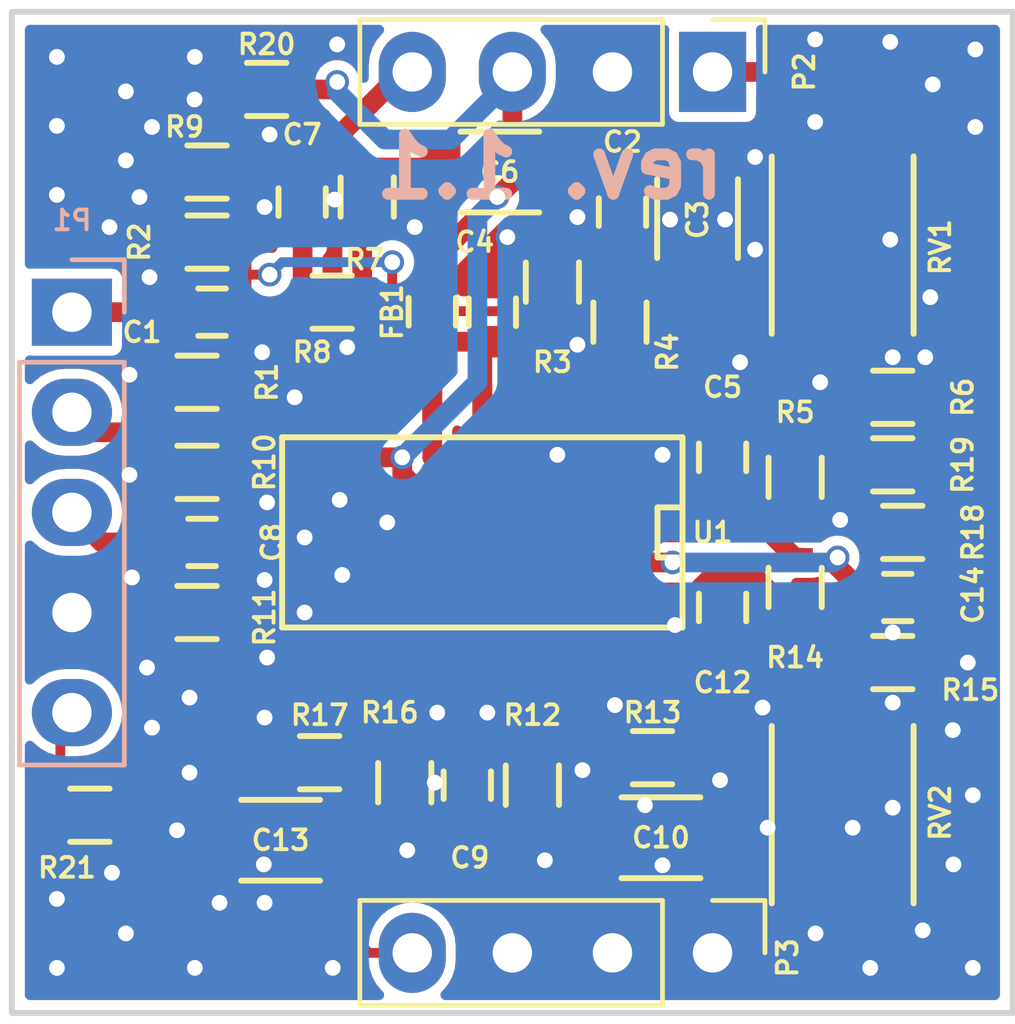
<source format=kicad_pcb>
(kicad_pcb (version 4) (host pcbnew 4.0.7)

  (general
    (links 166)
    (no_connects 0)
    (area 134.290999 107.874999 159.841001 133.425001)
    (thickness 1.6)
    (drawings 5)
    (tracks 218)
    (zones 0)
    (modules 133)
    (nets 30)
  )

  (page A4)
  (layers
    (0 F.Cu signal)
    (31 B.Cu signal)
    (32 B.Adhes user)
    (33 F.Adhes user)
    (34 B.Paste user)
    (35 F.Paste user)
    (36 B.SilkS user)
    (37 F.SilkS user)
    (38 B.Mask user)
    (39 F.Mask user)
    (40 Dwgs.User user)
    (41 Cmts.User user)
    (42 Eco1.User user)
    (43 Eco2.User user)
    (44 Edge.Cuts user)
    (45 Margin user)
    (46 B.CrtYd user)
    (47 F.CrtYd user)
    (48 B.Fab user)
    (49 F.Fab user)
  )

  (setup
    (last_trace_width 0.25)
    (trace_clearance 0.2)
    (zone_clearance 0.254)
    (zone_45_only no)
    (trace_min 0.2)
    (segment_width 0.2)
    (edge_width 0.15)
    (via_size 0.6)
    (via_drill 0.4)
    (via_min_size 0.4)
    (via_min_drill 0.3)
    (uvia_size 0.3)
    (uvia_drill 0.1)
    (uvias_allowed no)
    (uvia_min_size 0.2)
    (uvia_min_drill 0.1)
    (pcb_text_width 0.3)
    (pcb_text_size 1.5 1.5)
    (mod_edge_width 0.15)
    (mod_text_size 0.5 0.5)
    (mod_text_width 0.1)
    (pad_size 2.032 1.7)
    (pad_drill 1)
    (pad_to_mask_clearance 0.2)
    (aux_axis_origin 0 0)
    (grid_origin 134.366 107.95)
    (visible_elements FFFFFF7F)
    (pcbplotparams
      (layerselection 0x00030_80000001)
      (usegerberextensions false)
      (excludeedgelayer false)
      (linewidth 0.100000)
      (plotframeref false)
      (viasonmask false)
      (mode 1)
      (useauxorigin false)
      (hpglpennumber 1)
      (hpglpenspeed 20)
      (hpglpendiameter 15)
      (hpglpenoverlay 2)
      (psnegative false)
      (psa4output false)
      (plotreference true)
      (plotvalue true)
      (plotinvisibletext false)
      (padsonsilk false)
      (subtractmaskfromsilk false)
      (outputformat 4)
      (mirror false)
      (drillshape 0)
      (scaleselection 1)
      (outputdirectory ""))
  )

  (net 0 "")
  (net 1 "Net-(C1-Pad1)")
  (net 2 /IF_I)
  (net 3 "Net-(C2-Pad1)")
  (net 4 GND)
  (net 5 "Net-(C3-Pad1)")
  (net 6 +3.3V)
  (net 7 "Net-(C5-Pad1)")
  (net 8 "Net-(C5-Pad2)")
  (net 9 "Net-(C6-Pad1)")
  (net 10 /OUT_I)
  (net 11 "Net-(C7-Pad2)")
  (net 12 "Net-(C8-Pad1)")
  (net 13 /IF_Q)
  (net 14 "Net-(C9-Pad1)")
  (net 15 "Net-(C10-Pad1)")
  (net 16 "Net-(C12-Pad1)")
  (net 17 "Net-(C12-Pad2)")
  (net 18 "Net-(C13-Pad1)")
  (net 19 /OUT_Q)
  (net 20 "Net-(C14-Pad2)")
  (net 21 "Net-(R4-Pad1)")
  (net 22 "Net-(R7-Pad1)")
  (net 23 "Net-(R13-Pad1)")
  (net 24 "Net-(R16-Pad1)")
  (net 25 "Net-(RV1-Pad3)")
  (net 26 "Net-(RV2-Pad3)")
  (net 27 3.3V_FILT)
  (net 28 /VCO)
  (net 29 "Net-(P3-Pad4)")

  (net_class Default "This is the default net class."
    (clearance 0.2)
    (trace_width 0.25)
    (via_dia 0.6)
    (via_drill 0.4)
    (uvia_dia 0.3)
    (uvia_drill 0.1)
    (add_net +3.3V)
    (add_net /IF_I)
    (add_net /IF_Q)
    (add_net /OUT_I)
    (add_net /OUT_Q)
    (add_net /VCO)
    (add_net 3.3V_FILT)
    (add_net GND)
    (add_net "Net-(C1-Pad1)")
    (add_net "Net-(C10-Pad1)")
    (add_net "Net-(C12-Pad1)")
    (add_net "Net-(C12-Pad2)")
    (add_net "Net-(C13-Pad1)")
    (add_net "Net-(C14-Pad2)")
    (add_net "Net-(C2-Pad1)")
    (add_net "Net-(C3-Pad1)")
    (add_net "Net-(C5-Pad1)")
    (add_net "Net-(C5-Pad2)")
    (add_net "Net-(C6-Pad1)")
    (add_net "Net-(C7-Pad2)")
    (add_net "Net-(C8-Pad1)")
    (add_net "Net-(C9-Pad1)")
    (add_net "Net-(P3-Pad4)")
    (add_net "Net-(R13-Pad1)")
    (add_net "Net-(R16-Pad1)")
    (add_net "Net-(R4-Pad1)")
    (add_net "Net-(R7-Pad1)")
    (add_net "Net-(RV1-Pad3)")
    (add_net "Net-(RV2-Pad3)")
  )

  (module Pin_Headers:Pin_Header_Straight_1x04_Pitch2.54mm (layer F.Cu) (tedit 5B0D7551) (tstamp 5B0D738D)
    (at 152.146 131.826 270)
    (descr "Through hole straight pin header, 1x04, 2.54mm pitch, single row")
    (tags "Through hole pin header THT 1x04 2.54mm single row")
    (path /5B0D7D50)
    (fp_text reference P3 (at 0 -2.33 270) (layer F.SilkS) hide
      (effects (font (size 0.5 0.5) (thickness 0.1)))
    )
    (fp_text value CONN_01X04 (at 0 9.95 270) (layer F.Fab) hide
      (effects (font (size 0.5 0.5) (thickness 0.1)))
    )
    (fp_line (start -0.635 -1.27) (end 1.27 -1.27) (layer F.Fab) (width 0.1))
    (fp_line (start 1.27 -1.27) (end 1.27 8.89) (layer F.Fab) (width 0.1))
    (fp_line (start 1.27 8.89) (end -1.27 8.89) (layer F.Fab) (width 0.1))
    (fp_line (start -1.27 8.89) (end -1.27 -0.635) (layer F.Fab) (width 0.1))
    (fp_line (start -1.27 -0.635) (end -0.635 -1.27) (layer F.Fab) (width 0.1))
    (fp_line (start -1.33 8.95) (end 1.33 8.95) (layer F.SilkS) (width 0.12))
    (fp_line (start -1.33 1.27) (end -1.33 8.95) (layer F.SilkS) (width 0.12))
    (fp_line (start 1.33 1.27) (end 1.33 8.95) (layer F.SilkS) (width 0.12))
    (fp_line (start -1.33 1.27) (end 1.33 1.27) (layer F.SilkS) (width 0.12))
    (fp_line (start -1.33 0) (end -1.33 -1.33) (layer F.SilkS) (width 0.12))
    (fp_line (start -1.33 -1.33) (end 0 -1.33) (layer F.SilkS) (width 0.12))
    (fp_line (start -1.8 -1.8) (end -1.8 9.4) (layer F.CrtYd) (width 0.05))
    (fp_line (start -1.8 9.4) (end 1.8 9.4) (layer F.CrtYd) (width 0.05))
    (fp_line (start 1.8 9.4) (end 1.8 -1.8) (layer F.CrtYd) (width 0.05))
    (fp_line (start 1.8 -1.8) (end -1.8 -1.8) (layer F.CrtYd) (width 0.05))
    (fp_text user %R (at 0.127 -1.905 270) (layer F.SilkS)
      (effects (font (size 0.5 0.5) (thickness 0.1)))
    )
    (pad 1 thru_hole rect (at 0 0 270) (size 2.032 1.7) (drill 1) (layers *.Cu *.Mask)
      (net 4 GND))
    (pad 2 thru_hole oval (at 0 2.54 270) (size 2.032 1.7) (drill 1) (layers *.Cu *.Mask)
      (net 4 GND))
    (pad 3 thru_hole oval (at 0 5.08 270) (size 2.032 1.7) (drill 1) (layers *.Cu *.Mask)
      (net 4 GND))
    (pad 4 thru_hole oval (at 0 7.62 270) (size 2.032 1.7) (drill 1) (layers *.Cu *.Mask)
      (net 29 "Net-(P3-Pad4)"))
    (model ${KISYS3DMOD}/Pin_Headers.3dshapes/Pin_Header_Straight_1x04_Pitch2.54mm.wrl
      (at (xyz 0 0 0))
      (scale (xyz 1 1 1))
      (rotate (xyz 0 0 0))
    )
  )

  (module radar_amplifier_footprints:via_stitch (layer F.Cu) (tedit 5B048F0B) (tstamp 5B081420)
    (at 151.1935 123.5075)
    (fp_text reference REF** (at 0 1.9) (layer F.SilkS) hide
      (effects (font (size 0.5 0.5) (thickness 0.1)))
    )
    (fp_text value via_stitch (at 0 -1.8) (layer F.Fab) hide
      (effects (font (size 0.5 0.5) (thickness 0.1)))
    )
    (pad 1 thru_hole circle (at 0 0) (size 0.6 0.6) (drill 0.4) (layers *.Cu)
      (net 4 GND))
  )

  (module radar_amplifier_footprints:via_stitch (layer F.Cu) (tedit 5B048E7F) (tstamp 5B0813DB)
    (at 145.0975 127.508)
    (fp_text reference REF** (at 0 1.9) (layer F.SilkS) hide
      (effects (font (size 0.5 0.5) (thickness 0.1)))
    )
    (fp_text value via_stitch (at 0 -1.8) (layer F.Fab) hide
      (effects (font (size 0.5 0.5) (thickness 0.1)))
    )
    (pad 1 thru_hole circle (at 0 0) (size 0.6 0.6) (drill 0.4) (layers *.Cu)
      (net 4 GND))
  )

  (module radar_amplifier_footprints:via_stitch (layer F.Cu) (tedit 5B048ED4) (tstamp 5B081389)
    (at 148.844 127.1905)
    (fp_text reference REF** (at 0 1.9) (layer F.SilkS) hide
      (effects (font (size 0.5 0.5) (thickness 0.1)))
    )
    (fp_text value via_stitch (at 0 -1.8) (layer F.Fab) hide
      (effects (font (size 0.5 0.5) (thickness 0.1)))
    )
    (pad 1 thru_hole circle (at 0 0) (size 0.6 0.6) (drill 0.4) (layers *.Cu)
      (net 4 GND))
  )

  (module radar_amplifier_footprints:via_stitch (layer F.Cu) (tedit 5B048E3B) (tstamp 5B081242)
    (at 142.748 122.2375)
    (fp_text reference REF** (at 0 1.9) (layer F.SilkS) hide
      (effects (font (size 0.5 0.5) (thickness 0.1)))
    )
    (fp_text value via_stitch (at 0 -1.8) (layer F.Fab) hide
      (effects (font (size 0.5 0.5) (thickness 0.1)))
    )
    (pad 1 thru_hole circle (at 0 0) (size 0.6 0.6) (drill 0.4) (layers *.Cu)
      (net 4 GND))
  )

  (module radar_amplifier_footprints:via_stitch (layer F.Cu) (tedit 5B048E24) (tstamp 5B08123D)
    (at 142.6845 120.3325)
    (fp_text reference REF** (at 0 1.9) (layer F.SilkS) hide
      (effects (font (size 0.5 0.5) (thickness 0.1)))
    )
    (fp_text value via_stitch (at 0 -1.8) (layer F.Fab) hide
      (effects (font (size 0.5 0.5) (thickness 0.1)))
    )
    (pad 1 thru_hole circle (at 0 0) (size 0.6 0.6) (drill 0.4) (layers *.Cu)
      (net 4 GND))
  )

  (module radar_amplifier_footprints:via_stitch (layer F.Cu) (tedit 5B048DD4) (tstamp 5B073AA3)
    (at 142.5575 112.7125)
    (fp_text reference REF** (at 0 1.9) (layer F.SilkS) hide
      (effects (font (size 0.5 0.5) (thickness 0.1)))
    )
    (fp_text value via_stitch (at 0 -1.8) (layer F.Fab) hide
      (effects (font (size 0.5 0.5) (thickness 0.1)))
    )
    (pad 1 thru_hole circle (at 0 0) (size 0.6 0.6) (drill 0.4) (layers *.Cu)
      (net 4 GND))
  )

  (module radar_amplifier_footprints:via_stitch (layer F.Cu) (tedit 5B048DF5) (tstamp 5B07378D)
    (at 153.2255 113.9825)
    (fp_text reference REF** (at 0 1.9) (layer F.SilkS) hide
      (effects (font (size 0.5 0.5) (thickness 0.1)))
    )
    (fp_text value via_stitch (at 0 -1.8) (layer F.Fab) hide
      (effects (font (size 0.5 0.5) (thickness 0.1)))
    )
    (pad 1 thru_hole circle (at 0 0) (size 0.6 0.6) (drill 0.4) (layers *.Cu)
      (net 4 GND))
  )

  (module radar_amplifier_footprints:via_stitch (layer F.Cu) (tedit 5B048DF5) (tstamp 5B07377C)
    (at 157.6705 115.189)
    (fp_text reference REF** (at 0 1.9) (layer F.SilkS) hide
      (effects (font (size 0.5 0.5) (thickness 0.1)))
    )
    (fp_text value via_stitch (at 0 -1.8) (layer F.Fab) hide
      (effects (font (size 0.5 0.5) (thickness 0.1)))
    )
    (pad 1 thru_hole circle (at 0 0) (size 0.6 0.6) (drill 0.4) (layers *.Cu)
      (net 4 GND))
  )

  (module radar_amplifier_footprints:via_stitch (layer F.Cu) (tedit 5B048EF2) (tstamp 5B073768)
    (at 156.718 128.143)
    (fp_text reference REF** (at 0 1.9) (layer F.SilkS) hide
      (effects (font (size 0.5 0.5) (thickness 0.1)))
    )
    (fp_text value via_stitch (at 0 -1.8) (layer F.Fab) hide
      (effects (font (size 0.5 0.5) (thickness 0.1)))
    )
    (pad 1 thru_hole circle (at 0 0) (size 0.6 0.6) (drill 0.4) (layers *.Cu)
      (net 4 GND))
  )

  (module radar_amplifier_footprints:via_stitch (layer F.Cu) (tedit 5B048EFF) (tstamp 5B073706)
    (at 153.543 128.651)
    (fp_text reference REF** (at 0 1.9) (layer F.SilkS) hide
      (effects (font (size 0.5 0.5) (thickness 0.1)))
    )
    (fp_text value via_stitch (at 0 -1.8) (layer F.Fab) hide
      (effects (font (size 0.5 0.5) (thickness 0.1)))
    )
    (pad 1 thru_hole circle (at 0 0) (size 0.6 0.6) (drill 0.4) (layers *.Cu)
      (net 4 GND))
  )

  (module radar_amplifier_footprints:via_stitch (layer F.Cu) (tedit 5B048EFF) (tstamp 5B073484)
    (at 150.4315 128.0795)
    (fp_text reference REF** (at 0 1.9) (layer F.SilkS) hide
      (effects (font (size 0.5 0.5) (thickness 0.1)))
    )
    (fp_text value via_stitch (at 0 -1.8) (layer F.Fab) hide
      (effects (font (size 0.5 0.5) (thickness 0.1)))
    )
    (pad 1 thru_hole circle (at 0 0) (size 0.6 0.6) (drill 0.4) (layers *.Cu)
      (net 4 GND))
  )

  (module Capacitors_SMD:C_1206 (layer F.Cu) (tedit 5B0734CC) (tstamp 5B072F92)
    (at 150.8365 128.905 180)
    (descr "Capacitor SMD 1206, reflow soldering, AVX (see smccp.pdf)")
    (tags "capacitor 1206")
    (path /5B042349/5B03241E)
    (attr smd)
    (fp_text reference C10 (at 0 0 360) (layer F.SilkS)
      (effects (font (size 0.5 0.5) (thickness 0.1)))
    )
    (fp_text value 100uF (at 0 2.3 180) (layer F.Fab) hide
      (effects (font (size 0.5 0.5) (thickness 0.1)))
    )
    (fp_line (start -1.6 0.8) (end -1.6 -0.8) (layer F.Fab) (width 0.15))
    (fp_line (start 1.6 0.8) (end -1.6 0.8) (layer F.Fab) (width 0.15))
    (fp_line (start 1.6 -0.8) (end 1.6 0.8) (layer F.Fab) (width 0.15))
    (fp_line (start -1.6 -0.8) (end 1.6 -0.8) (layer F.Fab) (width 0.15))
    (fp_line (start -2.3 -1.15) (end 2.3 -1.15) (layer F.CrtYd) (width 0.05))
    (fp_line (start -2.3 1.15) (end 2.3 1.15) (layer F.CrtYd) (width 0.05))
    (fp_line (start -2.3 -1.15) (end -2.3 1.15) (layer F.CrtYd) (width 0.05))
    (fp_line (start 2.3 -1.15) (end 2.3 1.15) (layer F.CrtYd) (width 0.05))
    (fp_line (start 1 -1.025) (end -1 -1.025) (layer F.SilkS) (width 0.15))
    (fp_line (start -1 1.025) (end 1 1.025) (layer F.SilkS) (width 0.15))
    (pad 1 smd rect (at -1.5 0 180) (size 1 1.6) (layers F.Cu F.Paste F.Mask)
      (net 15 "Net-(C10-Pad1)"))
    (pad 2 smd rect (at 1.5 0 180) (size 1 1.6) (layers F.Cu F.Paste F.Mask)
      (net 4 GND))
    (model Capacitors_SMD.3dshapes/C_1206.wrl
      (at (xyz 0 0 0))
      (scale (xyz 1 1 1))
      (rotate (xyz 0 0 0))
    )
  )

  (module radar_amplifier_footprints:via_stitch (layer F.Cu) (tedit 5B048E76) (tstamp 5B0733C4)
    (at 144.399 129.2225)
    (fp_text reference REF** (at 0 1.9) (layer F.SilkS) hide
      (effects (font (size 0.5 0.5) (thickness 0.1)))
    )
    (fp_text value via_stitch (at 0 -1.8) (layer F.Fab) hide
      (effects (font (size 0.5 0.5) (thickness 0.1)))
    )
    (pad 1 thru_hole circle (at 0 0) (size 0.6 0.6) (drill 0.4) (layers *.Cu)
      (net 4 GND))
  )

  (module radar_amplifier_footprints:via_stitch (layer F.Cu) (tedit 5B048E01) (tstamp 5B073253)
    (at 148.717 116.3955)
    (fp_text reference REF** (at 0 1.9) (layer F.SilkS) hide
      (effects (font (size 0.5 0.5) (thickness 0.1)))
    )
    (fp_text value via_stitch (at 0 -1.8) (layer F.Fab) hide
      (effects (font (size 0.5 0.5) (thickness 0.1)))
    )
    (pad 1 thru_hole circle (at 0 0) (size 0.6 0.6) (drill 0.4) (layers *.Cu)
      (net 4 GND))
  )

  (module radar_amplifier_footprints:via_stitch (layer F.Cu) (tedit 5B048E01) (tstamp 5B0730D8)
    (at 140.7795 112.903)
    (fp_text reference REF** (at 0 1.9) (layer F.SilkS) hide
      (effects (font (size 0.5 0.5) (thickness 0.1)))
    )
    (fp_text value via_stitch (at 0 -1.8) (layer F.Fab) hide
      (effects (font (size 0.5 0.5) (thickness 0.1)))
    )
    (pad 1 thru_hole circle (at 0 0) (size 0.6 0.6) (drill 0.4) (layers *.Cu)
      (net 4 GND))
  )

  (module radar_amplifier_footprints:via_stitch (layer F.Cu) (tedit 5B048E4C) (tstamp 5B06F40B)
    (at 138.8745 125.349)
    (fp_text reference REF** (at 0 1.9) (layer F.SilkS) hide
      (effects (font (size 0.5 0.5) (thickness 0.1)))
    )
    (fp_text value via_stitch (at 0 -1.8) (layer F.Fab) hide
      (effects (font (size 0.5 0.5) (thickness 0.1)))
    )
    (pad 1 thru_hole circle (at 0 0) (size 0.6 0.6) (drill 0.4) (layers *.Cu)
      (net 4 GND))
  )

  (module radar_amplifier_footprints:via_stitch (layer F.Cu) (tedit 5B048D0B) (tstamp 5B06F3FD)
    (at 142.621 108.7755)
    (fp_text reference REF** (at 0 1.9) (layer F.SilkS) hide
      (effects (font (size 0.5 0.5) (thickness 0.1)))
    )
    (fp_text value via_stitch (at 0 -1.8) (layer F.Fab) hide
      (effects (font (size 0.5 0.5) (thickness 0.1)))
    )
    (pad 1 thru_hole circle (at 0 0) (size 0.6 0.6) (drill 0.4) (layers *.Cu)
      (net 4 GND))
  )

  (module radar_amplifier_footprints:via_stitch (layer F.Cu) (tedit 5B048DDA) (tstamp 5B06F3ED)
    (at 151.0665 113.2205)
    (fp_text reference REF** (at 0 1.9) (layer F.SilkS) hide
      (effects (font (size 0.5 0.5) (thickness 0.1)))
    )
    (fp_text value via_stitch (at 0 -1.8) (layer F.Fab) hide
      (effects (font (size 0.5 0.5) (thickness 0.1)))
    )
    (pad 1 thru_hole circle (at 0 0) (size 0.6 0.6) (drill 0.4) (layers *.Cu)
      (net 4 GND))
  )

  (module radar_amplifier_footprints:via_stitch (layer F.Cu) (tedit 5B048DD4) (tstamp 5B06EDFB)
    (at 146.939 113.665)
    (fp_text reference REF** (at 0 1.9) (layer F.SilkS) hide
      (effects (font (size 0.5 0.5) (thickness 0.1)))
    )
    (fp_text value via_stitch (at 0 -1.8) (layer F.Fab) hide
      (effects (font (size 0.5 0.5) (thickness 0.1)))
    )
    (pad 1 thru_hole circle (at 0 0) (size 0.6 0.6) (drill 0.4) (layers *.Cu)
      (net 4 GND))
  )

  (module radar_amplifier_footprints:via_stitch (layer F.Cu) (tedit 5B048DD4) (tstamp 5B06ED30)
    (at 144.5895 113.411)
    (fp_text reference REF** (at 0 1.9) (layer F.SilkS) hide
      (effects (font (size 0.5 0.5) (thickness 0.1)))
    )
    (fp_text value via_stitch (at 0 -1.8) (layer F.Fab) hide
      (effects (font (size 0.5 0.5) (thickness 0.1)))
    )
    (pad 1 thru_hole circle (at 0 0) (size 0.6 0.6) (drill 0.4) (layers *.Cu)
      (net 4 GND))
  )

  (module radar_amplifier_footprints:via_stitch (layer F.Cu) (tedit 5B048DF5) (tstamp 5B06E93C)
    (at 152.4635 113.2205)
    (fp_text reference REF** (at 0 1.9) (layer F.SilkS) hide
      (effects (font (size 0.5 0.5) (thickness 0.1)))
    )
    (fp_text value via_stitch (at 0 -1.8) (layer F.Fab) hide
      (effects (font (size 0.5 0.5) (thickness 0.1)))
    )
    (pad 1 thru_hole circle (at 0 0) (size 0.6 0.6) (drill 0.4) (layers *.Cu)
      (net 4 GND))
  )

  (module radar_amplifier_footprints:via_stitch (layer F.Cu) (tedit 5B048EF2) (tstamp 5B06E927)
    (at 155.3845 120.8405)
    (fp_text reference REF** (at 0 1.9) (layer F.SilkS) hide
      (effects (font (size 0.5 0.5) (thickness 0.1)))
    )
    (fp_text value via_stitch (at 0 -1.8) (layer F.Fab) hide
      (effects (font (size 0.5 0.5) (thickness 0.1)))
    )
    (pad 1 thru_hole circle (at 0 0) (size 0.6 0.6) (drill 0.4) (layers *.Cu)
      (net 4 GND))
  )

  (module radar_amplifier_footprints:via_stitch (layer F.Cu) (tedit 5B048F0B) (tstamp 5B06E906)
    (at 156.718 125.476)
    (fp_text reference REF** (at 0 1.9) (layer F.SilkS) hide
      (effects (font (size 0.5 0.5) (thickness 0.1)))
    )
    (fp_text value via_stitch (at 0 -1.8) (layer F.Fab) hide
      (effects (font (size 0.5 0.5) (thickness 0.1)))
    )
    (pad 1 thru_hole circle (at 0 0) (size 0.6 0.6) (drill 0.4) (layers *.Cu)
      (net 4 GND))
  )

  (module radar_amplifier_footprints:via_stitch (layer F.Cu) (tedit 5B048F0B) (tstamp 5B06E8E6)
    (at 149.6695 125.5395)
    (fp_text reference REF** (at 0 1.9) (layer F.SilkS) hide
      (effects (font (size 0.5 0.5) (thickness 0.1)))
    )
    (fp_text value via_stitch (at 0 -1.8) (layer F.Fab) hide
      (effects (font (size 0.5 0.5) (thickness 0.1)))
    )
    (pad 1 thru_hole circle (at 0 0) (size 0.6 0.6) (drill 0.4) (layers *.Cu)
      (net 4 GND))
  )

  (module radar_amplifier_footprints:via_stitch (layer F.Cu) (tedit 5B048F0B) (tstamp 5B06E8E1)
    (at 153.416 125.603)
    (fp_text reference REF** (at 0 1.9) (layer F.SilkS) hide
      (effects (font (size 0.5 0.5) (thickness 0.1)))
    )
    (fp_text value via_stitch (at 0 -1.8) (layer F.Fab) hide
      (effects (font (size 0.5 0.5) (thickness 0.1)))
    )
    (pad 1 thru_hole circle (at 0 0) (size 0.6 0.6) (drill 0.4) (layers *.Cu)
      (net 4 GND))
  )

  (module radar_amplifier_footprints:via_stitch (layer F.Cu) (tedit 5B048EF2) (tstamp 5B06E8B9)
    (at 158.623 124.46)
    (fp_text reference REF** (at 0 1.9) (layer F.SilkS) hide
      (effects (font (size 0.5 0.5) (thickness 0.1)))
    )
    (fp_text value via_stitch (at 0 -1.8) (layer F.Fab) hide
      (effects (font (size 0.5 0.5) (thickness 0.1)))
    )
    (pad 1 thru_hole circle (at 0 0) (size 0.6 0.6) (drill 0.4) (layers *.Cu)
      (net 4 GND))
  )

  (module radar_amplifier_footprints:via_stitch (layer F.Cu) (tedit 5B048EF2) (tstamp 5B06E8B3)
    (at 156.718 123.698)
    (fp_text reference REF** (at 0 1.9) (layer F.SilkS) hide
      (effects (font (size 0.5 0.5) (thickness 0.1)))
    )
    (fp_text value via_stitch (at 0 -1.8) (layer F.Fab) hide
      (effects (font (size 0.5 0.5) (thickness 0.1)))
    )
    (pad 1 thru_hole circle (at 0 0) (size 0.6 0.6) (drill 0.4) (layers *.Cu)
      (net 4 GND))
  )

  (module radar_amplifier_footprints:via_stitch (layer F.Cu) (tedit 5B048EF2) (tstamp 5B06E8AF)
    (at 158.75 127.8255)
    (fp_text reference REF** (at 0 1.9) (layer F.SilkS) hide
      (effects (font (size 0.5 0.5) (thickness 0.1)))
    )
    (fp_text value via_stitch (at 0 -1.8) (layer F.Fab) hide
      (effects (font (size 0.5 0.5) (thickness 0.1)))
    )
    (pad 1 thru_hole circle (at 0 0) (size 0.6 0.6) (drill 0.4) (layers *.Cu)
      (net 4 GND))
  )

  (module radar_amplifier_footprints:via_stitch (layer F.Cu) (tedit 5B048EF2) (tstamp 5B06E8AB)
    (at 155.702 128.651)
    (fp_text reference REF** (at 0 1.9) (layer F.SilkS) hide
      (effects (font (size 0.5 0.5) (thickness 0.1)))
    )
    (fp_text value via_stitch (at 0 -1.8) (layer F.Fab) hide
      (effects (font (size 0.5 0.5) (thickness 0.1)))
    )
    (pad 1 thru_hole circle (at 0 0) (size 0.6 0.6) (drill 0.4) (layers *.Cu)
      (net 4 GND))
  )

  (module radar_amplifier_footprints:via_stitch (layer F.Cu) (tedit 5B048EF2) (tstamp 5B06E8A7)
    (at 157.48 131.2545)
    (fp_text reference REF** (at 0 1.9) (layer F.SilkS) hide
      (effects (font (size 0.5 0.5) (thickness 0.1)))
    )
    (fp_text value via_stitch (at 0 -1.8) (layer F.Fab) hide
      (effects (font (size 0.5 0.5) (thickness 0.1)))
    )
    (pad 1 thru_hole circle (at 0 0) (size 0.6 0.6) (drill 0.4) (layers *.Cu)
      (net 4 GND))
  )

  (module radar_amplifier_footprints:via_stitch (layer F.Cu) (tedit 5B048DF5) (tstamp 5B06E85B)
    (at 156.718 116.713)
    (fp_text reference REF** (at 0 1.9) (layer F.SilkS) hide
      (effects (font (size 0.5 0.5) (thickness 0.1)))
    )
    (fp_text value via_stitch (at 0 -1.8) (layer F.Fab) hide
      (effects (font (size 0.5 0.5) (thickness 0.1)))
    )
    (pad 1 thru_hole circle (at 0 0) (size 0.6 0.6) (drill 0.4) (layers *.Cu)
      (net 4 GND))
  )

  (module radar_amplifier_footprints:via_stitch (layer F.Cu) (tedit 5B048DF5) (tstamp 5B06E857)
    (at 157.5435 116.713)
    (fp_text reference REF** (at 0 1.9) (layer F.SilkS) hide
      (effects (font (size 0.5 0.5) (thickness 0.1)))
    )
    (fp_text value via_stitch (at 0 -1.8) (layer F.Fab) hide
      (effects (font (size 0.5 0.5) (thickness 0.1)))
    )
    (pad 1 thru_hole circle (at 0 0) (size 0.6 0.6) (drill 0.4) (layers *.Cu)
      (net 4 GND))
  )

  (module radar_amplifier_footprints:via_stitch (layer F.Cu) (tedit 5B048DF5) (tstamp 5B06E851)
    (at 154.8765 117.348)
    (fp_text reference REF** (at 0 1.9) (layer F.SilkS) hide
      (effects (font (size 0.5 0.5) (thickness 0.1)))
    )
    (fp_text value via_stitch (at 0 -1.8) (layer F.Fab) hide
      (effects (font (size 0.5 0.5) (thickness 0.1)))
    )
    (pad 1 thru_hole circle (at 0 0) (size 0.6 0.6) (drill 0.4) (layers *.Cu)
      (net 4 GND))
  )

  (module radar_amplifier_footprints:via_stitch (layer F.Cu) (tedit 5B048DF5) (tstamp 5B06E849)
    (at 156.6545 113.7285)
    (fp_text reference REF** (at 0 1.9) (layer F.SilkS) hide
      (effects (font (size 0.5 0.5) (thickness 0.1)))
    )
    (fp_text value via_stitch (at 0 -1.8) (layer F.Fab) hide
      (effects (font (size 0.5 0.5) (thickness 0.1)))
    )
    (pad 1 thru_hole circle (at 0 0) (size 0.6 0.6) (drill 0.4) (layers *.Cu)
      (net 4 GND))
  )

  (module radar_amplifier_footprints:via_stitch (layer F.Cu) (tedit 5B048E06) (tstamp 5B06E7FD)
    (at 158.8135 110.871)
    (fp_text reference REF** (at 0 1.9) (layer F.SilkS) hide
      (effects (font (size 0.5 0.5) (thickness 0.1)))
    )
    (fp_text value via_stitch (at 0 -1.8) (layer F.Fab) hide
      (effects (font (size 0.5 0.5) (thickness 0.1)))
    )
    (pad 1 thru_hole circle (at 0 0) (size 0.6 0.6) (drill 0.4) (layers *.Cu)
      (net 4 GND))
  )

  (module radar_amplifier_footprints:via_stitch (layer F.Cu) (tedit 5B048E06) (tstamp 5B06E7F9)
    (at 154.7495 110.744)
    (fp_text reference REF** (at 0 1.9) (layer F.SilkS) hide
      (effects (font (size 0.5 0.5) (thickness 0.1)))
    )
    (fp_text value via_stitch (at 0 -1.8) (layer F.Fab) hide
      (effects (font (size 0.5 0.5) (thickness 0.1)))
    )
    (pad 1 thru_hole circle (at 0 0) (size 0.6 0.6) (drill 0.4) (layers *.Cu)
      (net 4 GND))
  )

  (module radar_amplifier_footprints:via_stitch (layer F.Cu) (tedit 5B048E0D) (tstamp 5B06E7E8)
    (at 157.734 109.7915)
    (fp_text reference REF** (at 0 1.9) (layer F.SilkS) hide
      (effects (font (size 0.5 0.5) (thickness 0.1)))
    )
    (fp_text value via_stitch (at 0 -1.8) (layer F.Fab) hide
      (effects (font (size 0.5 0.5) (thickness 0.1)))
    )
    (pad 1 thru_hole circle (at 0 0) (size 0.6 0.6) (drill 0.4) (layers *.Cu)
      (net 4 GND))
  )

  (module radar_amplifier_footprints:via_stitch (layer F.Cu) (tedit 5B048DF5) (tstamp 5B05BDBF)
    (at 154.7495 108.6485)
    (fp_text reference REF** (at 0 1.9) (layer F.SilkS) hide
      (effects (font (size 0.5 0.5) (thickness 0.1)))
    )
    (fp_text value via_stitch (at 0 -1.8) (layer F.Fab) hide
      (effects (font (size 0.5 0.5) (thickness 0.1)))
    )
    (pad 1 thru_hole circle (at 0 0) (size 0.6 0.6) (drill 0.4) (layers *.Cu)
      (net 4 GND))
  )

  (module radar_amplifier_footprints:via_stitch (layer F.Cu) (tedit 5B048E01) (tstamp 5B05BD54)
    (at 140.716 116.586)
    (fp_text reference REF** (at 0 1.9) (layer F.SilkS) hide
      (effects (font (size 0.5 0.5) (thickness 0.1)))
    )
    (fp_text value via_stitch (at 0 -1.8) (layer F.Fab) hide
      (effects (font (size 0.5 0.5) (thickness 0.1)))
    )
    (pad 1 thru_hole circle (at 0 0) (size 0.6 0.6) (drill 0.4) (layers *.Cu)
      (net 4 GND))
  )

  (module radar_amplifier_footprints:via_stitch (layer F.Cu) (tedit 5B048E01) (tstamp 5B05BCD6)
    (at 137.3505 117.1575)
    (fp_text reference REF** (at 0 1.9) (layer F.SilkS) hide
      (effects (font (size 0.5 0.5) (thickness 0.1)))
    )
    (fp_text value via_stitch (at 0 -1.8) (layer F.Fab) hide
      (effects (font (size 0.5 0.5) (thickness 0.1)))
    )
    (pad 1 thru_hole circle (at 0 0) (size 0.6 0.6) (drill 0.4) (layers *.Cu)
      (net 4 GND))
  )

  (module radar_amplifier_footprints:via_stitch (layer F.Cu) (tedit 5B048E01) (tstamp 5B05BCC9)
    (at 137.3505 119.6975)
    (fp_text reference REF** (at 0 1.9) (layer F.SilkS) hide
      (effects (font (size 0.5 0.5) (thickness 0.1)))
    )
    (fp_text value via_stitch (at 0 -1.8) (layer F.Fab) hide
      (effects (font (size 0.5 0.5) (thickness 0.1)))
    )
    (pad 1 thru_hole circle (at 0 0) (size 0.6 0.6) (drill 0.4) (layers *.Cu)
      (net 4 GND))
  )

  (module radar_amplifier_footprints:via_stitch (layer F.Cu) (tedit 5B048E01) (tstamp 5B05BCAE)
    (at 142.875 116.459)
    (fp_text reference REF** (at 0 1.9) (layer F.SilkS) hide
      (effects (font (size 0.5 0.5) (thickness 0.1)))
    )
    (fp_text value via_stitch (at 0 -1.8) (layer F.Fab) hide
      (effects (font (size 0.5 0.5) (thickness 0.1)))
    )
    (pad 1 thru_hole circle (at 0 0) (size 0.6 0.6) (drill 0.4) (layers *.Cu)
      (net 4 GND))
  )

  (module radar_amplifier_footprints:via_stitch (layer F.Cu) (tedit 5B048E01) (tstamp 5B05BC9A)
    (at 141.5415 117.729)
    (fp_text reference REF** (at 0 1.9) (layer F.SilkS) hide
      (effects (font (size 0.5 0.5) (thickness 0.1)))
    )
    (fp_text value via_stitch (at 0 -1.8) (layer F.Fab) hide
      (effects (font (size 0.5 0.5) (thickness 0.1)))
    )
    (pad 1 thru_hole circle (at 0 0) (size 0.6 0.6) (drill 0.4) (layers *.Cu)
      (net 4 GND))
  )

  (module radar_amplifier_footprints:via_stitch (layer F.Cu) (tedit 5B048E01) (tstamp 5B05BC83)
    (at 148.209 119.1895)
    (fp_text reference REF** (at 0 1.9) (layer F.SilkS) hide
      (effects (font (size 0.5 0.5) (thickness 0.1)))
    )
    (fp_text value via_stitch (at 0 -1.8) (layer F.Fab) hide
      (effects (font (size 0.5 0.5) (thickness 0.1)))
    )
    (pad 1 thru_hole circle (at 0 0) (size 0.6 0.6) (drill 0.4) (layers *.Cu)
      (net 4 GND))
  )

  (module radar_amplifier_footprints:via_stitch (layer F.Cu) (tedit 5B048E01) (tstamp 5B05BC7E)
    (at 150.876 119.1895)
    (fp_text reference REF** (at 0 1.9) (layer F.SilkS) hide
      (effects (font (size 0.5 0.5) (thickness 0.1)))
    )
    (fp_text value via_stitch (at 0 -1.8) (layer F.Fab) hide
      (effects (font (size 0.5 0.5) (thickness 0.1)))
    )
    (pad 1 thru_hole circle (at 0 0) (size 0.6 0.6) (drill 0.4) (layers *.Cu)
      (net 4 GND))
  )

  (module radar_amplifier_footprints:via_stitch (layer F.Cu) (tedit 5B048E01) (tstamp 5B05BC74)
    (at 152.8445 116.84)
    (fp_text reference REF** (at 0 1.9) (layer F.SilkS) hide
      (effects (font (size 0.5 0.5) (thickness 0.1)))
    )
    (fp_text value via_stitch (at 0 -1.8) (layer F.Fab) hide
      (effects (font (size 0.5 0.5) (thickness 0.1)))
    )
    (pad 1 thru_hole circle (at 0 0) (size 0.6 0.6) (drill 0.4) (layers *.Cu)
      (net 4 GND))
  )

  (module radar_amplifier_footprints:via_stitch (layer F.Cu) (tedit 5B048EFF) (tstamp 5B05BC2A)
    (at 152.3365 127.4445)
    (fp_text reference REF** (at 0 1.9) (layer F.SilkS) hide
      (effects (font (size 0.5 0.5) (thickness 0.1)))
    )
    (fp_text value via_stitch (at 0 -1.8) (layer F.Fab) hide
      (effects (font (size 0.5 0.5) (thickness 0.1)))
    )
    (pad 1 thru_hole circle (at 0 0) (size 0.6 0.6) (drill 0.4) (layers *.Cu)
      (net 4 GND))
  )

  (module radar_amplifier_footprints:via_stitch (layer F.Cu) (tedit 5B048EDE) (tstamp 5B04A3C8)
    (at 150.876 129.6035)
    (fp_text reference REF** (at 0 1.9) (layer F.SilkS) hide
      (effects (font (size 0.5 0.5) (thickness 0.1)))
    )
    (fp_text value via_stitch (at 0 -1.8) (layer F.Fab) hide
      (effects (font (size 0.5 0.5) (thickness 0.1)))
    )
    (pad 1 thru_hole circle (at 0 0) (size 0.6 0.6) (drill 0.4) (layers *.Cu)
      (net 4 GND))
  )

  (module radar_amplifier_footprints:via_stitch (layer F.Cu) (tedit 5B048D4E) (tstamp 5B04A182)
    (at 136.8425 113.411)
    (fp_text reference REF** (at 0 1.9) (layer F.SilkS) hide
      (effects (font (size 0.5 0.5) (thickness 0.1)))
    )
    (fp_text value via_stitch (at 0 -1.8) (layer F.Fab) hide
      (effects (font (size 0.5 0.5) (thickness 0.1)))
    )
    (pad 1 thru_hole circle (at 0 0) (size 0.6 0.6) (drill 0.4) (layers *.Cu)
      (net 4 GND))
  )

  (module radar_amplifier_footprints:via_stitch (layer F.Cu) (tedit 5B048E47) (tstamp 5B04A17E)
    (at 137.414 122.301)
    (fp_text reference REF** (at 0 1.9) (layer F.SilkS) hide
      (effects (font (size 0.5 0.5) (thickness 0.1)))
    )
    (fp_text value via_stitch (at 0 -1.8) (layer F.Fab) hide
      (effects (font (size 0.5 0.5) (thickness 0.1)))
    )
    (pad 1 thru_hole circle (at 0 0) (size 0.6 0.6) (drill 0.4) (layers *.Cu)
      (net 4 GND))
  )

  (module radar_amplifier_footprints:via_stitch (layer F.Cu) (tedit 5B048D2E) (tstamp 5B04A158)
    (at 137.922 110.871)
    (fp_text reference REF** (at 0 1.9) (layer F.SilkS) hide
      (effects (font (size 0.5 0.5) (thickness 0.1)))
    )
    (fp_text value via_stitch (at 0 -1.8) (layer F.Fab) hide
      (effects (font (size 0.5 0.5) (thickness 0.1)))
    )
    (pad 1 thru_hole circle (at 0 0) (size 0.6 0.6) (drill 0.4) (layers *.Cu)
      (net 4 GND))
  )

  (module radar_amplifier_footprints:via_stitch (layer F.Cu) (tedit 5B048D53) (tstamp 5B04A154)
    (at 137.8585 114.681)
    (fp_text reference REF** (at 0 1.9) (layer F.SilkS) hide
      (effects (font (size 0.5 0.5) (thickness 0.1)))
    )
    (fp_text value via_stitch (at 0 -1.8) (layer F.Fab) hide
      (effects (font (size 0.5 0.5) (thickness 0.1)))
    )
    (pad 1 thru_hole circle (at 0 0) (size 0.6 0.6) (drill 0.4) (layers *.Cu)
      (net 4 GND))
  )

  (module radar_amplifier_footprints:via_stitch (layer F.Cu) (tedit 5B048DD4) (tstamp 5B04A14C)
    (at 148.717 113.157)
    (fp_text reference REF** (at 0 1.9) (layer F.SilkS) hide
      (effects (font (size 0.5 0.5) (thickness 0.1)))
    )
    (fp_text value via_stitch (at 0 -1.8) (layer F.Fab) hide
      (effects (font (size 0.5 0.5) (thickness 0.1)))
    )
    (pad 1 thru_hole circle (at 0 0) (size 0.6 0.6) (drill 0.4) (layers *.Cu)
      (net 4 GND))
  )

  (module radar_amplifier_footprints:via_stitch (layer F.Cu) (tedit 5B048DF5) (tstamp 5B04A138)
    (at 153.2255 111.633)
    (fp_text reference REF** (at 0 1.9) (layer F.SilkS) hide
      (effects (font (size 0.5 0.5) (thickness 0.1)))
    )
    (fp_text value via_stitch (at 0 -1.8) (layer F.Fab) hide
      (effects (font (size 0.5 0.5) (thickness 0.1)))
    )
    (pad 1 thru_hole circle (at 0 0) (size 0.6 0.6) (drill 0.4) (layers *.Cu)
      (net 4 GND))
  )

  (module radar_amplifier_footprints:via_stitch (layer F.Cu) (tedit 5B048E15) (tstamp 5B04A130)
    (at 156.6545 108.712)
    (fp_text reference REF** (at 0 1.9) (layer F.SilkS) hide
      (effects (font (size 0.5 0.5) (thickness 0.1)))
    )
    (fp_text value via_stitch (at 0 -1.8) (layer F.Fab) hide
      (effects (font (size 0.5 0.5) (thickness 0.1)))
    )
    (pad 1 thru_hole circle (at 0 0) (size 0.6 0.6) (drill 0.4) (layers *.Cu)
      (net 4 GND))
  )

  (module radar_amplifier_footprints:via_stitch (layer F.Cu) (tedit 5B048E0D) (tstamp 5B04A118)
    (at 158.8135 108.9025)
    (fp_text reference REF** (at 0 1.9) (layer F.SilkS) hide
      (effects (font (size 0.5 0.5) (thickness 0.1)))
    )
    (fp_text value via_stitch (at 0 -1.8) (layer F.Fab) hide
      (effects (font (size 0.5 0.5) (thickness 0.1)))
    )
    (pad 1 thru_hole circle (at 0 0) (size 0.6 0.6) (drill 0.4) (layers *.Cu)
      (net 4 GND))
  )

  (module radar_amplifier_footprints:via_stitch (layer F.Cu) (tedit 5B048E7F) (tstamp 5B04A103)
    (at 146.431 125.73)
    (fp_text reference REF** (at 0 1.9) (layer F.SilkS) hide
      (effects (font (size 0.5 0.5) (thickness 0.1)))
    )
    (fp_text value via_stitch (at 0 -1.8) (layer F.Fab) hide
      (effects (font (size 0.5 0.5) (thickness 0.1)))
    )
    (pad 1 thru_hole circle (at 0 0) (size 0.6 0.6) (drill 0.4) (layers *.Cu)
      (net 4 GND))
  )

  (module radar_amplifier_footprints:via_stitch (layer F.Cu) (tedit 5B048E7B) (tstamp 5B04A0FF)
    (at 145.161 125.73)
    (fp_text reference REF** (at 0 1.9) (layer F.SilkS) hide
      (effects (font (size 0.5 0.5) (thickness 0.1)))
    )
    (fp_text value via_stitch (at 0 -1.8) (layer F.Fab) hide
      (effects (font (size 0.5 0.5) (thickness 0.1)))
    )
    (pad 1 thru_hole circle (at 0 0) (size 0.6 0.6) (drill 0.4) (layers *.Cu)
      (net 4 GND))
  )

  (module radar_amplifier_footprints:via_stitch (layer F.Cu) (tedit 5B048F0B) (tstamp 5B04A0CE)
    (at 158.242 126.1745)
    (fp_text reference REF** (at 0 1.9) (layer F.SilkS) hide
      (effects (font (size 0.5 0.5) (thickness 0.1)))
    )
    (fp_text value via_stitch (at 0 -1.8) (layer F.Fab) hide
      (effects (font (size 0.5 0.5) (thickness 0.1)))
    )
    (pad 1 thru_hole circle (at 0 0) (size 0.6 0.6) (drill 0.4) (layers *.Cu)
      (net 4 GND))
  )

  (module radar_amplifier_footprints:via_stitch (layer F.Cu) (tedit 5B048D27) (tstamp 5B04A0C1)
    (at 139.0015 110.1725)
    (fp_text reference REF** (at 0 1.9) (layer F.SilkS) hide
      (effects (font (size 0.5 0.5) (thickness 0.1)))
    )
    (fp_text value via_stitch (at 0 -1.8) (layer F.Fab) hide
      (effects (font (size 0.5 0.5) (thickness 0.1)))
    )
    (pad 1 thru_hole circle (at 0 0) (size 0.6 0.6) (drill 0.4) (layers *.Cu)
      (net 4 GND))
  )

  (module radar_amplifier_footprints:via_stitch (layer F.Cu) (tedit 5B048E2E) (tstamp 5B04A0BB)
    (at 143.891 120.904)
    (fp_text reference REF** (at 0 1.9) (layer F.SilkS) hide
      (effects (font (size 0.5 0.5) (thickness 0.1)))
    )
    (fp_text value via_stitch (at 0 -1.8) (layer F.Fab) hide
      (effects (font (size 0.5 0.5) (thickness 0.1)))
    )
    (pad 1 thru_hole circle (at 0 0) (size 0.6 0.6) (drill 0.4) (layers *.Cu)
      (net 4 GND))
  )

  (module radar_amplifier_footprints:via_stitch (layer F.Cu) (tedit 5B048E29) (tstamp 5B04A0B1)
    (at 141.7955 121.285)
    (fp_text reference REF** (at 0 1.9) (layer F.SilkS) hide
      (effects (font (size 0.5 0.5) (thickness 0.1)))
    )
    (fp_text value via_stitch (at 0 -1.8) (layer F.Fab) hide
      (effects (font (size 0.5 0.5) (thickness 0.1)))
    )
    (pad 1 thru_hole circle (at 0 0) (size 0.6 0.6) (drill 0.4) (layers *.Cu)
      (net 4 GND))
  )

  (module radar_amplifier_footprints:via_stitch (layer F.Cu) (tedit 5B048E24) (tstamp 5B04A0AD)
    (at 140.843 120.396)
    (fp_text reference REF** (at 0 1.9) (layer F.SilkS) hide
      (effects (font (size 0.5 0.5) (thickness 0.1)))
    )
    (fp_text value via_stitch (at 0 -1.8) (layer F.Fab) hide
      (effects (font (size 0.5 0.5) (thickness 0.1)))
    )
    (pad 1 thru_hole circle (at 0 0) (size 0.6 0.6) (drill 0.4) (layers *.Cu)
      (net 4 GND))
  )

  (module radar_amplifier_footprints:via_stitch (layer F.Cu) (tedit 5B048E32) (tstamp 5B04A0A9)
    (at 141.7955 123.19)
    (fp_text reference REF** (at 0 1.9) (layer F.SilkS) hide
      (effects (font (size 0.5 0.5) (thickness 0.1)))
    )
    (fp_text value via_stitch (at 0 -1.8) (layer F.Fab) hide
      (effects (font (size 0.5 0.5) (thickness 0.1)))
    )
    (pad 1 thru_hole circle (at 0 0) (size 0.6 0.6) (drill 0.4) (layers *.Cu)
      (net 4 GND))
  )

  (module radar_amplifier_footprints:via_stitch (layer F.Cu) (tedit 5B048E3B) (tstamp 5B04A0A5)
    (at 140.7795 122.3645)
    (fp_text reference REF** (at 0 1.9) (layer F.SilkS) hide
      (effects (font (size 0.5 0.5) (thickness 0.1)))
    )
    (fp_text value via_stitch (at 0 -1.8) (layer F.Fab) hide
      (effects (font (size 0.5 0.5) (thickness 0.1)))
    )
    (pad 1 thru_hole circle (at 0 0) (size 0.6 0.6) (drill 0.4) (layers *.Cu)
      (net 4 GND))
  )

  (module radar_amplifier_footprints:via_stitch (layer F.Cu) (tedit 5B048E4C) (tstamp 5B04A09B)
    (at 137.795 124.587)
    (fp_text reference REF** (at 0 1.9) (layer F.SilkS) hide
      (effects (font (size 0.5 0.5) (thickness 0.1)))
    )
    (fp_text value via_stitch (at 0 -1.8) (layer F.Fab) hide
      (effects (font (size 0.5 0.5) (thickness 0.1)))
    )
    (pad 1 thru_hole circle (at 0 0) (size 0.6 0.6) (drill 0.4) (layers *.Cu)
      (net 4 GND))
  )

  (module radar_amplifier_footprints:via_stitch (layer F.Cu) (tedit 5B048E52) (tstamp 5B04A097)
    (at 137.922 126.111)
    (fp_text reference REF** (at 0 1.9) (layer F.SilkS) hide
      (effects (font (size 0.5 0.5) (thickness 0.1)))
    )
    (fp_text value via_stitch (at 0 -1.8) (layer F.Fab) hide
      (effects (font (size 0.5 0.5) (thickness 0.1)))
    )
    (pad 1 thru_hole circle (at 0 0) (size 0.6 0.6) (drill 0.4) (layers *.Cu)
      (net 4 GND))
  )

  (module radar_amplifier_footprints:via_stitch (layer F.Cu) (tedit 5B048EF6) (tstamp 5B04A085)
    (at 158.259 129.582)
    (fp_text reference REF** (at 0 1.9) (layer F.SilkS) hide
      (effects (font (size 0.5 0.5) (thickness 0.1)))
    )
    (fp_text value via_stitch (at 0 -1.8) (layer F.Fab) hide
      (effects (font (size 0.5 0.5) (thickness 0.1)))
    )
    (pad 1 thru_hole circle (at 0 0) (size 0.6 0.6) (drill 0.4) (layers *.Cu)
      (net 4 GND))
  )

  (module radar_amplifier_footprints:via_stitch (layer F.Cu) (tedit 5B048EF2) (tstamp 5B04A07D)
    (at 158.75 132.207)
    (fp_text reference REF** (at 0 1.9) (layer F.SilkS) hide
      (effects (font (size 0.5 0.5) (thickness 0.1)))
    )
    (fp_text value via_stitch (at 0 -1.8) (layer F.Fab) hide
      (effects (font (size 0.5 0.5) (thickness 0.1)))
    )
    (pad 1 thru_hole circle (at 0 0) (size 0.6 0.6) (drill 0.4) (layers *.Cu)
      (net 4 GND))
  )

  (module radar_amplifier_footprints:via_stitch (layer F.Cu) (tedit 5B048EED) (tstamp 5B04A05F)
    (at 156.1465 132.207)
    (fp_text reference REF** (at 0 1.9) (layer F.SilkS) hide
      (effects (font (size 0.5 0.5) (thickness 0.1)))
    )
    (fp_text value via_stitch (at 0 -1.8) (layer F.Fab) hide
      (effects (font (size 0.5 0.5) (thickness 0.1)))
    )
    (pad 1 thru_hole circle (at 0 0) (size 0.6 0.6) (drill 0.4) (layers *.Cu)
      (net 4 GND))
  )

  (module radar_amplifier_footprints:via_stitch (layer F.Cu) (tedit 5B048EE8) (tstamp 5B04A05B)
    (at 154.759 131.332)
    (fp_text reference REF** (at 0 1.9) (layer F.SilkS) hide
      (effects (font (size 0.5 0.5) (thickness 0.1)))
    )
    (fp_text value via_stitch (at 0 -1.8) (layer F.Fab) hide
      (effects (font (size 0.5 0.5) (thickness 0.1)))
    )
    (pad 1 thru_hole circle (at 0 0) (size 0.6 0.6) (drill 0.4) (layers *.Cu)
      (net 4 GND))
  )

  (module radar_amplifier_footprints:via_stitch (layer F.Cu) (tedit 5B048ED4) (tstamp 5B04A042)
    (at 147.8915 129.4765)
    (fp_text reference REF** (at 0 1.9) (layer F.SilkS) hide
      (effects (font (size 0.5 0.5) (thickness 0.1)))
    )
    (fp_text value via_stitch (at 0 -1.8) (layer F.Fab) hide
      (effects (font (size 0.5 0.5) (thickness 0.1)))
    )
    (pad 1 thru_hole circle (at 0 0) (size 0.6 0.6) (drill 0.4) (layers *.Cu)
      (net 4 GND))
  )

  (module radar_amplifier_footprints:via_stitch (layer F.Cu) (tedit 5B048E41) (tstamp 5B049FFD)
    (at 140.843 124.333)
    (fp_text reference REF** (at 0 1.9) (layer F.SilkS) hide
      (effects (font (size 0.5 0.5) (thickness 0.1)))
    )
    (fp_text value via_stitch (at 0 -1.8) (layer F.Fab) hide
      (effects (font (size 0.5 0.5) (thickness 0.1)))
    )
    (pad 1 thru_hole circle (at 0 0) (size 0.6 0.6) (drill 0.4) (layers *.Cu)
      (net 4 GND))
  )

  (module radar_amplifier_footprints:via_stitch (layer F.Cu) (tedit 5B048E5D) (tstamp 5B049FE9)
    (at 140.7795 125.857)
    (fp_text reference REF** (at 0 1.9) (layer F.SilkS) hide
      (effects (font (size 0.5 0.5) (thickness 0.1)))
    )
    (fp_text value via_stitch (at 0 -1.8) (layer F.Fab) hide
      (effects (font (size 0.5 0.5) (thickness 0.1)))
    )
    (pad 1 thru_hole circle (at 0 0) (size 0.6 0.6) (drill 0.4) (layers *.Cu)
      (net 4 GND))
  )

  (module radar_amplifier_footprints:via_stitch (layer F.Cu) (tedit 5B048E57) (tstamp 5B049FE5)
    (at 138.8745 127.254)
    (fp_text reference REF** (at 0 1.9) (layer F.SilkS) hide
      (effects (font (size 0.5 0.5) (thickness 0.1)))
    )
    (fp_text value via_stitch (at 0 -1.8) (layer F.Fab) hide
      (effects (font (size 0.5 0.5) (thickness 0.1)))
    )
    (pad 1 thru_hole circle (at 0 0) (size 0.6 0.6) (drill 0.4) (layers *.Cu)
      (net 4 GND))
  )

  (module radar_amplifier_footprints:via_stitch (layer F.Cu) (tedit 5B048E6C) (tstamp 5B049FD1)
    (at 138.557 128.7145)
    (fp_text reference REF** (at 0 1.9) (layer F.SilkS) hide
      (effects (font (size 0.5 0.5) (thickness 0.1)))
    )
    (fp_text value via_stitch (at 0 -1.8) (layer F.Fab) hide
      (effects (font (size 0.5 0.5) (thickness 0.1)))
    )
    (pad 1 thru_hole circle (at 0 0) (size 0.6 0.6) (drill 0.4) (layers *.Cu)
      (net 4 GND))
  )

  (module radar_amplifier_footprints:via_stitch (layer F.Cu) (tedit 5B048E8F) (tstamp 5B049FC1)
    (at 140.759 129.582)
    (fp_text reference REF** (at 0 1.9) (layer F.SilkS) hide
      (effects (font (size 0.5 0.5) (thickness 0.1)))
    )
    (fp_text value via_stitch (at 0 -1.8) (layer F.Fab) hide
      (effects (font (size 0.5 0.5) (thickness 0.1)))
    )
    (pad 1 thru_hole circle (at 0 0) (size 0.6 0.6) (drill 0.4) (layers *.Cu)
      (net 4 GND))
  )

  (module radar_amplifier_footprints:via_stitch (layer F.Cu) (tedit 5B048E9A) (tstamp 5B049FBD)
    (at 139.6365 130.556)
    (fp_text reference REF** (at 0 1.9) (layer F.SilkS) hide
      (effects (font (size 0.5 0.5) (thickness 0.1)))
    )
    (fp_text value via_stitch (at 0 -1.8) (layer F.Fab) hide
      (effects (font (size 0.5 0.5) (thickness 0.1)))
    )
    (pad 1 thru_hole circle (at 0 0) (size 0.6 0.6) (drill 0.4) (layers *.Cu)
      (net 4 GND))
  )

  (module radar_amplifier_footprints:via_stitch (layer F.Cu) (tedit 5B048E8A) (tstamp 5B049FB9)
    (at 136.906 129.794)
    (fp_text reference REF** (at 0 1.9) (layer F.SilkS) hide
      (effects (font (size 0.5 0.5) (thickness 0.1)))
    )
    (fp_text value via_stitch (at 0 -1.8) (layer F.Fab) hide
      (effects (font (size 0.5 0.5) (thickness 0.1)))
    )
    (pad 1 thru_hole circle (at 0 0) (size 0.6 0.6) (drill 0.4) (layers *.Cu)
      (net 4 GND))
  )

  (module radar_amplifier_footprints:via_stitch (layer F.Cu) (tedit 5B048E95) (tstamp 5B049FB5)
    (at 135.509 130.457)
    (fp_text reference REF** (at 0 1.9) (layer F.SilkS) hide
      (effects (font (size 0.5 0.5) (thickness 0.1)))
    )
    (fp_text value via_stitch (at 0 -1.8) (layer F.Fab) hide
      (effects (font (size 0.5 0.5) (thickness 0.1)))
    )
    (pad 1 thru_hole circle (at 0 0) (size 0.6 0.6) (drill 0.4) (layers *.Cu)
      (net 4 GND))
  )

  (module radar_amplifier_footprints:via_stitch (layer F.Cu) (tedit 5B048EAC) (tstamp 5B049FB1)
    (at 142.509 132.207)
    (fp_text reference REF** (at 0 1.9) (layer F.SilkS) hide
      (effects (font (size 0.5 0.5) (thickness 0.1)))
    )
    (fp_text value via_stitch (at 0 -1.8) (layer F.Fab) hide
      (effects (font (size 0.5 0.5) (thickness 0.1)))
    )
    (pad 1 thru_hole circle (at 0 0) (size 0.6 0.6) (drill 0.4) (layers *.Cu)
      (net 4 GND))
  )

  (module radar_amplifier_footprints:via_stitch (layer F.Cu) (tedit 5B048EB1) (tstamp 5B049FAD)
    (at 140.7795 130.556)
    (fp_text reference REF** (at 0 1.9) (layer F.SilkS) hide
      (effects (font (size 0.5 0.5) (thickness 0.1)))
    )
    (fp_text value via_stitch (at 0 -1.8) (layer F.Fab) hide
      (effects (font (size 0.5 0.5) (thickness 0.1)))
    )
    (pad 1 thru_hole circle (at 0 0) (size 0.6 0.6) (drill 0.4) (layers *.Cu)
      (net 4 GND))
  )

  (module radar_amplifier_footprints:via_stitch (layer F.Cu) (tedit 5B048EA8) (tstamp 5B049FA9)
    (at 139.009 132.207)
    (fp_text reference REF** (at 0 1.9) (layer F.SilkS) hide
      (effects (font (size 0.5 0.5) (thickness 0.1)))
    )
    (fp_text value via_stitch (at 0 -1.8) (layer F.Fab) hide
      (effects (font (size 0.5 0.5) (thickness 0.1)))
    )
    (pad 1 thru_hole circle (at 0 0) (size 0.6 0.6) (drill 0.4) (layers *.Cu)
      (net 4 GND))
  )

  (module radar_amplifier_footprints:via_stitch (layer F.Cu) (tedit 5B048E9E) (tstamp 5B049FA5)
    (at 137.259 131.332)
    (fp_text reference REF** (at 0 1.9) (layer F.SilkS) hide
      (effects (font (size 0.5 0.5) (thickness 0.1)))
    )
    (fp_text value via_stitch (at 0 -1.8) (layer F.Fab) hide
      (effects (font (size 0.5 0.5) (thickness 0.1)))
    )
    (pad 1 thru_hole circle (at 0 0) (size 0.6 0.6) (drill 0.4) (layers *.Cu)
      (net 4 GND))
  )

  (module radar_amplifier_footprints:via_stitch (layer F.Cu) (tedit 5B048EA3) (tstamp 5B049C82)
    (at 135.509 132.207)
    (fp_text reference REF** (at 0 1.9) (layer F.SilkS) hide
      (effects (font (size 0.5 0.5) (thickness 0.1)))
    )
    (fp_text value via_stitch (at 0 -1.8) (layer F.Fab) hide
      (effects (font (size 0.5 0.5) (thickness 0.1)))
    )
    (pad 1 thru_hole circle (at 0 0) (size 0.6 0.6) (drill 0.4) (layers *.Cu)
      (net 4 GND))
  )

  (module radar_amplifier_footprints:via_stitch (layer F.Cu) (tedit 5B048D46) (tstamp 5B049C35)
    (at 137.6045 112.649)
    (fp_text reference REF** (at 0 1.9) (layer F.SilkS) hide
      (effects (font (size 0.5 0.5) (thickness 0.1)))
    )
    (fp_text value via_stitch (at 0 -1.8) (layer F.Fab) hide
      (effects (font (size 0.5 0.5) (thickness 0.1)))
    )
    (pad 1 thru_hole circle (at 0 0) (size 0.6 0.6) (drill 0.4) (layers *.Cu)
      (net 4 GND))
  )

  (module radar_amplifier_footprints:via_stitch (layer F.Cu) (tedit 5B048D3F) (tstamp 5B049C31)
    (at 135.509 112.593)
    (fp_text reference REF** (at 0 1.9) (layer F.SilkS) hide
      (effects (font (size 0.5 0.5) (thickness 0.1)))
    )
    (fp_text value via_stitch (at 0 -1.8) (layer F.Fab) hide
      (effects (font (size 0.5 0.5) (thickness 0.1)))
    )
    (pad 1 thru_hole circle (at 0 0) (size 0.6 0.6) (drill 0.4) (layers *.Cu)
      (net 4 GND))
  )

  (module radar_amplifier_footprints:via_stitch (layer F.Cu) (tedit 5B048D3B) (tstamp 5B049C21)
    (at 137.259 111.718)
    (fp_text reference REF** (at 0 1.9) (layer F.SilkS) hide
      (effects (font (size 0.5 0.5) (thickness 0.1)))
    )
    (fp_text value via_stitch (at 0 -1.8) (layer F.Fab) hide
      (effects (font (size 0.5 0.5) (thickness 0.1)))
    )
    (pad 1 thru_hole circle (at 0 0) (size 0.6 0.6) (drill 0.4) (layers *.Cu)
      (net 4 GND))
  )

  (module radar_amplifier_footprints:via_stitch (layer F.Cu) (tedit 5B048D33) (tstamp 5B049C1D)
    (at 135.509 110.843)
    (fp_text reference REF** (at 0 1.9) (layer F.SilkS) hide
      (effects (font (size 0.5 0.5) (thickness 0.1)))
    )
    (fp_text value via_stitch (at 0 -1.8) (layer F.Fab) hide
      (effects (font (size 0.5 0.5) (thickness 0.1)))
    )
    (pad 1 thru_hole circle (at 0 0) (size 0.6 0.6) (drill 0.4) (layers *.Cu)
      (net 4 GND))
  )

  (module radar_amplifier_footprints:via_stitch (layer F.Cu) (tedit 5B048D22) (tstamp 5B049C15)
    (at 140.9065 111.0615)
    (fp_text reference REF** (at 0 1.9) (layer F.SilkS) hide
      (effects (font (size 0.5 0.5) (thickness 0.1)))
    )
    (fp_text value via_stitch (at 0 -1.8) (layer F.Fab) hide
      (effects (font (size 0.5 0.5) (thickness 0.1)))
    )
    (pad 1 thru_hole circle (at 0 0) (size 0.6 0.6) (drill 0.4) (layers *.Cu)
      (net 4 GND))
  )

  (module radar_amplifier_footprints:via_stitch (layer F.Cu) (tedit 5B048D0B) (tstamp 5B049C11)
    (at 139.009 109.093)
    (fp_text reference REF** (at 0 1.9) (layer F.SilkS) hide
      (effects (font (size 0.5 0.5) (thickness 0.1)))
    )
    (fp_text value via_stitch (at 0 -1.8) (layer F.Fab) hide
      (effects (font (size 0.5 0.5) (thickness 0.1)))
    )
    (pad 1 thru_hole circle (at 0 0) (size 0.6 0.6) (drill 0.4) (layers *.Cu)
      (net 4 GND))
  )

  (module radar_amplifier_footprints:via_stitch (layer F.Cu) (tedit 5B048D16) (tstamp 5B049C0D)
    (at 137.259 109.968)
    (fp_text reference REF** (at 0 1.9) (layer F.SilkS) hide
      (effects (font (size 0.5 0.5) (thickness 0.1)))
    )
    (fp_text value via_stitch (at 0 -1.8) (layer F.Fab) hide
      (effects (font (size 0.5 0.5) (thickness 0.1)))
    )
    (pad 1 thru_hole circle (at 0 0) (size 0.6 0.6) (drill 0.4) (layers *.Cu)
      (net 4 GND))
  )

  (module Capacitors_SMD:C_0603 (layer F.Cu) (tedit 5B043F95) (tstamp 5B043585)
    (at 139.446 115.57 180)
    (descr "Capacitor SMD 0603, reflow soldering, AVX (see smccp.pdf)")
    (tags "capacitor 0603")
    (path /5B031302/5B0317A8)
    (attr smd)
    (fp_text reference C1 (at 1.778 -0.508 360) (layer F.SilkS)
      (effects (font (size 0.5 0.5) (thickness 0.1)))
    )
    (fp_text value 10uF (at 0 1.9 180) (layer F.Fab) hide
      (effects (font (size 0.5 0.5) (thickness 0.1)))
    )
    (fp_line (start -0.8 0.4) (end -0.8 -0.4) (layer F.Fab) (width 0.15))
    (fp_line (start 0.8 0.4) (end -0.8 0.4) (layer F.Fab) (width 0.15))
    (fp_line (start 0.8 -0.4) (end 0.8 0.4) (layer F.Fab) (width 0.15))
    (fp_line (start -0.8 -0.4) (end 0.8 -0.4) (layer F.Fab) (width 0.15))
    (fp_line (start -1.45 -0.75) (end 1.45 -0.75) (layer F.CrtYd) (width 0.05))
    (fp_line (start -1.45 0.75) (end 1.45 0.75) (layer F.CrtYd) (width 0.05))
    (fp_line (start -1.45 -0.75) (end -1.45 0.75) (layer F.CrtYd) (width 0.05))
    (fp_line (start 1.45 -0.75) (end 1.45 0.75) (layer F.CrtYd) (width 0.05))
    (fp_line (start -0.35 -0.6) (end 0.35 -0.6) (layer F.SilkS) (width 0.15))
    (fp_line (start 0.35 0.6) (end -0.35 0.6) (layer F.SilkS) (width 0.15))
    (pad 1 smd rect (at -0.75 0 180) (size 0.8 0.75) (layers F.Cu F.Paste F.Mask)
      (net 1 "Net-(C1-Pad1)"))
    (pad 2 smd rect (at 0.75 0 180) (size 0.8 0.75) (layers F.Cu F.Paste F.Mask)
      (net 13 /IF_Q))
    (model Capacitors_SMD.3dshapes/C_0603.wrl
      (at (xyz 0 0 0))
      (scale (xyz 1 1 1))
      (rotate (xyz 0 0 0))
    )
  )

  (module Capacitors_SMD:C_0603 (layer F.Cu) (tedit 5B0440B5) (tstamp 5B04358B)
    (at 149.86 113.03 90)
    (descr "Capacitor SMD 0603, reflow soldering, AVX (see smccp.pdf)")
    (tags "capacitor 0603")
    (path /5B031302/5B031C02)
    (attr smd)
    (fp_text reference C2 (at 1.778 0 180) (layer F.SilkS)
      (effects (font (size 0.5 0.5) (thickness 0.1)))
    )
    (fp_text value 0.1uF (at 0 1.9 90) (layer F.Fab) hide
      (effects (font (size 0.5 0.5) (thickness 0.1)))
    )
    (fp_line (start -0.8 0.4) (end -0.8 -0.4) (layer F.Fab) (width 0.15))
    (fp_line (start 0.8 0.4) (end -0.8 0.4) (layer F.Fab) (width 0.15))
    (fp_line (start 0.8 -0.4) (end 0.8 0.4) (layer F.Fab) (width 0.15))
    (fp_line (start -0.8 -0.4) (end 0.8 -0.4) (layer F.Fab) (width 0.15))
    (fp_line (start -1.45 -0.75) (end 1.45 -0.75) (layer F.CrtYd) (width 0.05))
    (fp_line (start -1.45 0.75) (end 1.45 0.75) (layer F.CrtYd) (width 0.05))
    (fp_line (start -1.45 -0.75) (end -1.45 0.75) (layer F.CrtYd) (width 0.05))
    (fp_line (start 1.45 -0.75) (end 1.45 0.75) (layer F.CrtYd) (width 0.05))
    (fp_line (start -0.35 -0.6) (end 0.35 -0.6) (layer F.SilkS) (width 0.15))
    (fp_line (start 0.35 0.6) (end -0.35 0.6) (layer F.SilkS) (width 0.15))
    (pad 1 smd rect (at -0.75 0 90) (size 0.8 0.75) (layers F.Cu F.Paste F.Mask)
      (net 3 "Net-(C2-Pad1)"))
    (pad 2 smd rect (at 0.75 0 90) (size 0.8 0.75) (layers F.Cu F.Paste F.Mask)
      (net 4 GND))
    (model Capacitors_SMD.3dshapes/C_0603.wrl
      (at (xyz 0 0 0))
      (scale (xyz 1 1 1))
      (rotate (xyz 0 0 0))
    )
  )

  (module Capacitors_SMD:C_0603 (layer F.Cu) (tedit 5B0441BD) (tstamp 5B04359D)
    (at 152.4 119.253 90)
    (descr "Capacitor SMD 0603, reflow soldering, AVX (see smccp.pdf)")
    (tags "capacitor 0603")
    (path /5B031302/5B05FE30)
    (attr smd)
    (fp_text reference C5 (at 1.778 0 180) (layer F.SilkS)
      (effects (font (size 0.5 0.5) (thickness 0.1)))
    )
    (fp_text value 10uF (at 0 1.9 90) (layer F.Fab) hide
      (effects (font (size 0.5 0.5) (thickness 0.1)))
    )
    (fp_line (start -0.8 0.4) (end -0.8 -0.4) (layer F.Fab) (width 0.15))
    (fp_line (start 0.8 0.4) (end -0.8 0.4) (layer F.Fab) (width 0.15))
    (fp_line (start 0.8 -0.4) (end 0.8 0.4) (layer F.Fab) (width 0.15))
    (fp_line (start -0.8 -0.4) (end 0.8 -0.4) (layer F.Fab) (width 0.15))
    (fp_line (start -1.45 -0.75) (end 1.45 -0.75) (layer F.CrtYd) (width 0.05))
    (fp_line (start -1.45 0.75) (end 1.45 0.75) (layer F.CrtYd) (width 0.05))
    (fp_line (start -1.45 -0.75) (end -1.45 0.75) (layer F.CrtYd) (width 0.05))
    (fp_line (start 1.45 -0.75) (end 1.45 0.75) (layer F.CrtYd) (width 0.05))
    (fp_line (start -0.35 -0.6) (end 0.35 -0.6) (layer F.SilkS) (width 0.15))
    (fp_line (start 0.35 0.6) (end -0.35 0.6) (layer F.SilkS) (width 0.15))
    (pad 1 smd rect (at -0.75 0 90) (size 0.8 0.75) (layers F.Cu F.Paste F.Mask)
      (net 7 "Net-(C5-Pad1)"))
    (pad 2 smd rect (at 0.75 0 90) (size 0.8 0.75) (layers F.Cu F.Paste F.Mask)
      (net 8 "Net-(C5-Pad2)"))
    (model Capacitors_SMD.3dshapes/C_0603.wrl
      (at (xyz 0 0 0))
      (scale (xyz 1 1 1))
      (rotate (xyz 0 0 0))
    )
  )

  (module Capacitors_SMD:C_0603 (layer F.Cu) (tedit 5B044ABC) (tstamp 5B0435A9)
    (at 141.732 112.776 270)
    (descr "Capacitor SMD 0603, reflow soldering, AVX (see smccp.pdf)")
    (tags "capacitor 0603")
    (path /5B031302/5B06081D)
    (attr smd)
    (fp_text reference C7 (at -1.7145 0 360) (layer F.SilkS)
      (effects (font (size 0.5 0.5) (thickness 0.1)))
    )
    (fp_text value 10uF (at 0 1.9 270) (layer F.Fab) hide
      (effects (font (size 0.5 0.5) (thickness 0.1)))
    )
    (fp_line (start -0.8 0.4) (end -0.8 -0.4) (layer F.Fab) (width 0.15))
    (fp_line (start 0.8 0.4) (end -0.8 0.4) (layer F.Fab) (width 0.15))
    (fp_line (start 0.8 -0.4) (end 0.8 0.4) (layer F.Fab) (width 0.15))
    (fp_line (start -0.8 -0.4) (end 0.8 -0.4) (layer F.Fab) (width 0.15))
    (fp_line (start -1.45 -0.75) (end 1.45 -0.75) (layer F.CrtYd) (width 0.05))
    (fp_line (start -1.45 0.75) (end 1.45 0.75) (layer F.CrtYd) (width 0.05))
    (fp_line (start -1.45 -0.75) (end -1.45 0.75) (layer F.CrtYd) (width 0.05))
    (fp_line (start 1.45 -0.75) (end 1.45 0.75) (layer F.CrtYd) (width 0.05))
    (fp_line (start -0.35 -0.6) (end 0.35 -0.6) (layer F.SilkS) (width 0.15))
    (fp_line (start 0.35 0.6) (end -0.35 0.6) (layer F.SilkS) (width 0.15))
    (pad 1 smd rect (at -0.75 0 270) (size 0.8 0.75) (layers F.Cu F.Paste F.Mask)
      (net 19 /OUT_Q))
    (pad 2 smd rect (at 0.75 0 270) (size 0.8 0.75) (layers F.Cu F.Paste F.Mask)
      (net 11 "Net-(C7-Pad2)"))
    (model Capacitors_SMD.3dshapes/C_0603.wrl
      (at (xyz 0 0 0))
      (scale (xyz 1 1 1))
      (rotate (xyz 0 0 0))
    )
  )

  (module Capacitors_SMD:C_0603 (layer F.Cu) (tedit 5B046D46) (tstamp 5B0435AF)
    (at 139.192 121.412 180)
    (descr "Capacitor SMD 0603, reflow soldering, AVX (see smccp.pdf)")
    (tags "capacitor 0603")
    (path /5B042349/5B0317A8)
    (attr smd)
    (fp_text reference C8 (at -1.778 0 270) (layer F.SilkS)
      (effects (font (size 0.5 0.5) (thickness 0.1)))
    )
    (fp_text value 10uF (at 0 1.9 180) (layer F.Fab) hide
      (effects (font (size 0.5 0.5) (thickness 0.1)))
    )
    (fp_line (start -0.8 0.4) (end -0.8 -0.4) (layer F.Fab) (width 0.15))
    (fp_line (start 0.8 0.4) (end -0.8 0.4) (layer F.Fab) (width 0.15))
    (fp_line (start 0.8 -0.4) (end 0.8 0.4) (layer F.Fab) (width 0.15))
    (fp_line (start -0.8 -0.4) (end 0.8 -0.4) (layer F.Fab) (width 0.15))
    (fp_line (start -1.45 -0.75) (end 1.45 -0.75) (layer F.CrtYd) (width 0.05))
    (fp_line (start -1.45 0.75) (end 1.45 0.75) (layer F.CrtYd) (width 0.05))
    (fp_line (start -1.45 -0.75) (end -1.45 0.75) (layer F.CrtYd) (width 0.05))
    (fp_line (start 1.45 -0.75) (end 1.45 0.75) (layer F.CrtYd) (width 0.05))
    (fp_line (start -0.35 -0.6) (end 0.35 -0.6) (layer F.SilkS) (width 0.15))
    (fp_line (start 0.35 0.6) (end -0.35 0.6) (layer F.SilkS) (width 0.15))
    (pad 1 smd rect (at -0.75 0 180) (size 0.8 0.75) (layers F.Cu F.Paste F.Mask)
      (net 12 "Net-(C8-Pad1)"))
    (pad 2 smd rect (at 0.75 0 180) (size 0.8 0.75) (layers F.Cu F.Paste F.Mask)
      (net 2 /IF_I))
    (model Capacitors_SMD.3dshapes/C_0603.wrl
      (at (xyz 0 0 0))
      (scale (xyz 1 1 1))
      (rotate (xyz 0 0 0))
    )
  )

  (module Capacitors_SMD:C_0603 (layer F.Cu) (tedit 5B0462AE) (tstamp 5B0435B5)
    (at 145.923 127.5715 90)
    (descr "Capacitor SMD 0603, reflow soldering, AVX (see smccp.pdf)")
    (tags "capacitor 0603")
    (path /5B042349/5B031C02)
    (attr smd)
    (fp_text reference C9 (at -1.8415 0.0635 360) (layer F.SilkS)
      (effects (font (size 0.5 0.5) (thickness 0.1)))
    )
    (fp_text value 0.1uF (at 0 1.9 90) (layer F.Fab) hide
      (effects (font (size 0.5 0.5) (thickness 0.1)))
    )
    (fp_line (start -0.8 0.4) (end -0.8 -0.4) (layer F.Fab) (width 0.15))
    (fp_line (start 0.8 0.4) (end -0.8 0.4) (layer F.Fab) (width 0.15))
    (fp_line (start 0.8 -0.4) (end 0.8 0.4) (layer F.Fab) (width 0.15))
    (fp_line (start -0.8 -0.4) (end 0.8 -0.4) (layer F.Fab) (width 0.15))
    (fp_line (start -1.45 -0.75) (end 1.45 -0.75) (layer F.CrtYd) (width 0.05))
    (fp_line (start -1.45 0.75) (end 1.45 0.75) (layer F.CrtYd) (width 0.05))
    (fp_line (start -1.45 -0.75) (end -1.45 0.75) (layer F.CrtYd) (width 0.05))
    (fp_line (start 1.45 -0.75) (end 1.45 0.75) (layer F.CrtYd) (width 0.05))
    (fp_line (start -0.35 -0.6) (end 0.35 -0.6) (layer F.SilkS) (width 0.15))
    (fp_line (start 0.35 0.6) (end -0.35 0.6) (layer F.SilkS) (width 0.15))
    (pad 1 smd rect (at -0.75 0 90) (size 0.8 0.75) (layers F.Cu F.Paste F.Mask)
      (net 14 "Net-(C9-Pad1)"))
    (pad 2 smd rect (at 0.75 0 90) (size 0.8 0.75) (layers F.Cu F.Paste F.Mask)
      (net 4 GND))
    (model Capacitors_SMD.3dshapes/C_0603.wrl
      (at (xyz 0 0 0))
      (scale (xyz 1 1 1))
      (rotate (xyz 0 0 0))
    )
  )

  (module Capacitors_SMD:C_0603 (layer F.Cu) (tedit 5B046EB1) (tstamp 5B0435C7)
    (at 152.4 123.063 270)
    (descr "Capacitor SMD 0603, reflow soldering, AVX (see smccp.pdf)")
    (tags "capacitor 0603")
    (path /5B042349/5B05FE30)
    (attr smd)
    (fp_text reference C12 (at 1.905 0 360) (layer F.SilkS)
      (effects (font (size 0.5 0.5) (thickness 0.1)))
    )
    (fp_text value 10uF (at 0 1.9 270) (layer F.Fab) hide
      (effects (font (size 0.5 0.5) (thickness 0.1)))
    )
    (fp_line (start -0.8 0.4) (end -0.8 -0.4) (layer F.Fab) (width 0.15))
    (fp_line (start 0.8 0.4) (end -0.8 0.4) (layer F.Fab) (width 0.15))
    (fp_line (start 0.8 -0.4) (end 0.8 0.4) (layer F.Fab) (width 0.15))
    (fp_line (start -0.8 -0.4) (end 0.8 -0.4) (layer F.Fab) (width 0.15))
    (fp_line (start -1.45 -0.75) (end 1.45 -0.75) (layer F.CrtYd) (width 0.05))
    (fp_line (start -1.45 0.75) (end 1.45 0.75) (layer F.CrtYd) (width 0.05))
    (fp_line (start -1.45 -0.75) (end -1.45 0.75) (layer F.CrtYd) (width 0.05))
    (fp_line (start 1.45 -0.75) (end 1.45 0.75) (layer F.CrtYd) (width 0.05))
    (fp_line (start -0.35 -0.6) (end 0.35 -0.6) (layer F.SilkS) (width 0.15))
    (fp_line (start 0.35 0.6) (end -0.35 0.6) (layer F.SilkS) (width 0.15))
    (pad 1 smd rect (at -0.75 0 270) (size 0.8 0.75) (layers F.Cu F.Paste F.Mask)
      (net 16 "Net-(C12-Pad1)"))
    (pad 2 smd rect (at 0.75 0 270) (size 0.8 0.75) (layers F.Cu F.Paste F.Mask)
      (net 17 "Net-(C12-Pad2)"))
    (model Capacitors_SMD.3dshapes/C_0603.wrl
      (at (xyz 0 0 0))
      (scale (xyz 1 1 1))
      (rotate (xyz 0 0 0))
    )
  )

  (module Capacitors_SMD:C_0603 (layer F.Cu) (tedit 5B047AB9) (tstamp 5B0435D3)
    (at 156.845 122.809 180)
    (descr "Capacitor SMD 0603, reflow soldering, AVX (see smccp.pdf)")
    (tags "capacitor 0603")
    (path /5B042349/5B06081D)
    (attr smd)
    (fp_text reference C14 (at -1.905 0.0635 270) (layer F.SilkS)
      (effects (font (size 0.5 0.5) (thickness 0.1)))
    )
    (fp_text value 10uF (at 0 1.9 180) (layer F.Fab) hide
      (effects (font (size 0.5 0.5) (thickness 0.1)))
    )
    (fp_line (start -0.8 0.4) (end -0.8 -0.4) (layer F.Fab) (width 0.15))
    (fp_line (start 0.8 0.4) (end -0.8 0.4) (layer F.Fab) (width 0.15))
    (fp_line (start 0.8 -0.4) (end 0.8 0.4) (layer F.Fab) (width 0.15))
    (fp_line (start -0.8 -0.4) (end 0.8 -0.4) (layer F.Fab) (width 0.15))
    (fp_line (start -1.45 -0.75) (end 1.45 -0.75) (layer F.CrtYd) (width 0.05))
    (fp_line (start -1.45 0.75) (end 1.45 0.75) (layer F.CrtYd) (width 0.05))
    (fp_line (start -1.45 -0.75) (end -1.45 0.75) (layer F.CrtYd) (width 0.05))
    (fp_line (start 1.45 -0.75) (end 1.45 0.75) (layer F.CrtYd) (width 0.05))
    (fp_line (start -0.35 -0.6) (end 0.35 -0.6) (layer F.SilkS) (width 0.15))
    (fp_line (start 0.35 0.6) (end -0.35 0.6) (layer F.SilkS) (width 0.15))
    (pad 1 smd rect (at -0.75 0 180) (size 0.8 0.75) (layers F.Cu F.Paste F.Mask)
      (net 10 /OUT_I))
    (pad 2 smd rect (at 0.75 0 180) (size 0.8 0.75) (layers F.Cu F.Paste F.Mask)
      (net 20 "Net-(C14-Pad2)"))
    (model Capacitors_SMD.3dshapes/C_0603.wrl
      (at (xyz 0 0 0))
      (scale (xyz 1 1 1))
      (rotate (xyz 0 0 0))
    )
  )

  (module Resistors_SMD:R_0603 (layer F.Cu) (tedit 5B0440A4) (tstamp 5B0435EA)
    (at 139.065 117.348)
    (descr "Resistor SMD 0603, reflow soldering, Vishay (see dcrcw.pdf)")
    (tags "resistor 0603")
    (path /5B031302/5B03139B)
    (attr smd)
    (fp_text reference R1 (at 1.778 0 90) (layer F.SilkS)
      (effects (font (size 0.5 0.5) (thickness 0.1)))
    )
    (fp_text value 33k (at 0 1.9) (layer F.Fab) hide
      (effects (font (size 0.5 0.5) (thickness 0.1)))
    )
    (fp_line (start -0.8 0.4) (end -0.8 -0.4) (layer F.Fab) (width 0.1))
    (fp_line (start 0.8 0.4) (end -0.8 0.4) (layer F.Fab) (width 0.1))
    (fp_line (start 0.8 -0.4) (end 0.8 0.4) (layer F.Fab) (width 0.1))
    (fp_line (start -0.8 -0.4) (end 0.8 -0.4) (layer F.Fab) (width 0.1))
    (fp_line (start -1.3 -0.8) (end 1.3 -0.8) (layer F.CrtYd) (width 0.05))
    (fp_line (start -1.3 0.8) (end 1.3 0.8) (layer F.CrtYd) (width 0.05))
    (fp_line (start -1.3 -0.8) (end -1.3 0.8) (layer F.CrtYd) (width 0.05))
    (fp_line (start 1.3 -0.8) (end 1.3 0.8) (layer F.CrtYd) (width 0.05))
    (fp_line (start 0.5 0.675) (end -0.5 0.675) (layer F.SilkS) (width 0.15))
    (fp_line (start -0.5 -0.675) (end 0.5 -0.675) (layer F.SilkS) (width 0.15))
    (pad 1 smd rect (at -0.75 0) (size 0.5 0.9) (layers F.Cu F.Paste F.Mask)
      (net 6 +3.3V))
    (pad 2 smd rect (at 0.75 0) (size 0.5 0.9) (layers F.Cu F.Paste F.Mask)
      (net 1 "Net-(C1-Pad1)"))
    (model Resistors_SMD.3dshapes/R_0603.wrl
      (at (xyz 0 0 0))
      (scale (xyz 1 1 1))
      (rotate (xyz 0 0 0))
    )
  )

  (module Resistors_SMD:R_0603 (layer F.Cu) (tedit 5B04401C) (tstamp 5B0435F0)
    (at 139.319 113.792 180)
    (descr "Resistor SMD 0603, reflow soldering, Vishay (see dcrcw.pdf)")
    (tags "resistor 0603")
    (path /5B031302/5B0316FE)
    (attr smd)
    (fp_text reference R2 (at 1.7145 0 450) (layer F.SilkS)
      (effects (font (size 0.5 0.5) (thickness 0.1)))
    )
    (fp_text value 33k (at 0 1.9 180) (layer F.Fab) hide
      (effects (font (size 0.5 0.5) (thickness 0.1)))
    )
    (fp_line (start -0.8 0.4) (end -0.8 -0.4) (layer F.Fab) (width 0.1))
    (fp_line (start 0.8 0.4) (end -0.8 0.4) (layer F.Fab) (width 0.1))
    (fp_line (start 0.8 -0.4) (end 0.8 0.4) (layer F.Fab) (width 0.1))
    (fp_line (start -0.8 -0.4) (end 0.8 -0.4) (layer F.Fab) (width 0.1))
    (fp_line (start -1.3 -0.8) (end 1.3 -0.8) (layer F.CrtYd) (width 0.05))
    (fp_line (start -1.3 0.8) (end 1.3 0.8) (layer F.CrtYd) (width 0.05))
    (fp_line (start -1.3 -0.8) (end -1.3 0.8) (layer F.CrtYd) (width 0.05))
    (fp_line (start 1.3 -0.8) (end 1.3 0.8) (layer F.CrtYd) (width 0.05))
    (fp_line (start 0.5 0.675) (end -0.5 0.675) (layer F.SilkS) (width 0.15))
    (fp_line (start -0.5 -0.675) (end 0.5 -0.675) (layer F.SilkS) (width 0.15))
    (pad 1 smd rect (at -0.75 0 180) (size 0.5 0.9) (layers F.Cu F.Paste F.Mask)
      (net 1 "Net-(C1-Pad1)"))
    (pad 2 smd rect (at 0.75 0 180) (size 0.5 0.9) (layers F.Cu F.Paste F.Mask)
      (net 4 GND))
    (model Resistors_SMD.3dshapes/R_0603.wrl
      (at (xyz 0 0 0))
      (scale (xyz 1 1 1))
      (rotate (xyz 0 0 0))
    )
  )

  (module Resistors_SMD:R_0603 (layer F.Cu) (tedit 5B04409F) (tstamp 5B0435F6)
    (at 148.082 114.808 90)
    (descr "Resistor SMD 0603, reflow soldering, Vishay (see dcrcw.pdf)")
    (tags "resistor 0603")
    (path /5B031302/5B031753)
    (attr smd)
    (fp_text reference R3 (at -2.032 0 180) (layer F.SilkS)
      (effects (font (size 0.5 0.5) (thickness 0.1)))
    )
    (fp_text value 470 (at 0 1.9 90) (layer F.Fab) hide
      (effects (font (size 0.5 0.5) (thickness 0.1)))
    )
    (fp_line (start -0.8 0.4) (end -0.8 -0.4) (layer F.Fab) (width 0.1))
    (fp_line (start 0.8 0.4) (end -0.8 0.4) (layer F.Fab) (width 0.1))
    (fp_line (start 0.8 -0.4) (end 0.8 0.4) (layer F.Fab) (width 0.1))
    (fp_line (start -0.8 -0.4) (end 0.8 -0.4) (layer F.Fab) (width 0.1))
    (fp_line (start -1.3 -0.8) (end 1.3 -0.8) (layer F.CrtYd) (width 0.05))
    (fp_line (start -1.3 0.8) (end 1.3 0.8) (layer F.CrtYd) (width 0.05))
    (fp_line (start -1.3 -0.8) (end -1.3 0.8) (layer F.CrtYd) (width 0.05))
    (fp_line (start 1.3 -0.8) (end 1.3 0.8) (layer F.CrtYd) (width 0.05))
    (fp_line (start 0.5 0.675) (end -0.5 0.675) (layer F.SilkS) (width 0.15))
    (fp_line (start -0.5 -0.675) (end 0.5 -0.675) (layer F.SilkS) (width 0.15))
    (pad 1 smd rect (at -0.75 0 90) (size 0.5 0.9) (layers F.Cu F.Paste F.Mask)
      (net 3 "Net-(C2-Pad1)"))
    (pad 2 smd rect (at 0.75 0 90) (size 0.5 0.9) (layers F.Cu F.Paste F.Mask)
      (net 1 "Net-(C1-Pad1)"))
    (model Resistors_SMD.3dshapes/R_0603.wrl
      (at (xyz 0 0 0))
      (scale (xyz 1 1 1))
      (rotate (xyz 0 0 0))
    )
  )

  (module Resistors_SMD:R_0603 (layer F.Cu) (tedit 5B044117) (tstamp 5B0435FC)
    (at 149.7965 115.824 90)
    (descr "Resistor SMD 0603, reflow soldering, Vishay (see dcrcw.pdf)")
    (tags "resistor 0603")
    (path /5B031302/5B031F19)
    (attr smd)
    (fp_text reference R4 (at -0.762 1.2065 90) (layer F.SilkS)
      (effects (font (size 0.5 0.5) (thickness 0.1)))
    )
    (fp_text value 1.7K (at 0 1.9 90) (layer F.Fab) hide
      (effects (font (size 0.5 0.5) (thickness 0.1)))
    )
    (fp_line (start -0.8 0.4) (end -0.8 -0.4) (layer F.Fab) (width 0.1))
    (fp_line (start 0.8 0.4) (end -0.8 0.4) (layer F.Fab) (width 0.1))
    (fp_line (start 0.8 -0.4) (end 0.8 0.4) (layer F.Fab) (width 0.1))
    (fp_line (start -0.8 -0.4) (end 0.8 -0.4) (layer F.Fab) (width 0.1))
    (fp_line (start -1.3 -0.8) (end 1.3 -0.8) (layer F.CrtYd) (width 0.05))
    (fp_line (start -1.3 0.8) (end 1.3 0.8) (layer F.CrtYd) (width 0.05))
    (fp_line (start -1.3 -0.8) (end -1.3 0.8) (layer F.CrtYd) (width 0.05))
    (fp_line (start 1.3 -0.8) (end 1.3 0.8) (layer F.CrtYd) (width 0.05))
    (fp_line (start 0.5 0.675) (end -0.5 0.675) (layer F.SilkS) (width 0.15))
    (fp_line (start -0.5 -0.675) (end 0.5 -0.675) (layer F.SilkS) (width 0.15))
    (pad 1 smd rect (at -0.75 0 90) (size 0.5 0.9) (layers F.Cu F.Paste F.Mask)
      (net 21 "Net-(R4-Pad1)"))
    (pad 2 smd rect (at 0.75 0 90) (size 0.5 0.9) (layers F.Cu F.Paste F.Mask)
      (net 5 "Net-(C3-Pad1)"))
    (model Resistors_SMD.3dshapes/R_0603.wrl
      (at (xyz 0 0 0))
      (scale (xyz 1 1 1))
      (rotate (xyz 0 0 0))
    )
  )

  (module Resistors_SMD:R_0603 (layer F.Cu) (tedit 5B046BA4) (tstamp 5B043602)
    (at 154.2415 119.761 90)
    (descr "Resistor SMD 0603, reflow soldering, Vishay (see dcrcw.pdf)")
    (tags "resistor 0603")
    (path /5B031302/5B05FE24)
    (attr smd)
    (fp_text reference R5 (at 1.651 0 180) (layer F.SilkS)
      (effects (font (size 0.5 0.5) (thickness 0.1)))
    )
    (fp_text value 47k (at 0 1.9 90) (layer F.Fab) hide
      (effects (font (size 0.5 0.5) (thickness 0.1)))
    )
    (fp_line (start -0.8 0.4) (end -0.8 -0.4) (layer F.Fab) (width 0.1))
    (fp_line (start 0.8 0.4) (end -0.8 0.4) (layer F.Fab) (width 0.1))
    (fp_line (start 0.8 -0.4) (end 0.8 0.4) (layer F.Fab) (width 0.1))
    (fp_line (start -0.8 -0.4) (end 0.8 -0.4) (layer F.Fab) (width 0.1))
    (fp_line (start -1.3 -0.8) (end 1.3 -0.8) (layer F.CrtYd) (width 0.05))
    (fp_line (start -1.3 0.8) (end 1.3 0.8) (layer F.CrtYd) (width 0.05))
    (fp_line (start -1.3 -0.8) (end -1.3 0.8) (layer F.CrtYd) (width 0.05))
    (fp_line (start 1.3 -0.8) (end 1.3 0.8) (layer F.CrtYd) (width 0.05))
    (fp_line (start 0.5 0.675) (end -0.5 0.675) (layer F.SilkS) (width 0.15))
    (fp_line (start -0.5 -0.675) (end 0.5 -0.675) (layer F.SilkS) (width 0.15))
    (pad 1 smd rect (at -0.75 0 90) (size 0.5 0.9) (layers F.Cu F.Paste F.Mask)
      (net 6 +3.3V))
    (pad 2 smd rect (at 0.75 0 90) (size 0.5 0.9) (layers F.Cu F.Paste F.Mask)
      (net 7 "Net-(C5-Pad1)"))
    (model Resistors_SMD.3dshapes/R_0603.wrl
      (at (xyz 0 0 0))
      (scale (xyz 1 1 1))
      (rotate (xyz 0 0 0))
    )
  )

  (module Resistors_SMD:R_0603 (layer F.Cu) (tedit 5B046BA7) (tstamp 5B043608)
    (at 156.718 117.729)
    (descr "Resistor SMD 0603, reflow soldering, Vishay (see dcrcw.pdf)")
    (tags "resistor 0603")
    (path /5B031302/5B05FE2A)
    (attr smd)
    (fp_text reference R6 (at 1.778 0 90) (layer F.SilkS)
      (effects (font (size 0.5 0.5) (thickness 0.1)))
    )
    (fp_text value 47k (at 0 1.9) (layer F.Fab) hide
      (effects (font (size 0.5 0.5) (thickness 0.1)))
    )
    (fp_line (start -0.8 0.4) (end -0.8 -0.4) (layer F.Fab) (width 0.1))
    (fp_line (start 0.8 0.4) (end -0.8 0.4) (layer F.Fab) (width 0.1))
    (fp_line (start 0.8 -0.4) (end 0.8 0.4) (layer F.Fab) (width 0.1))
    (fp_line (start -0.8 -0.4) (end 0.8 -0.4) (layer F.Fab) (width 0.1))
    (fp_line (start -1.3 -0.8) (end 1.3 -0.8) (layer F.CrtYd) (width 0.05))
    (fp_line (start -1.3 0.8) (end 1.3 0.8) (layer F.CrtYd) (width 0.05))
    (fp_line (start -1.3 -0.8) (end -1.3 0.8) (layer F.CrtYd) (width 0.05))
    (fp_line (start 1.3 -0.8) (end 1.3 0.8) (layer F.CrtYd) (width 0.05))
    (fp_line (start 0.5 0.675) (end -0.5 0.675) (layer F.SilkS) (width 0.15))
    (fp_line (start -0.5 -0.675) (end 0.5 -0.675) (layer F.SilkS) (width 0.15))
    (pad 1 smd rect (at -0.75 0) (size 0.5 0.9) (layers F.Cu F.Paste F.Mask)
      (net 7 "Net-(C5-Pad1)"))
    (pad 2 smd rect (at 0.75 0) (size 0.5 0.9) (layers F.Cu F.Paste F.Mask)
      (net 4 GND))
    (model Resistors_SMD.3dshapes/R_0603.wrl
      (at (xyz 0 0 0))
      (scale (xyz 1 1 1))
      (rotate (xyz 0 0 0))
    )
  )

  (module Resistors_SMD:R_0603 (layer F.Cu) (tedit 5B044E25) (tstamp 5B04360E)
    (at 143.383 112.649 90)
    (descr "Resistor SMD 0603, reflow soldering, Vishay (see dcrcw.pdf)")
    (tags "resistor 0603")
    (path /5B031302/5B03274D)
    (attr smd)
    (fp_text reference R7 (at -1.5875 -0.0635 180) (layer F.SilkS)
      (effects (font (size 0.5 0.5) (thickness 0.1)))
    )
    (fp_text value 2.2k (at 0 1.9 90) (layer F.Fab) hide
      (effects (font (size 0.5 0.5) (thickness 0.1)))
    )
    (fp_line (start -0.8 0.4) (end -0.8 -0.4) (layer F.Fab) (width 0.1))
    (fp_line (start 0.8 0.4) (end -0.8 0.4) (layer F.Fab) (width 0.1))
    (fp_line (start 0.8 -0.4) (end 0.8 0.4) (layer F.Fab) (width 0.1))
    (fp_line (start -0.8 -0.4) (end 0.8 -0.4) (layer F.Fab) (width 0.1))
    (fp_line (start -1.3 -0.8) (end 1.3 -0.8) (layer F.CrtYd) (width 0.05))
    (fp_line (start -1.3 0.8) (end 1.3 0.8) (layer F.CrtYd) (width 0.05))
    (fp_line (start -1.3 -0.8) (end -1.3 0.8) (layer F.CrtYd) (width 0.05))
    (fp_line (start 1.3 -0.8) (end 1.3 0.8) (layer F.CrtYd) (width 0.05))
    (fp_line (start 0.5 0.675) (end -0.5 0.675) (layer F.SilkS) (width 0.15))
    (fp_line (start -0.5 -0.675) (end 0.5 -0.675) (layer F.SilkS) (width 0.15))
    (pad 1 smd rect (at -0.75 0 90) (size 0.5 0.9) (layers F.Cu F.Paste F.Mask)
      (net 22 "Net-(R7-Pad1)"))
    (pad 2 smd rect (at 0.75 0 90) (size 0.5 0.9) (layers F.Cu F.Paste F.Mask)
      (net 9 "Net-(C6-Pad1)"))
    (model Resistors_SMD.3dshapes/R_0603.wrl
      (at (xyz 0 0 0))
      (scale (xyz 1 1 1))
      (rotate (xyz 0 0 0))
    )
  )

  (module Resistors_SMD:R_0603 (layer F.Cu) (tedit 5B044997) (tstamp 5B043614)
    (at 142.494 115.316)
    (descr "Resistor SMD 0603, reflow soldering, Vishay (see dcrcw.pdf)")
    (tags "resistor 0603")
    (path /5B031302/5B0329D8)
    (attr smd)
    (fp_text reference R8 (at -0.508 1.27 180) (layer F.SilkS)
      (effects (font (size 0.5 0.5) (thickness 0.1)))
    )
    (fp_text value 100k (at 0 1.9) (layer F.Fab) hide
      (effects (font (size 0.5 0.5) (thickness 0.1)))
    )
    (fp_line (start -0.8 0.4) (end -0.8 -0.4) (layer F.Fab) (width 0.1))
    (fp_line (start 0.8 0.4) (end -0.8 0.4) (layer F.Fab) (width 0.1))
    (fp_line (start 0.8 -0.4) (end 0.8 0.4) (layer F.Fab) (width 0.1))
    (fp_line (start -0.8 -0.4) (end 0.8 -0.4) (layer F.Fab) (width 0.1))
    (fp_line (start -1.3 -0.8) (end 1.3 -0.8) (layer F.CrtYd) (width 0.05))
    (fp_line (start -1.3 0.8) (end 1.3 0.8) (layer F.CrtYd) (width 0.05))
    (fp_line (start -1.3 -0.8) (end -1.3 0.8) (layer F.CrtYd) (width 0.05))
    (fp_line (start 1.3 -0.8) (end 1.3 0.8) (layer F.CrtYd) (width 0.05))
    (fp_line (start 0.5 0.675) (end -0.5 0.675) (layer F.SilkS) (width 0.15))
    (fp_line (start -0.5 -0.675) (end 0.5 -0.675) (layer F.SilkS) (width 0.15))
    (pad 1 smd rect (at -0.75 0) (size 0.5 0.9) (layers F.Cu F.Paste F.Mask)
      (net 11 "Net-(C7-Pad2)"))
    (pad 2 smd rect (at 0.75 0) (size 0.5 0.9) (layers F.Cu F.Paste F.Mask)
      (net 22 "Net-(R7-Pad1)"))
    (model Resistors_SMD.3dshapes/R_0603.wrl
      (at (xyz 0 0 0))
      (scale (xyz 1 1 1))
      (rotate (xyz 0 0 0))
    )
  )

  (module Resistors_SMD:R_0603 (layer F.Cu) (tedit 5B044DA6) (tstamp 5B04361A)
    (at 139.319 112.014 180)
    (descr "Resistor SMD 0603, reflow soldering, Vishay (see dcrcw.pdf)")
    (tags "resistor 0603")
    (path /5B031302/5B060817)
    (attr smd)
    (fp_text reference R9 (at 0.5715 1.143 180) (layer F.SilkS)
      (effects (font (size 0.5 0.5) (thickness 0.1)))
    )
    (fp_text value 47k (at 0 1.9 180) (layer F.Fab) hide
      (effects (font (size 0.5 0.5) (thickness 0.1)))
    )
    (fp_line (start -0.8 0.4) (end -0.8 -0.4) (layer F.Fab) (width 0.1))
    (fp_line (start 0.8 0.4) (end -0.8 0.4) (layer F.Fab) (width 0.1))
    (fp_line (start 0.8 -0.4) (end 0.8 0.4) (layer F.Fab) (width 0.1))
    (fp_line (start -0.8 -0.4) (end 0.8 -0.4) (layer F.Fab) (width 0.1))
    (fp_line (start -1.3 -0.8) (end 1.3 -0.8) (layer F.CrtYd) (width 0.05))
    (fp_line (start -1.3 0.8) (end 1.3 0.8) (layer F.CrtYd) (width 0.05))
    (fp_line (start -1.3 -0.8) (end -1.3 0.8) (layer F.CrtYd) (width 0.05))
    (fp_line (start 1.3 -0.8) (end 1.3 0.8) (layer F.CrtYd) (width 0.05))
    (fp_line (start 0.5 0.675) (end -0.5 0.675) (layer F.SilkS) (width 0.15))
    (fp_line (start -0.5 -0.675) (end 0.5 -0.675) (layer F.SilkS) (width 0.15))
    (pad 1 smd rect (at -0.75 0 180) (size 0.5 0.9) (layers F.Cu F.Paste F.Mask)
      (net 19 /OUT_Q))
    (pad 2 smd rect (at 0.75 0 180) (size 0.5 0.9) (layers F.Cu F.Paste F.Mask)
      (net 4 GND))
    (model Resistors_SMD.3dshapes/R_0603.wrl
      (at (xyz 0 0 0))
      (scale (xyz 1 1 1))
      (rotate (xyz 0 0 0))
    )
  )

  (module Resistors_SMD:R_0603 (layer F.Cu) (tedit 5B046D40) (tstamp 5B043620)
    (at 139.065 119.634)
    (descr "Resistor SMD 0603, reflow soldering, Vishay (see dcrcw.pdf)")
    (tags "resistor 0603")
    (path /5B042349/5B03139B)
    (attr smd)
    (fp_text reference R10 (at 1.7145 -0.254 270) (layer F.SilkS)
      (effects (font (size 0.5 0.5) (thickness 0.1)))
    )
    (fp_text value 33k (at 0 1.9) (layer F.Fab) hide
      (effects (font (size 0.5 0.5) (thickness 0.1)))
    )
    (fp_line (start -0.8 0.4) (end -0.8 -0.4) (layer F.Fab) (width 0.1))
    (fp_line (start 0.8 0.4) (end -0.8 0.4) (layer F.Fab) (width 0.1))
    (fp_line (start 0.8 -0.4) (end 0.8 0.4) (layer F.Fab) (width 0.1))
    (fp_line (start -0.8 -0.4) (end 0.8 -0.4) (layer F.Fab) (width 0.1))
    (fp_line (start -1.3 -0.8) (end 1.3 -0.8) (layer F.CrtYd) (width 0.05))
    (fp_line (start -1.3 0.8) (end 1.3 0.8) (layer F.CrtYd) (width 0.05))
    (fp_line (start -1.3 -0.8) (end -1.3 0.8) (layer F.CrtYd) (width 0.05))
    (fp_line (start 1.3 -0.8) (end 1.3 0.8) (layer F.CrtYd) (width 0.05))
    (fp_line (start 0.5 0.675) (end -0.5 0.675) (layer F.SilkS) (width 0.15))
    (fp_line (start -0.5 -0.675) (end 0.5 -0.675) (layer F.SilkS) (width 0.15))
    (pad 1 smd rect (at -0.75 0) (size 0.5 0.9) (layers F.Cu F.Paste F.Mask)
      (net 6 +3.3V))
    (pad 2 smd rect (at 0.75 0) (size 0.5 0.9) (layers F.Cu F.Paste F.Mask)
      (net 12 "Net-(C8-Pad1)"))
    (model Resistors_SMD.3dshapes/R_0603.wrl
      (at (xyz 0 0 0))
      (scale (xyz 1 1 1))
      (rotate (xyz 0 0 0))
    )
  )

  (module Resistors_SMD:R_0603 (layer F.Cu) (tedit 5B047044) (tstamp 5B043626)
    (at 139.065 123.19 180)
    (descr "Resistor SMD 0603, reflow soldering, Vishay (see dcrcw.pdf)")
    (tags "resistor 0603")
    (path /5B042349/5B0316FE)
    (attr smd)
    (fp_text reference R11 (at -1.7145 -0.127 270) (layer F.SilkS)
      (effects (font (size 0.5 0.5) (thickness 0.1)))
    )
    (fp_text value 33k (at 0 1.9 180) (layer F.Fab) hide
      (effects (font (size 0.5 0.5) (thickness 0.1)))
    )
    (fp_line (start -0.8 0.4) (end -0.8 -0.4) (layer F.Fab) (width 0.1))
    (fp_line (start 0.8 0.4) (end -0.8 0.4) (layer F.Fab) (width 0.1))
    (fp_line (start 0.8 -0.4) (end 0.8 0.4) (layer F.Fab) (width 0.1))
    (fp_line (start -0.8 -0.4) (end 0.8 -0.4) (layer F.Fab) (width 0.1))
    (fp_line (start -1.3 -0.8) (end 1.3 -0.8) (layer F.CrtYd) (width 0.05))
    (fp_line (start -1.3 0.8) (end 1.3 0.8) (layer F.CrtYd) (width 0.05))
    (fp_line (start -1.3 -0.8) (end -1.3 0.8) (layer F.CrtYd) (width 0.05))
    (fp_line (start 1.3 -0.8) (end 1.3 0.8) (layer F.CrtYd) (width 0.05))
    (fp_line (start 0.5 0.675) (end -0.5 0.675) (layer F.SilkS) (width 0.15))
    (fp_line (start -0.5 -0.675) (end 0.5 -0.675) (layer F.SilkS) (width 0.15))
    (pad 1 smd rect (at -0.75 0 180) (size 0.5 0.9) (layers F.Cu F.Paste F.Mask)
      (net 12 "Net-(C8-Pad1)"))
    (pad 2 smd rect (at 0.75 0 180) (size 0.5 0.9) (layers F.Cu F.Paste F.Mask)
      (net 4 GND))
    (model Resistors_SMD.3dshapes/R_0603.wrl
      (at (xyz 0 0 0))
      (scale (xyz 1 1 1))
      (rotate (xyz 0 0 0))
    )
  )

  (module Resistors_SMD:R_0603 (layer F.Cu) (tedit 5B046F4C) (tstamp 5B04362C)
    (at 147.574 127.5715 270)
    (descr "Resistor SMD 0603, reflow soldering, Vishay (see dcrcw.pdf)")
    (tags "resistor 0603")
    (path /5B042349/5B031753)
    (attr smd)
    (fp_text reference R12 (at -1.778 0 360) (layer F.SilkS)
      (effects (font (size 0.5 0.5) (thickness 0.1)))
    )
    (fp_text value 470 (at 0 1.9 270) (layer F.Fab) hide
      (effects (font (size 0.5 0.5) (thickness 0.1)))
    )
    (fp_line (start -0.8 0.4) (end -0.8 -0.4) (layer F.Fab) (width 0.1))
    (fp_line (start 0.8 0.4) (end -0.8 0.4) (layer F.Fab) (width 0.1))
    (fp_line (start 0.8 -0.4) (end 0.8 0.4) (layer F.Fab) (width 0.1))
    (fp_line (start -0.8 -0.4) (end 0.8 -0.4) (layer F.Fab) (width 0.1))
    (fp_line (start -1.3 -0.8) (end 1.3 -0.8) (layer F.CrtYd) (width 0.05))
    (fp_line (start -1.3 0.8) (end 1.3 0.8) (layer F.CrtYd) (width 0.05))
    (fp_line (start -1.3 -0.8) (end -1.3 0.8) (layer F.CrtYd) (width 0.05))
    (fp_line (start 1.3 -0.8) (end 1.3 0.8) (layer F.CrtYd) (width 0.05))
    (fp_line (start 0.5 0.675) (end -0.5 0.675) (layer F.SilkS) (width 0.15))
    (fp_line (start -0.5 -0.675) (end 0.5 -0.675) (layer F.SilkS) (width 0.15))
    (pad 1 smd rect (at -0.75 0 270) (size 0.5 0.9) (layers F.Cu F.Paste F.Mask)
      (net 14 "Net-(C9-Pad1)"))
    (pad 2 smd rect (at 0.75 0 270) (size 0.5 0.9) (layers F.Cu F.Paste F.Mask)
      (net 12 "Net-(C8-Pad1)"))
    (model Resistors_SMD.3dshapes/R_0603.wrl
      (at (xyz 0 0 0))
      (scale (xyz 1 1 1))
      (rotate (xyz 0 0 0))
    )
  )

  (module Resistors_SMD:R_0603 (layer F.Cu) (tedit 5B046EAE) (tstamp 5B043632)
    (at 150.622 126.873)
    (descr "Resistor SMD 0603, reflow soldering, Vishay (see dcrcw.pdf)")
    (tags "resistor 0603")
    (path /5B042349/5B031F19)
    (attr smd)
    (fp_text reference R13 (at 0 -1.143 180) (layer F.SilkS)
      (effects (font (size 0.5 0.5) (thickness 0.1)))
    )
    (fp_text value 1.7K (at 0 1.9) (layer F.Fab) hide
      (effects (font (size 0.5 0.5) (thickness 0.1)))
    )
    (fp_line (start -0.8 0.4) (end -0.8 -0.4) (layer F.Fab) (width 0.1))
    (fp_line (start 0.8 0.4) (end -0.8 0.4) (layer F.Fab) (width 0.1))
    (fp_line (start 0.8 -0.4) (end 0.8 0.4) (layer F.Fab) (width 0.1))
    (fp_line (start -0.8 -0.4) (end 0.8 -0.4) (layer F.Fab) (width 0.1))
    (fp_line (start -1.3 -0.8) (end 1.3 -0.8) (layer F.CrtYd) (width 0.05))
    (fp_line (start -1.3 0.8) (end 1.3 0.8) (layer F.CrtYd) (width 0.05))
    (fp_line (start -1.3 -0.8) (end -1.3 0.8) (layer F.CrtYd) (width 0.05))
    (fp_line (start 1.3 -0.8) (end 1.3 0.8) (layer F.CrtYd) (width 0.05))
    (fp_line (start 0.5 0.675) (end -0.5 0.675) (layer F.SilkS) (width 0.15))
    (fp_line (start -0.5 -0.675) (end 0.5 -0.675) (layer F.SilkS) (width 0.15))
    (pad 1 smd rect (at -0.75 0) (size 0.5 0.9) (layers F.Cu F.Paste F.Mask)
      (net 23 "Net-(R13-Pad1)"))
    (pad 2 smd rect (at 0.75 0) (size 0.5 0.9) (layers F.Cu F.Paste F.Mask)
      (net 15 "Net-(C10-Pad1)"))
    (model Resistors_SMD.3dshapes/R_0603.wrl
      (at (xyz 0 0 0))
      (scale (xyz 1 1 1))
      (rotate (xyz 0 0 0))
    )
  )

  (module Resistors_SMD:R_0603 (layer F.Cu) (tedit 5B046EB5) (tstamp 5B043638)
    (at 154.2415 122.555 270)
    (descr "Resistor SMD 0603, reflow soldering, Vishay (see dcrcw.pdf)")
    (tags "resistor 0603")
    (path /5B042349/5B05FE24)
    (attr smd)
    (fp_text reference R14 (at 1.778 0 360) (layer F.SilkS)
      (effects (font (size 0.5 0.5) (thickness 0.1)))
    )
    (fp_text value 47k (at 0 1.9 270) (layer F.Fab) hide
      (effects (font (size 0.5 0.5) (thickness 0.1)))
    )
    (fp_line (start -0.8 0.4) (end -0.8 -0.4) (layer F.Fab) (width 0.1))
    (fp_line (start 0.8 0.4) (end -0.8 0.4) (layer F.Fab) (width 0.1))
    (fp_line (start 0.8 -0.4) (end 0.8 0.4) (layer F.Fab) (width 0.1))
    (fp_line (start -0.8 -0.4) (end 0.8 -0.4) (layer F.Fab) (width 0.1))
    (fp_line (start -1.3 -0.8) (end 1.3 -0.8) (layer F.CrtYd) (width 0.05))
    (fp_line (start -1.3 0.8) (end 1.3 0.8) (layer F.CrtYd) (width 0.05))
    (fp_line (start -1.3 -0.8) (end -1.3 0.8) (layer F.CrtYd) (width 0.05))
    (fp_line (start 1.3 -0.8) (end 1.3 0.8) (layer F.CrtYd) (width 0.05))
    (fp_line (start 0.5 0.675) (end -0.5 0.675) (layer F.SilkS) (width 0.15))
    (fp_line (start -0.5 -0.675) (end 0.5 -0.675) (layer F.SilkS) (width 0.15))
    (pad 1 smd rect (at -0.75 0 270) (size 0.5 0.9) (layers F.Cu F.Paste F.Mask)
      (net 6 +3.3V))
    (pad 2 smd rect (at 0.75 0 270) (size 0.5 0.9) (layers F.Cu F.Paste F.Mask)
      (net 16 "Net-(C12-Pad1)"))
    (model Resistors_SMD.3dshapes/R_0603.wrl
      (at (xyz 0 0 0))
      (scale (xyz 1 1 1))
      (rotate (xyz 0 0 0))
    )
  )

  (module Resistors_SMD:R_0603 (layer F.Cu) (tedit 5B04741C) (tstamp 5B04363E)
    (at 156.718 124.46)
    (descr "Resistor SMD 0603, reflow soldering, Vishay (see dcrcw.pdf)")
    (tags "resistor 0603")
    (path /5B042349/5B05FE2A)
    (attr smd)
    (fp_text reference R15 (at 1.9685 0.6985 180) (layer F.SilkS)
      (effects (font (size 0.5 0.5) (thickness 0.1)))
    )
    (fp_text value 47k (at 0 1.9) (layer F.Fab) hide
      (effects (font (size 0.5 0.5) (thickness 0.1)))
    )
    (fp_line (start -0.8 0.4) (end -0.8 -0.4) (layer F.Fab) (width 0.1))
    (fp_line (start 0.8 0.4) (end -0.8 0.4) (layer F.Fab) (width 0.1))
    (fp_line (start 0.8 -0.4) (end 0.8 0.4) (layer F.Fab) (width 0.1))
    (fp_line (start -0.8 -0.4) (end 0.8 -0.4) (layer F.Fab) (width 0.1))
    (fp_line (start -1.3 -0.8) (end 1.3 -0.8) (layer F.CrtYd) (width 0.05))
    (fp_line (start -1.3 0.8) (end 1.3 0.8) (layer F.CrtYd) (width 0.05))
    (fp_line (start -1.3 -0.8) (end -1.3 0.8) (layer F.CrtYd) (width 0.05))
    (fp_line (start 1.3 -0.8) (end 1.3 0.8) (layer F.CrtYd) (width 0.05))
    (fp_line (start 0.5 0.675) (end -0.5 0.675) (layer F.SilkS) (width 0.15))
    (fp_line (start -0.5 -0.675) (end 0.5 -0.675) (layer F.SilkS) (width 0.15))
    (pad 1 smd rect (at -0.75 0) (size 0.5 0.9) (layers F.Cu F.Paste F.Mask)
      (net 16 "Net-(C12-Pad1)"))
    (pad 2 smd rect (at 0.75 0) (size 0.5 0.9) (layers F.Cu F.Paste F.Mask)
      (net 4 GND))
    (model Resistors_SMD.3dshapes/R_0603.wrl
      (at (xyz 0 0 0))
      (scale (xyz 1 1 1))
      (rotate (xyz 0 0 0))
    )
  )

  (module Resistors_SMD:R_0603 (layer F.Cu) (tedit 5B0474EA) (tstamp 5B043644)
    (at 144.3355 127.508 270)
    (descr "Resistor SMD 0603, reflow soldering, Vishay (see dcrcw.pdf)")
    (tags "resistor 0603")
    (path /5B042349/5B03274D)
    (attr smd)
    (fp_text reference R16 (at -1.778 0.381 360) (layer F.SilkS)
      (effects (font (size 0.5 0.5) (thickness 0.1)))
    )
    (fp_text value 2.2k (at 0 1.9 270) (layer F.Fab) hide
      (effects (font (size 0.5 0.5) (thickness 0.1)))
    )
    (fp_line (start -0.8 0.4) (end -0.8 -0.4) (layer F.Fab) (width 0.1))
    (fp_line (start 0.8 0.4) (end -0.8 0.4) (layer F.Fab) (width 0.1))
    (fp_line (start 0.8 -0.4) (end 0.8 0.4) (layer F.Fab) (width 0.1))
    (fp_line (start -0.8 -0.4) (end 0.8 -0.4) (layer F.Fab) (width 0.1))
    (fp_line (start -1.3 -0.8) (end 1.3 -0.8) (layer F.CrtYd) (width 0.05))
    (fp_line (start -1.3 0.8) (end 1.3 0.8) (layer F.CrtYd) (width 0.05))
    (fp_line (start -1.3 -0.8) (end -1.3 0.8) (layer F.CrtYd) (width 0.05))
    (fp_line (start 1.3 -0.8) (end 1.3 0.8) (layer F.CrtYd) (width 0.05))
    (fp_line (start 0.5 0.675) (end -0.5 0.675) (layer F.SilkS) (width 0.15))
    (fp_line (start -0.5 -0.675) (end 0.5 -0.675) (layer F.SilkS) (width 0.15))
    (pad 1 smd rect (at -0.75 0 270) (size 0.5 0.9) (layers F.Cu F.Paste F.Mask)
      (net 24 "Net-(R16-Pad1)"))
    (pad 2 smd rect (at 0.75 0 270) (size 0.5 0.9) (layers F.Cu F.Paste F.Mask)
      (net 18 "Net-(C13-Pad1)"))
    (model Resistors_SMD.3dshapes/R_0603.wrl
      (at (xyz 0 0 0))
      (scale (xyz 1 1 1))
      (rotate (xyz 0 0 0))
    )
  )

  (module Resistors_SMD:R_0603 (layer F.Cu) (tedit 5B047253) (tstamp 5B04364A)
    (at 142.1765 127)
    (descr "Resistor SMD 0603, reflow soldering, Vishay (see dcrcw.pdf)")
    (tags "resistor 0603")
    (path /5B042349/5B0329D8)
    (attr smd)
    (fp_text reference R17 (at 0 -1.2065) (layer F.SilkS)
      (effects (font (size 0.5 0.5) (thickness 0.1)))
    )
    (fp_text value 100k (at 0 1.9) (layer F.Fab) hide
      (effects (font (size 0.5 0.5) (thickness 0.1)))
    )
    (fp_line (start -0.8 0.4) (end -0.8 -0.4) (layer F.Fab) (width 0.1))
    (fp_line (start 0.8 0.4) (end -0.8 0.4) (layer F.Fab) (width 0.1))
    (fp_line (start 0.8 -0.4) (end 0.8 0.4) (layer F.Fab) (width 0.1))
    (fp_line (start -0.8 -0.4) (end 0.8 -0.4) (layer F.Fab) (width 0.1))
    (fp_line (start -1.3 -0.8) (end 1.3 -0.8) (layer F.CrtYd) (width 0.05))
    (fp_line (start -1.3 0.8) (end 1.3 0.8) (layer F.CrtYd) (width 0.05))
    (fp_line (start -1.3 -0.8) (end -1.3 0.8) (layer F.CrtYd) (width 0.05))
    (fp_line (start 1.3 -0.8) (end 1.3 0.8) (layer F.CrtYd) (width 0.05))
    (fp_line (start 0.5 0.675) (end -0.5 0.675) (layer F.SilkS) (width 0.15))
    (fp_line (start -0.5 -0.675) (end 0.5 -0.675) (layer F.SilkS) (width 0.15))
    (pad 1 smd rect (at -0.75 0) (size 0.5 0.9) (layers F.Cu F.Paste F.Mask)
      (net 20 "Net-(C14-Pad2)"))
    (pad 2 smd rect (at 0.75 0) (size 0.5 0.9) (layers F.Cu F.Paste F.Mask)
      (net 24 "Net-(R16-Pad1)"))
    (model Resistors_SMD.3dshapes/R_0603.wrl
      (at (xyz 0 0 0))
      (scale (xyz 1 1 1))
      (rotate (xyz 0 0 0))
    )
  )

  (module Resistors_SMD:R_0603 (layer F.Cu) (tedit 5B04756A) (tstamp 5B043650)
    (at 156.972 121.158 180)
    (descr "Resistor SMD 0603, reflow soldering, Vishay (see dcrcw.pdf)")
    (tags "resistor 0603")
    (path /5B042349/5B060817)
    (attr smd)
    (fp_text reference R18 (at -1.778 0 450) (layer F.SilkS)
      (effects (font (size 0.5 0.5) (thickness 0.1)))
    )
    (fp_text value 47k (at 0 1.9 180) (layer F.Fab) hide
      (effects (font (size 0.5 0.5) (thickness 0.1)))
    )
    (fp_line (start -0.8 0.4) (end -0.8 -0.4) (layer F.Fab) (width 0.1))
    (fp_line (start 0.8 0.4) (end -0.8 0.4) (layer F.Fab) (width 0.1))
    (fp_line (start 0.8 -0.4) (end 0.8 0.4) (layer F.Fab) (width 0.1))
    (fp_line (start -0.8 -0.4) (end 0.8 -0.4) (layer F.Fab) (width 0.1))
    (fp_line (start -1.3 -0.8) (end 1.3 -0.8) (layer F.CrtYd) (width 0.05))
    (fp_line (start -1.3 0.8) (end 1.3 0.8) (layer F.CrtYd) (width 0.05))
    (fp_line (start -1.3 -0.8) (end -1.3 0.8) (layer F.CrtYd) (width 0.05))
    (fp_line (start 1.3 -0.8) (end 1.3 0.8) (layer F.CrtYd) (width 0.05))
    (fp_line (start 0.5 0.675) (end -0.5 0.675) (layer F.SilkS) (width 0.15))
    (fp_line (start -0.5 -0.675) (end 0.5 -0.675) (layer F.SilkS) (width 0.15))
    (pad 1 smd rect (at -0.75 0 180) (size 0.5 0.9) (layers F.Cu F.Paste F.Mask)
      (net 10 /OUT_I))
    (pad 2 smd rect (at 0.75 0 180) (size 0.5 0.9) (layers F.Cu F.Paste F.Mask)
      (net 4 GND))
    (model Resistors_SMD.3dshapes/R_0603.wrl
      (at (xyz 0 0 0))
      (scale (xyz 1 1 1))
      (rotate (xyz 0 0 0))
    )
  )

  (module radar_amplifier_footprints:Bourns_Trimpot_TC33 (layer F.Cu) (tedit 5B047251) (tstamp 5B04365D)
    (at 155.448 113.919 180)
    (path /5B031302/5B031EA0)
    (fp_text reference RV1 (at -2.4765 0 270) (layer F.SilkS)
      (effects (font (size 0.5 0.5) (thickness 0.1)))
    )
    (fp_text value 50k (at 0 -3.5 180) (layer F.Fab) hide
      (effects (font (size 0.5 0.5) (thickness 0.1)))
    )
    (fp_line (start -2.2 2.6) (end -2.2 -2.6) (layer F.CrtYd) (width 0.15))
    (fp_line (start 2.2 2.6) (end -2.2 2.6) (layer F.CrtYd) (width 0.15))
    (fp_line (start 2.2 -2.6) (end 2.2 2.6) (layer F.CrtYd) (width 0.15))
    (fp_line (start -2.2 -2.6) (end 2.2 -2.6) (layer F.CrtYd) (width 0.15))
    (fp_line (start 1.8 -2.2) (end 1.8 2.3) (layer F.SilkS) (width 0.15))
    (fp_line (start -1.8 -2.2) (end -1.8 2.3) (layer F.SilkS) (width 0.15))
    (pad 2 smd rect (at 0 -1.45 180) (size 1.6 1.5) (layers F.Cu F.Paste F.Mask)
      (net 8 "Net-(C5-Pad2)"))
    (pad 1 smd rect (at -1 1.8 180) (size 1.2 1.2) (layers F.Cu F.Paste F.Mask)
      (net 21 "Net-(R4-Pad1)"))
    (pad 3 smd rect (at 1 1.8 180) (size 1.2 1.2) (layers F.Cu F.Paste F.Mask)
      (net 25 "Net-(RV1-Pad3)"))
  )

  (module radar_amplifier_footprints:Bourns_Trimpot_TC33 (layer F.Cu) (tedit 5B047439) (tstamp 5B04366A)
    (at 155.448 128.27)
    (path /5B042349/5B031EA0)
    (fp_text reference RV2 (at 2.4765 0 270) (layer F.SilkS)
      (effects (font (size 0.5 0.5) (thickness 0.1)))
    )
    (fp_text value 50k (at 0 -3.5) (layer F.Fab) hide
      (effects (font (size 0.5 0.5) (thickness 0.1)))
    )
    (fp_line (start -2.2 2.6) (end -2.2 -2.6) (layer F.CrtYd) (width 0.15))
    (fp_line (start 2.2 2.6) (end -2.2 2.6) (layer F.CrtYd) (width 0.15))
    (fp_line (start 2.2 -2.6) (end 2.2 2.6) (layer F.CrtYd) (width 0.15))
    (fp_line (start -2.2 -2.6) (end 2.2 -2.6) (layer F.CrtYd) (width 0.15))
    (fp_line (start 1.8 -2.2) (end 1.8 2.3) (layer F.SilkS) (width 0.15))
    (fp_line (start -1.8 -2.2) (end -1.8 2.3) (layer F.SilkS) (width 0.15))
    (pad 2 smd rect (at 0 -1.45) (size 1.6 1.5) (layers F.Cu F.Paste F.Mask)
      (net 17 "Net-(C12-Pad2)"))
    (pad 1 smd rect (at -1 1.8) (size 1.2 1.2) (layers F.Cu F.Paste F.Mask)
      (net 23 "Net-(R13-Pad1)"))
    (pad 3 smd rect (at 1 1.8) (size 1.2 1.2) (layers F.Cu F.Paste F.Mask)
      (net 26 "Net-(RV2-Pad3)"))
  )

  (module SMD_Packages:SOIC-14_N locked (layer F.Cu) (tedit 5B0807DB) (tstamp 5B04367C)
    (at 146.304 121.285 180)
    (descr "Module CMS SOJ 14 pins Large")
    (tags "CMS SOJ")
    (path /5B031302/5B03130C)
    (attr smd)
    (fp_text reference U1 (at -5.842 0.127 180) (layer F.SilkS)
      (effects (font (size 0.5 0.5) (thickness 0.1)))
    )
    (fp_text value MAX414 (at 0 1.27 180) (layer F.Fab) hide
      (effects (font (size 0.5 0.5) (thickness 0.1)))
    )
    (fp_line (start 5.08 -2.286) (end 5.08 2.54) (layer F.SilkS) (width 0.15))
    (fp_line (start 5.08 2.54) (end -5.08 2.54) (layer F.SilkS) (width 0.15))
    (fp_line (start -5.08 2.54) (end -5.08 -2.286) (layer F.SilkS) (width 0.15))
    (fp_line (start -5.08 -2.286) (end 5.08 -2.286) (layer F.SilkS) (width 0.15))
    (fp_line (start -5.08 -0.508) (end -4.445 -0.508) (layer F.SilkS) (width 0.15))
    (fp_line (start -4.445 -0.508) (end -4.445 0.762) (layer F.SilkS) (width 0.15))
    (fp_line (start -4.445 0.762) (end -5.08 0.762) (layer F.SilkS) (width 0.15))
    (pad 1 smd rect (at -3.81 3.302 180) (size 0.508 1.143) (layers F.Cu F.Paste F.Mask)
      (net 8 "Net-(C5-Pad2)"))
    (pad 2 smd rect (at -2.54 3.302 180) (size 0.508 1.143) (layers F.Cu F.Paste F.Mask)
      (net 21 "Net-(R4-Pad1)"))
    (pad 3 smd rect (at -1.27 3.302 180) (size 0.508 1.143) (layers F.Cu F.Paste F.Mask)
      (net 3 "Net-(C2-Pad1)"))
    (pad 4 smd rect (at 0 3.302 180) (size 0.508 1.143) (layers F.Cu F.Paste F.Mask)
      (net 27 3.3V_FILT))
    (pad 5 smd rect (at 1.27 3.302 180) (size 0.508 1.143) (layers F.Cu F.Paste F.Mask)
      (net 7 "Net-(C5-Pad1)"))
    (pad 6 smd rect (at 2.54 3.302 180) (size 0.508 1.143) (layers F.Cu F.Paste F.Mask)
      (net 22 "Net-(R7-Pad1)"))
    (pad 7 smd rect (at 3.81 3.302 180) (size 0.508 1.143) (layers F.Cu F.Paste F.Mask)
      (net 11 "Net-(C7-Pad2)"))
    (pad 8 smd rect (at 3.81 -3.048 180) (size 0.508 1.143) (layers F.Cu F.Paste F.Mask)
      (net 20 "Net-(C14-Pad2)"))
    (pad 9 smd rect (at 2.54 -3.048 180) (size 0.508 1.143) (layers F.Cu F.Paste F.Mask)
      (net 24 "Net-(R16-Pad1)"))
    (pad 11 smd rect (at 0 -3.048 180) (size 0.508 1.143) (layers F.Cu F.Paste F.Mask)
      (net 4 GND))
    (pad 12 smd rect (at -1.27 -3.048 180) (size 0.508 1.143) (layers F.Cu F.Paste F.Mask)
      (net 14 "Net-(C9-Pad1)"))
    (pad 13 smd rect (at -2.54 -3.048 180) (size 0.508 1.143) (layers F.Cu F.Paste F.Mask)
      (net 23 "Net-(R13-Pad1)"))
    (pad 14 smd rect (at -3.81 -3.048 180) (size 0.508 1.143) (layers F.Cu F.Paste F.Mask)
      (net 17 "Net-(C12-Pad2)"))
    (pad 10 smd rect (at 1.27 -3.048 180) (size 0.508 1.143) (layers F.Cu F.Paste F.Mask)
      (net 16 "Net-(C12-Pad1)"))
    (model SMD_Packages.3dshapes/SOIC-14_N.wrl
      (at (xyz 0 0 0))
      (scale (xyz 0.5 0.4 0.5))
      (rotate (xyz 0 0 0))
    )
  )

  (module radar_amplifier_footprints:via_stitch (layer F.Cu) (tedit 5B048D03) (tstamp 5B048758)
    (at 135.509 109.093)
    (fp_text reference REF** (at 0 1.9) (layer F.SilkS) hide
      (effects (font (size 0.5 0.5) (thickness 0.1)))
    )
    (fp_text value via_stitch (at 0 -1.8) (layer F.Fab) hide
      (effects (font (size 0.5 0.5) (thickness 0.1)))
    )
    (pad 1 thru_hole circle (at 0 0) (size 0.6 0.6) (drill 0.4) (layers *.Cu)
      (net 4 GND))
  )

  (module Resistors_SMD:R_0603 (layer F.Cu) (tedit 5B06E11A) (tstamp 5B06DF4D)
    (at 156.718 119.4435)
    (descr "Resistor SMD 0603, reflow soldering, Vishay (see dcrcw.pdf)")
    (tags "resistor 0603")
    (path /5B042349/5B060811)
    (attr smd)
    (fp_text reference R19 (at 1.778 0 90) (layer F.SilkS)
      (effects (font (size 0.5 0.5) (thickness 0.1)))
    )
    (fp_text value 47k (at 0 1.9) (layer F.Fab) hide
      (effects (font (size 0.5 0.5) (thickness 0.1)))
    )
    (fp_line (start -0.8 0.4) (end -0.8 -0.4) (layer F.Fab) (width 0.1))
    (fp_line (start 0.8 0.4) (end -0.8 0.4) (layer F.Fab) (width 0.1))
    (fp_line (start 0.8 -0.4) (end 0.8 0.4) (layer F.Fab) (width 0.1))
    (fp_line (start -0.8 -0.4) (end 0.8 -0.4) (layer F.Fab) (width 0.1))
    (fp_line (start -1.3 -0.8) (end 1.3 -0.8) (layer F.CrtYd) (width 0.05))
    (fp_line (start -1.3 0.8) (end 1.3 0.8) (layer F.CrtYd) (width 0.05))
    (fp_line (start -1.3 -0.8) (end -1.3 0.8) (layer F.CrtYd) (width 0.05))
    (fp_line (start 1.3 -0.8) (end 1.3 0.8) (layer F.CrtYd) (width 0.05))
    (fp_line (start 0.5 0.675) (end -0.5 0.675) (layer F.SilkS) (width 0.15))
    (fp_line (start -0.5 -0.675) (end 0.5 -0.675) (layer F.SilkS) (width 0.15))
    (pad 1 smd rect (at -0.75 0) (size 0.5 0.9) (layers F.Cu F.Paste F.Mask)
      (net 6 +3.3V))
    (pad 2 smd rect (at 0.75 0) (size 0.5 0.9) (layers F.Cu F.Paste F.Mask)
      (net 10 /OUT_I))
    (model Resistors_SMD.3dshapes/R_0603.wrl
      (at (xyz 0 0 0))
      (scale (xyz 1 1 1))
      (rotate (xyz 0 0 0))
    )
  )

  (module Resistors_SMD:R_0603 (layer F.Cu) (tedit 5B06E116) (tstamp 5B06DF53)
    (at 140.831 109.9185 180)
    (descr "Resistor SMD 0603, reflow soldering, Vishay (see dcrcw.pdf)")
    (tags "resistor 0603")
    (path /5B031302/5B060811)
    (attr smd)
    (fp_text reference R20 (at 0 1.143 360) (layer F.SilkS)
      (effects (font (size 0.5 0.5) (thickness 0.1)))
    )
    (fp_text value 47k (at 0 1.9 180) (layer F.Fab) hide
      (effects (font (size 0.5 0.5) (thickness 0.1)))
    )
    (fp_line (start -0.8 0.4) (end -0.8 -0.4) (layer F.Fab) (width 0.1))
    (fp_line (start 0.8 0.4) (end -0.8 0.4) (layer F.Fab) (width 0.1))
    (fp_line (start 0.8 -0.4) (end 0.8 0.4) (layer F.Fab) (width 0.1))
    (fp_line (start -0.8 -0.4) (end 0.8 -0.4) (layer F.Fab) (width 0.1))
    (fp_line (start -1.3 -0.8) (end 1.3 -0.8) (layer F.CrtYd) (width 0.05))
    (fp_line (start -1.3 0.8) (end 1.3 0.8) (layer F.CrtYd) (width 0.05))
    (fp_line (start -1.3 -0.8) (end -1.3 0.8) (layer F.CrtYd) (width 0.05))
    (fp_line (start 1.3 -0.8) (end 1.3 0.8) (layer F.CrtYd) (width 0.05))
    (fp_line (start 0.5 0.675) (end -0.5 0.675) (layer F.SilkS) (width 0.15))
    (fp_line (start -0.5 -0.675) (end 0.5 -0.675) (layer F.SilkS) (width 0.15))
    (pad 1 smd rect (at -0.75 0 180) (size 0.5 0.9) (layers F.Cu F.Paste F.Mask)
      (net 6 +3.3V))
    (pad 2 smd rect (at 0.75 0 180) (size 0.5 0.9) (layers F.Cu F.Paste F.Mask)
      (net 19 /OUT_Q))
    (model Resistors_SMD.3dshapes/R_0603.wrl
      (at (xyz 0 0 0))
      (scale (xyz 1 1 1))
      (rotate (xyz 0 0 0))
    )
  )

  (module Capacitors_SMD:C_1206 (layer F.Cu) (tedit 5B07326C) (tstamp 5B072F88)
    (at 151.765 113.1965 90)
    (descr "Capacitor SMD 1206, reflow soldering, AVX (see smccp.pdf)")
    (tags "capacitor 1206")
    (path /5B031302/5B03241E)
    (attr smd)
    (fp_text reference C3 (at -0.024 0 270) (layer F.SilkS)
      (effects (font (size 0.5 0.5) (thickness 0.1)))
    )
    (fp_text value 100uF (at 0 2.3 90) (layer F.Fab) hide
      (effects (font (size 0.5 0.5) (thickness 0.1)))
    )
    (fp_line (start -1.6 0.8) (end -1.6 -0.8) (layer F.Fab) (width 0.15))
    (fp_line (start 1.6 0.8) (end -1.6 0.8) (layer F.Fab) (width 0.15))
    (fp_line (start 1.6 -0.8) (end 1.6 0.8) (layer F.Fab) (width 0.15))
    (fp_line (start -1.6 -0.8) (end 1.6 -0.8) (layer F.Fab) (width 0.15))
    (fp_line (start -2.3 -1.15) (end 2.3 -1.15) (layer F.CrtYd) (width 0.05))
    (fp_line (start -2.3 1.15) (end 2.3 1.15) (layer F.CrtYd) (width 0.05))
    (fp_line (start -2.3 -1.15) (end -2.3 1.15) (layer F.CrtYd) (width 0.05))
    (fp_line (start 2.3 -1.15) (end 2.3 1.15) (layer F.CrtYd) (width 0.05))
    (fp_line (start 1 -1.025) (end -1 -1.025) (layer F.SilkS) (width 0.15))
    (fp_line (start -1 1.025) (end 1 1.025) (layer F.SilkS) (width 0.15))
    (pad 1 smd rect (at -1.5 0 90) (size 1 1.6) (layers F.Cu F.Paste F.Mask)
      (net 5 "Net-(C3-Pad1)"))
    (pad 2 smd rect (at 1.5 0 90) (size 1 1.6) (layers F.Cu F.Paste F.Mask)
      (net 4 GND))
    (model Capacitors_SMD.3dshapes/C_1206.wrl
      (at (xyz 0 0 0))
      (scale (xyz 1 1 1))
      (rotate (xyz 0 0 0))
    )
  )

  (module Capacitors_SMD:C_1206 (layer F.Cu) (tedit 5B073279) (tstamp 5B072F8D)
    (at 146.7485 112.014)
    (descr "Capacitor SMD 1206, reflow soldering, AVX (see smccp.pdf)")
    (tags "capacitor 1206")
    (path /5B031302/5B032759)
    (attr smd)
    (fp_text reference C6 (at 0 0) (layer F.SilkS)
      (effects (font (size 0.5 0.5) (thickness 0.1)))
    )
    (fp_text value 100uF (at 0 2.3) (layer F.Fab) hide
      (effects (font (size 0.5 0.5) (thickness 0.1)))
    )
    (fp_line (start -1.6 0.8) (end -1.6 -0.8) (layer F.Fab) (width 0.15))
    (fp_line (start 1.6 0.8) (end -1.6 0.8) (layer F.Fab) (width 0.15))
    (fp_line (start 1.6 -0.8) (end 1.6 0.8) (layer F.Fab) (width 0.15))
    (fp_line (start -1.6 -0.8) (end 1.6 -0.8) (layer F.Fab) (width 0.15))
    (fp_line (start -2.3 -1.15) (end 2.3 -1.15) (layer F.CrtYd) (width 0.05))
    (fp_line (start -2.3 1.15) (end 2.3 1.15) (layer F.CrtYd) (width 0.05))
    (fp_line (start -2.3 -1.15) (end -2.3 1.15) (layer F.CrtYd) (width 0.05))
    (fp_line (start 2.3 -1.15) (end 2.3 1.15) (layer F.CrtYd) (width 0.05))
    (fp_line (start 1 -1.025) (end -1 -1.025) (layer F.SilkS) (width 0.15))
    (fp_line (start -1 1.025) (end 1 1.025) (layer F.SilkS) (width 0.15))
    (pad 1 smd rect (at -1.5 0) (size 1 1.6) (layers F.Cu F.Paste F.Mask)
      (net 9 "Net-(C6-Pad1)"))
    (pad 2 smd rect (at 1.5 0) (size 1 1.6) (layers F.Cu F.Paste F.Mask)
      (net 4 GND))
    (model Capacitors_SMD.3dshapes/C_1206.wrl
      (at (xyz 0 0 0))
      (scale (xyz 1 1 1))
      (rotate (xyz 0 0 0))
    )
  )

  (module Capacitors_SMD:C_1206 (layer F.Cu) (tedit 5B08117B) (tstamp 5B072F97)
    (at 141.1845 128.9685 180)
    (descr "Capacitor SMD 1206, reflow soldering, AVX (see smccp.pdf)")
    (tags "capacitor 1206")
    (path /5B042349/5B032759)
    (attr smd)
    (fp_text reference C13 (at 0 0 180) (layer F.SilkS)
      (effects (font (size 0.5 0.5) (thickness 0.1)))
    )
    (fp_text value 100uF (at 0 2.3 180) (layer F.Fab) hide
      (effects (font (size 0.5 0.5) (thickness 0.1)))
    )
    (fp_line (start -1.6 0.8) (end -1.6 -0.8) (layer F.Fab) (width 0.15))
    (fp_line (start 1.6 0.8) (end -1.6 0.8) (layer F.Fab) (width 0.15))
    (fp_line (start 1.6 -0.8) (end 1.6 0.8) (layer F.Fab) (width 0.15))
    (fp_line (start -1.6 -0.8) (end 1.6 -0.8) (layer F.Fab) (width 0.15))
    (fp_line (start -2.3 -1.15) (end 2.3 -1.15) (layer F.CrtYd) (width 0.05))
    (fp_line (start -2.3 1.15) (end 2.3 1.15) (layer F.CrtYd) (width 0.05))
    (fp_line (start -2.3 -1.15) (end -2.3 1.15) (layer F.CrtYd) (width 0.05))
    (fp_line (start 2.3 -1.15) (end 2.3 1.15) (layer F.CrtYd) (width 0.05))
    (fp_line (start 1 -1.025) (end -1 -1.025) (layer F.SilkS) (width 0.15))
    (fp_line (start -1 1.025) (end 1 1.025) (layer F.SilkS) (width 0.15))
    (pad 1 smd rect (at -1.5 0 180) (size 1 1.6) (layers F.Cu F.Paste F.Mask)
      (net 18 "Net-(C13-Pad1)"))
    (pad 2 smd rect (at 1.5 0 180) (size 1 1.6) (layers F.Cu F.Paste F.Mask)
      (net 4 GND))
    (model Capacitors_SMD.3dshapes/C_1206.wrl
      (at (xyz 0 0 0))
      (scale (xyz 1 1 1))
      (rotate (xyz 0 0 0))
    )
  )

  (module Capacitors_SMD:C_0603 (layer F.Cu) (tedit 5B0D6E62) (tstamp 5B0D6EA8)
    (at 146.558 115.57 90)
    (descr "Capacitor SMD 0603, reflow soldering, AVX (see smccp.pdf)")
    (tags "capacitor 0603")
    (path /5B0D75BF)
    (attr smd)
    (fp_text reference C4 (at 1.778 -0.4445 180) (layer F.SilkS)
      (effects (font (size 0.5 0.5) (thickness 0.1)))
    )
    (fp_text value 100uF (at 0 1.9 90) (layer F.Fab) hide
      (effects (font (size 0.5 0.5) (thickness 0.1)))
    )
    (fp_line (start -0.8 0.4) (end -0.8 -0.4) (layer F.Fab) (width 0.15))
    (fp_line (start 0.8 0.4) (end -0.8 0.4) (layer F.Fab) (width 0.15))
    (fp_line (start 0.8 -0.4) (end 0.8 0.4) (layer F.Fab) (width 0.15))
    (fp_line (start -0.8 -0.4) (end 0.8 -0.4) (layer F.Fab) (width 0.15))
    (fp_line (start -1.45 -0.75) (end 1.45 -0.75) (layer F.CrtYd) (width 0.05))
    (fp_line (start -1.45 0.75) (end 1.45 0.75) (layer F.CrtYd) (width 0.05))
    (fp_line (start -1.45 -0.75) (end -1.45 0.75) (layer F.CrtYd) (width 0.05))
    (fp_line (start 1.45 -0.75) (end 1.45 0.75) (layer F.CrtYd) (width 0.05))
    (fp_line (start -0.35 -0.6) (end 0.35 -0.6) (layer F.SilkS) (width 0.15))
    (fp_line (start 0.35 0.6) (end -0.35 0.6) (layer F.SilkS) (width 0.15))
    (pad 1 smd rect (at -0.75 0 90) (size 0.8 0.75) (layers F.Cu F.Paste F.Mask)
      (net 27 3.3V_FILT))
    (pad 2 smd rect (at 0.75 0 90) (size 0.8 0.75) (layers F.Cu F.Paste F.Mask)
      (net 4 GND))
    (model Capacitors_SMD.3dshapes/C_0603.wrl
      (at (xyz 0 0 0))
      (scale (xyz 1 1 1))
      (rotate (xyz 0 0 0))
    )
  )

  (module Capacitors_SMD:C_0603 (layer F.Cu) (tedit 5B0D7478) (tstamp 5B0D6EB7)
    (at 145.034 115.558 270)
    (descr "Capacitor SMD 0603, reflow soldering, AVX (see smccp.pdf)")
    (tags "capacitor 0603")
    (path /5B0D6F20)
    (attr smd)
    (fp_text reference FB1 (at 0.012 1.016 450) (layer F.SilkS)
      (effects (font (size 0.5 0.5) (thickness 0.1)))
    )
    (fp_text value FILTER (at 0 1.9 270) (layer F.Fab) hide
      (effects (font (size 0.5 0.5) (thickness 0.1)))
    )
    (fp_line (start -0.8 0.4) (end -0.8 -0.4) (layer F.Fab) (width 0.15))
    (fp_line (start 0.8 0.4) (end -0.8 0.4) (layer F.Fab) (width 0.15))
    (fp_line (start 0.8 -0.4) (end 0.8 0.4) (layer F.Fab) (width 0.15))
    (fp_line (start -0.8 -0.4) (end 0.8 -0.4) (layer F.Fab) (width 0.15))
    (fp_line (start -1.45 -0.75) (end 1.45 -0.75) (layer F.CrtYd) (width 0.05))
    (fp_line (start -1.45 0.75) (end 1.45 0.75) (layer F.CrtYd) (width 0.05))
    (fp_line (start -1.45 -0.75) (end -1.45 0.75) (layer F.CrtYd) (width 0.05))
    (fp_line (start 1.45 -0.75) (end 1.45 0.75) (layer F.CrtYd) (width 0.05))
    (fp_line (start -0.35 -0.6) (end 0.35 -0.6) (layer F.SilkS) (width 0.15))
    (fp_line (start 0.35 0.6) (end -0.35 0.6) (layer F.SilkS) (width 0.15))
    (pad 1 smd rect (at -0.75 0 270) (size 0.8 0.75) (layers F.Cu F.Paste F.Mask)
      (net 6 +3.3V))
    (pad 2 smd rect (at 0.75 0 270) (size 0.8 0.75) (layers F.Cu F.Paste F.Mask)
      (net 27 3.3V_FILT))
    (model Capacitors_SMD.3dshapes/C_0603.wrl
      (at (xyz 0 0 0))
      (scale (xyz 1 1 1))
      (rotate (xyz 0 0 0))
    )
  )

  (module Socket_Strips:Socket_Strip_Straight_1x05_Pitch2.54mm (layer B.Cu) (tedit 5B0D7405) (tstamp 5B0D6720)
    (at 135.89 115.57 180)
    (descr "Through hole straight socket strip, 1x05, 2.54mm pitch, single row")
    (tags "Through hole socket strip THT 1x05 2.54mm single row")
    (path /5B0427E3)
    (fp_text reference P1 (at 0 2.33 180) (layer B.SilkS)
      (effects (font (size 0.5 0.5) (thickness 0.1)) (justify mirror))
    )
    (fp_text value CONN_01X05 (at 0 -12.49 180) (layer B.Fab) hide
      (effects (font (size 0.5 0.5) (thickness 0.1)) (justify mirror))
    )
    (fp_line (start -1.27 1.27) (end -1.27 -11.43) (layer B.Fab) (width 0.1))
    (fp_line (start -1.27 -11.43) (end 1.27 -11.43) (layer B.Fab) (width 0.1))
    (fp_line (start 1.27 -11.43) (end 1.27 1.27) (layer B.Fab) (width 0.1))
    (fp_line (start 1.27 1.27) (end -1.27 1.27) (layer B.Fab) (width 0.1))
    (fp_line (start -1.33 -1.27) (end -1.33 -11.49) (layer B.SilkS) (width 0.12))
    (fp_line (start -1.33 -11.49) (end 1.33 -11.49) (layer B.SilkS) (width 0.12))
    (fp_line (start 1.33 -11.49) (end 1.33 -1.27) (layer B.SilkS) (width 0.12))
    (fp_line (start 1.33 -1.27) (end -1.33 -1.27) (layer B.SilkS) (width 0.12))
    (fp_line (start -1.33 0) (end -1.33 1.33) (layer B.SilkS) (width 0.12))
    (fp_line (start -1.33 1.33) (end 0 1.33) (layer B.SilkS) (width 0.12))
    (fp_line (start -1.8 1.8) (end -1.8 -11.95) (layer B.CrtYd) (width 0.05))
    (fp_line (start -1.8 -11.95) (end 1.8 -11.95) (layer B.CrtYd) (width 0.05))
    (fp_line (start 1.8 -11.95) (end 1.8 1.8) (layer B.CrtYd) (width 0.05))
    (fp_line (start 1.8 1.8) (end -1.8 1.8) (layer B.CrtYd) (width 0.05))
    (fp_text user %R (at 0 1.9685 180) (layer B.Fab)
      (effects (font (size 0.5 0.5) (thickness 0.1)) (justify mirror))
    )
    (pad 1 thru_hole rect (at 0 0 180) (size 2.032 1.7) (drill 1) (layers *.Cu *.Mask)
      (net 13 /IF_Q))
    (pad 2 thru_hole oval (at 0 -2.54 180) (size 2.032 1.7) (drill 1) (layers *.Cu *.Mask)
      (net 6 +3.3V))
    (pad 3 thru_hole oval (at 0 -5.08 180) (size 2.032 1.7) (drill 1) (layers *.Cu *.Mask)
      (net 2 /IF_I))
    (pad 4 thru_hole oval (at 0 -7.62 180) (size 2.032 1.7) (drill 1) (layers *.Cu *.Mask)
      (net 4 GND))
    (pad 5 thru_hole oval (at 0 -10.16 180) (size 2.032 1.7) (drill 1) (layers *.Cu *.Mask)
      (net 28 /VCO))
    (model ${KISYS3DMOD}/Socket_Strips.3dshapes/Socket_Strip_Straight_1x05_Pitch2.54mm.wrl
      (at (xyz 0 -0.2 0))
      (scale (xyz 1 1 1))
      (rotate (xyz 0 0 270))
    )
  )

  (module Pin_Headers:Pin_Header_Straight_1x04_Pitch2.54mm (layer F.Cu) (tedit 5B0D7447) (tstamp 5B0D6728)
    (at 152.146 109.474 270)
    (descr "Through hole straight pin header, 1x04, 2.54mm pitch, single row")
    (tags "Through hole pin header THT 1x04 2.54mm single row")
    (path /5B0D83CF)
    (fp_text reference P2 (at 0 -2.33 270) (layer F.SilkS)
      (effects (font (size 0.5 0.5) (thickness 0.1)))
    )
    (fp_text value CONN_01X04 (at 0 9.95 270) (layer F.Fab) hide
      (effects (font (size 0.5 0.5) (thickness 0.1)))
    )
    (fp_line (start -0.635 -1.27) (end 1.27 -1.27) (layer F.Fab) (width 0.1))
    (fp_line (start 1.27 -1.27) (end 1.27 8.89) (layer F.Fab) (width 0.1))
    (fp_line (start 1.27 8.89) (end -1.27 8.89) (layer F.Fab) (width 0.1))
    (fp_line (start -1.27 8.89) (end -1.27 -0.635) (layer F.Fab) (width 0.1))
    (fp_line (start -1.27 -0.635) (end -0.635 -1.27) (layer F.Fab) (width 0.1))
    (fp_line (start -1.33 8.95) (end 1.33 8.95) (layer F.SilkS) (width 0.12))
    (fp_line (start -1.33 1.27) (end -1.33 8.95) (layer F.SilkS) (width 0.12))
    (fp_line (start 1.33 1.27) (end 1.33 8.95) (layer F.SilkS) (width 0.12))
    (fp_line (start -1.33 1.27) (end 1.33 1.27) (layer F.SilkS) (width 0.12))
    (fp_line (start -1.33 0) (end -1.33 -1.33) (layer F.SilkS) (width 0.12))
    (fp_line (start -1.33 -1.33) (end 0 -1.33) (layer F.SilkS) (width 0.12))
    (fp_line (start -1.8 -1.8) (end -1.8 9.4) (layer F.CrtYd) (width 0.05))
    (fp_line (start -1.8 9.4) (end 1.8 9.4) (layer F.CrtYd) (width 0.05))
    (fp_line (start 1.8 9.4) (end 1.8 -1.8) (layer F.CrtYd) (width 0.05))
    (fp_line (start 1.8 -1.8) (end -1.8 -1.8) (layer F.CrtYd) (width 0.05))
    (fp_text user %R (at 0 3.81 360) (layer F.Fab) hide
      (effects (font (size 0.5 0.5) (thickness 0.1)))
    )
    (pad 1 thru_hole rect (at 0 0 270) (size 2.032 1.7) (drill 1) (layers *.Cu *.Mask)
      (net 10 /OUT_I))
    (pad 2 thru_hole oval (at 0 2.54 270) (size 2.032 1.7) (drill 1) (layers *.Cu *.Mask)
      (net 4 GND))
    (pad 3 thru_hole oval (at 0 5.08 270) (size 2.032 1.7) (drill 1) (layers *.Cu *.Mask)
      (net 6 +3.3V))
    (pad 4 thru_hole oval (at 0 7.62 270) (size 2.032 1.7) (drill 1) (layers *.Cu *.Mask)
      (net 19 /OUT_Q))
    (model ${KISYS3DMOD}/Pin_Headers.3dshapes/Pin_Header_Straight_1x04_Pitch2.54mm.wrl
      (at (xyz 0 0 0))
      (scale (xyz 1 1 1))
      (rotate (xyz 0 0 0))
    )
  )

  (module Resistors_SMD:R_0603 (layer F.Cu) (tedit 58307A47) (tstamp 5B0D77B4)
    (at 136.3465 128.3335 180)
    (descr "Resistor SMD 0603, reflow soldering, Vishay (see dcrcw.pdf)")
    (tags "resistor 0603")
    (path /5B0D8092)
    (attr smd)
    (fp_text reference R21 (at 0.5835 -1.3335 180) (layer F.SilkS)
      (effects (font (size 0.5 0.5) (thickness 0.1)))
    )
    (fp_text value 0 (at 0 1.9 180) (layer F.Fab)
      (effects (font (size 0.5 0.5) (thickness 0.1)))
    )
    (fp_line (start -0.8 0.4) (end -0.8 -0.4) (layer F.Fab) (width 0.1))
    (fp_line (start 0.8 0.4) (end -0.8 0.4) (layer F.Fab) (width 0.1))
    (fp_line (start 0.8 -0.4) (end 0.8 0.4) (layer F.Fab) (width 0.1))
    (fp_line (start -0.8 -0.4) (end 0.8 -0.4) (layer F.Fab) (width 0.1))
    (fp_line (start -1.3 -0.8) (end 1.3 -0.8) (layer F.CrtYd) (width 0.05))
    (fp_line (start -1.3 0.8) (end 1.3 0.8) (layer F.CrtYd) (width 0.05))
    (fp_line (start -1.3 -0.8) (end -1.3 0.8) (layer F.CrtYd) (width 0.05))
    (fp_line (start 1.3 -0.8) (end 1.3 0.8) (layer F.CrtYd) (width 0.05))
    (fp_line (start 0.5 0.675) (end -0.5 0.675) (layer F.SilkS) (width 0.15))
    (fp_line (start -0.5 -0.675) (end 0.5 -0.675) (layer F.SilkS) (width 0.15))
    (pad 1 smd rect (at -0.75 0 180) (size 0.5 0.9) (layers F.Cu F.Paste F.Mask)
      (net 29 "Net-(P3-Pad4)"))
    (pad 2 smd rect (at 0.75 0 180) (size 0.5 0.9) (layers F.Cu F.Paste F.Mask)
      (net 28 /VCO))
    (model Resistors_SMD.3dshapes/R_0603.wrl
      (at (xyz 0 0 0))
      (scale (xyz 1 1 1))
      (rotate (xyz 0 0 0))
    )
  )

  (gr_text "rev. 1.1" (at 148.0185 111.887) (layer B.SilkS)
    (effects (font (size 1.5 1.5) (thickness 0.3)) (justify mirror))
  )
  (gr_line (start 134.366 107.95) (end 134.366 133.35) (layer Edge.Cuts) (width 0.15))
  (gr_line (start 159.766 107.95) (end 159.766 133.35) (layer Edge.Cuts) (width 0.15))
  (gr_line (start 134.366 133.35) (end 159.766 133.35) (layer Edge.Cuts) (width 0.15))
  (gr_line (start 134.366 107.95) (end 159.766 107.95) (layer Edge.Cuts) (width 0.15))

  (segment (start 143.593744 114.3) (end 144.018008 114.3) (width 0.25) (layer B.Cu) (net 1))
  (segment (start 147.306999 115.431003) (end 147.193001 115.545001) (width 0.25) (layer F.Cu) (net 1))
  (segment (start 140.9065 114.6175) (end 141.224 114.3) (width 0.25) (layer B.Cu) (net 1))
  (segment (start 147.882 114.058) (end 147.306999 114.633001) (width 0.25) (layer F.Cu) (net 1))
  (segment (start 141.224 114.3) (end 143.593744 114.3) (width 0.25) (layer B.Cu) (net 1))
  (segment (start 144.410999 115.545001) (end 144.018008 115.15201) (width 0.25) (layer F.Cu) (net 1))
  (segment (start 147.193001 115.545001) (end 144.410999 115.545001) (width 0.25) (layer F.Cu) (net 1))
  (segment (start 147.306999 114.633001) (end 147.306999 115.431003) (width 0.25) (layer F.Cu) (net 1))
  (segment (start 148.082 114.058) (end 147.882 114.058) (width 0.25) (layer F.Cu) (net 1))
  (segment (start 144.018008 114.724264) (end 144.018008 114.3) (width 0.25) (layer F.Cu) (net 1))
  (segment (start 144.018008 115.15201) (end 144.018008 114.724264) (width 0.25) (layer F.Cu) (net 1))
  (via (at 144.018008 114.3) (size 0.6) (drill 0.4) (layers F.Cu B.Cu) (net 1))
  (segment (start 140.196 115.57) (end 140.196 114.6175) (width 0.5) (layer F.Cu) (net 1))
  (segment (start 140.196 114.6175) (end 140.196 113.919) (width 0.5) (layer F.Cu) (net 1))
  (segment (start 140.069 113.592) (end 140.069 113.792) (width 0.25) (layer F.Cu) (net 1))
  (segment (start 139.815 117.348) (end 139.815 115.951) (width 0.5) (layer F.Cu) (net 1))
  (segment (start 139.815 115.951) (end 140.196 115.57) (width 0.5) (layer F.Cu) (net 1))
  (segment (start 140.196 113.919) (end 140.069 113.792) (width 0.5) (layer F.Cu) (net 1))
  (segment (start 139.942 115.824) (end 140.196 115.57) (width 0.5) (layer F.Cu) (net 1))
  (segment (start 148.082 114.058) (end 147.84 114.058) (width 0.25) (layer F.Cu) (net 1))
  (segment (start 140.196 113.592) (end 140.196 113.792) (width 0.25) (layer F.Cu) (net 1))
  (segment (start 139.942 115.57) (end 139.967 115.57) (width 0.25) (layer F.Cu) (net 1))
  (segment (start 140.9065 114.6175) (end 140.196 114.6175) (width 0.25) (layer F.Cu) (net 1))
  (via (at 140.9065 114.6175) (size 0.6) (drill 0.4) (layers F.Cu B.Cu) (net 1))
  (segment (start 138.442 121.412) (end 136.652 121.412) (width 0.5) (layer F.Cu) (net 2))
  (segment (start 136.652 121.412) (end 135.89 120.65) (width 0.5) (layer F.Cu) (net 2))
  (segment (start 148.082 115.558) (end 148.082 115.443) (width 0.5) (layer F.Cu) (net 3))
  (segment (start 148.082 115.443) (end 149.745 113.78) (width 0.5) (layer F.Cu) (net 3))
  (segment (start 149.745 113.78) (end 149.86 113.78) (width 0.5) (layer F.Cu) (net 3))
  (segment (start 147.574 117.983) (end 147.574 116.066) (width 0.5) (layer F.Cu) (net 3))
  (segment (start 147.574 116.066) (end 148.082 115.558) (width 0.5) (layer F.Cu) (net 3))
  (segment (start 147.574 117.348) (end 147.574 116.066) (width 0.5) (layer F.Cu) (net 3))
  (segment (start 144.526 113.6015) (end 144.526 113.2205) (width 0.25) (layer B.Cu) (net 4))
  (segment (start 144.526004 113.220496) (end 144.526 113.2205) (width 0.25) (layer F.Cu) (net 4))
  (segment (start 148.717 113.157) (end 148.717 113.411) (width 0.25) (layer B.Cu) (net 4))
  (segment (start 148.717 113.411) (end 147.32 114.808) (width 0.25) (layer B.Cu) (net 4))
  (segment (start 149.7965 115.074) (end 151.3875 115.074) (width 0.5) (layer F.Cu) (net 5))
  (segment (start 151.3875 115.074) (end 151.765 114.6965) (width 0.5) (layer F.Cu) (net 5))
  (segment (start 146.984999 112.348993) (end 146.685 112.648992) (width 0.5) (layer F.Cu) (net 6))
  (segment (start 147.066 112.267992) (end 146.984999 112.348993) (width 0.5) (layer F.Cu) (net 6))
  (segment (start 147.066 109.474) (end 147.066 112.267992) (width 0.5) (layer F.Cu) (net 6))
  (segment (start 146.385001 112.948991) (end 146.685 112.648992) (width 0.5) (layer B.Cu) (net 6))
  (segment (start 146.180042 113.15395) (end 146.385001 112.948991) (width 0.5) (layer B.Cu) (net 6))
  (segment (start 146.180042 117.344958) (end 146.180042 113.15395) (width 0.5) (layer B.Cu) (net 6))
  (segment (start 146.385001 112.948991) (end 146.685 112.648992) (width 0.5) (layer F.Cu) (net 6))
  (segment (start 145.034 114.299992) (end 146.385001 112.948991) (width 0.5) (layer F.Cu) (net 6))
  (segment (start 145.034 114.427) (end 145.034 114.299992) (width 0.5) (layer F.Cu) (net 6))
  (segment (start 144.272 119.253) (end 146.180042 117.344958) (width 0.5) (layer B.Cu) (net 6))
  (via (at 146.685 112.648992) (size 0.6) (drill 0.4) (layers F.Cu B.Cu) (net 6))
  (segment (start 136.0424 118.11) (end 135.89 118.11) (width 0.5) (layer B.Cu) (net 6))
  (segment (start 142.621 109.728) (end 142.621 109.982) (width 0.5) (layer B.Cu) (net 6))
  (segment (start 142.621 109.982) (end 143.8275 111.1885) (width 0.5) (layer B.Cu) (net 6))
  (segment (start 143.8275 111.1885) (end 145.5039 111.1885) (width 0.5) (layer B.Cu) (net 6))
  (segment (start 145.5039 111.1885) (end 147.066 109.6264) (width 0.5) (layer B.Cu) (net 6))
  (segment (start 147.066 109.6264) (end 147.066 109.474) (width 0.5) (layer B.Cu) (net 6))
  (segment (start 141.581 109.9185) (end 142.4305 109.9185) (width 0.5) (layer F.Cu) (net 6))
  (segment (start 142.4305 109.9185) (end 142.621 109.728) (width 0.5) (layer F.Cu) (net 6))
  (via (at 142.621 109.728) (size 0.6) (drill 0.4) (layers F.Cu B.Cu) (net 6))
  (segment (start 147.066 109.474) (end 147.066 109.6264) (width 0.5) (layer F.Cu) (net 6))
  (segment (start 154.2415 120.511) (end 155.309 119.4435) (width 0.5) (layer F.Cu) (net 6))
  (segment (start 155.309 119.4435) (end 155.968 119.4435) (width 0.5) (layer F.Cu) (net 6))
  (segment (start 153.5945 121.158) (end 154.2415 120.511) (width 0.5) (layer F.Cu) (net 6))
  (segment (start 144.272 119.253) (end 144.272 119.677264) (width 0.5) (layer F.Cu) (net 6))
  (segment (start 144.272 119.677264) (end 145.752736 121.158) (width 0.5) (layer F.Cu) (net 6))
  (segment (start 145.752736 121.158) (end 153.5945 121.158) (width 0.5) (layer F.Cu) (net 6))
  (segment (start 153.5945 121.158) (end 154.2415 121.805) (width 0.5) (layer F.Cu) (net 6))
  (segment (start 154.2415 120.511) (end 154.2535 120.511) (width 0.5) (layer F.Cu) (net 6))
  (segment (start 138.315 117.348) (end 138.315 118.684) (width 0.5) (layer F.Cu) (net 6))
  (segment (start 138.315 119.634) (end 138.315 118.684) (width 0.5) (layer F.Cu) (net 6))
  (segment (start 138.315 118.684) (end 138.381 118.618) (width 0.5) (layer F.Cu) (net 6))
  (segment (start 138.381 118.618) (end 138.43 118.618) (width 0.5) (layer F.Cu) (net 6))
  (segment (start 138.43 118.618) (end 141.493498 118.618) (width 0.5) (layer F.Cu) (net 6))
  (segment (start 141.493498 118.618) (end 142.128498 119.253) (width 0.5) (layer F.Cu) (net 6))
  (segment (start 142.128498 119.253) (end 143.847736 119.253) (width 0.5) (layer F.Cu) (net 6))
  (segment (start 143.847736 119.253) (end 144.272 119.253) (width 0.5) (layer F.Cu) (net 6))
  (segment (start 154.063 120.511) (end 154.432 120.511) (width 0.5) (layer F.Cu) (net 6))
  (segment (start 154.42 120.523) (end 154.432 120.511) (width 0.5) (layer F.Cu) (net 6))
  (segment (start 138.442 118.63) (end 138.43 118.618) (width 0.5) (layer F.Cu) (net 6))
  (segment (start 135.89 118.11) (end 136.398 118.618) (width 0.5) (layer F.Cu) (net 6))
  (segment (start 136.398 118.618) (end 138.43 118.618) (width 0.5) (layer F.Cu) (net 6))
  (via (at 144.272 119.253) (size 0.6) (drill 0.4) (layers F.Cu B.Cu) (net 6))
  (segment (start 154.432 121.805) (end 154.063 121.805) (width 0.5) (layer F.Cu) (net 6))
  (segment (start 154.232 121.805) (end 154.432 121.805) (width 0.5) (layer F.Cu) (net 6))
  (segment (start 152.4 120.003) (end 153.174 120.003) (width 0.5) (layer F.Cu) (net 7))
  (segment (start 153.174 120.003) (end 154.166 119.011) (width 0.5) (layer F.Cu) (net 7))
  (segment (start 154.166 119.011) (end 154.432 119.011) (width 0.5) (layer F.Cu) (net 7))
  (segment (start 154.2415 119.011) (end 154.686 119.011) (width 0.5) (layer F.Cu) (net 7))
  (segment (start 154.686 119.011) (end 155.968 117.729) (width 0.5) (layer F.Cu) (net 7))
  (segment (start 145.034 117.983) (end 145.034 119.253) (width 0.5) (layer F.Cu) (net 7))
  (segment (start 145.034 119.253) (end 145.923 120.142) (width 0.5) (layer F.Cu) (net 7))
  (segment (start 145.923 120.142) (end 152.261 120.142) (width 0.5) (layer F.Cu) (net 7))
  (segment (start 152.261 120.142) (end 152.4 120.003) (width 0.5) (layer F.Cu) (net 7))
  (segment (start 152.4 118.503) (end 152.4 118.417) (width 0.5) (layer F.Cu) (net 8))
  (segment (start 152.4 118.417) (end 155.448 115.369) (width 0.5) (layer F.Cu) (net 8))
  (segment (start 152.4 118.503) (end 152.4 118.491) (width 0.5) (layer F.Cu) (net 8))
  (segment (start 150.114 117.983) (end 151.88 117.983) (width 0.5) (layer F.Cu) (net 8))
  (segment (start 151.88 117.983) (end 152.4 118.503) (width 0.5) (layer F.Cu) (net 8))
  (segment (start 143.383 111.899) (end 145.1335 111.899) (width 0.5) (layer F.Cu) (net 9))
  (segment (start 145.1335 111.899) (end 145.2485 112.014) (width 0.5) (layer F.Cu) (net 9))
  (segment (start 157.468 119.4435) (end 157.468 119.2435) (width 0.5) (layer F.Cu) (net 10))
  (segment (start 157.468 119.2435) (end 158.496 118.2155) (width 0.5) (layer F.Cu) (net 10))
  (segment (start 155.956 109.474) (end 152.146 109.474) (width 0.5) (layer F.Cu) (net 10))
  (segment (start 158.496 118.2155) (end 158.496 112.014) (width 0.5) (layer F.Cu) (net 10))
  (segment (start 158.496 112.014) (end 155.956 109.474) (width 0.5) (layer F.Cu) (net 10))
  (segment (start 157.722 121.158) (end 157.722 119.6975) (width 0.5) (layer F.Cu) (net 10))
  (segment (start 157.722 119.6975) (end 157.468 119.4435) (width 0.5) (layer F.Cu) (net 10))
  (segment (start 157.722 121.158) (end 157.722 122.682) (width 0.5) (layer F.Cu) (net 10))
  (segment (start 157.722 122.682) (end 157.595 122.809) (width 0.5) (layer F.Cu) (net 10))
  (segment (start 152.642 108.978) (end 152.146 109.474) (width 0.5) (layer F.Cu) (net 10))
  (segment (start 141.744 116.598) (end 141.744 115.316) (width 0.5) (layer F.Cu) (net 11))
  (segment (start 141.744 115.316) (end 141.744 113.538) (width 0.5) (layer F.Cu) (net 11))
  (segment (start 142.494 117.348) (end 141.744 116.598) (width 0.5) (layer F.Cu) (net 11))
  (segment (start 142.494 117.983) (end 142.494 117.348) (width 0.5) (layer F.Cu) (net 11))
  (segment (start 141.744 113.538) (end 141.732 113.526) (width 0.5) (layer F.Cu) (net 11))
  (segment (start 141.756 113.55) (end 141.732 113.526) (width 0.5) (layer F.Cu) (net 11))
  (segment (start 139.815 126.671498) (end 139.815 126.9245) (width 0.5) (layer F.Cu) (net 12))
  (segment (start 139.815 126.9245) (end 141.605 128.7145) (width 0.5) (layer F.Cu) (net 12))
  (segment (start 141.605 129.999002) (end 141.717498 130.1115) (width 0.5) (layer F.Cu) (net 12))
  (segment (start 141.717498 130.1115) (end 141.734499 130.1115) (width 0.5) (layer F.Cu) (net 12))
  (segment (start 141.734499 130.1115) (end 141.734499 130.128501) (width 0.5) (layer F.Cu) (net 12))
  (segment (start 141.734499 130.128501) (end 141.971498 130.3655) (width 0.5) (layer F.Cu) (net 12))
  (segment (start 141.605 128.7145) (end 141.605 129.999002) (width 0.5) (layer F.Cu) (net 12))
  (segment (start 141.971498 130.3655) (end 143.397502 130.3655) (width 0.5) (layer F.Cu) (net 12))
  (segment (start 143.397502 130.3655) (end 143.634501 130.128501) (width 0.5) (layer F.Cu) (net 12))
  (segment (start 143.634501 130.128501) (end 143.634501 130.1115) (width 0.5) (layer F.Cu) (net 12))
  (segment (start 143.634501 130.1115) (end 145.584 130.1115) (width 0.5) (layer F.Cu) (net 12))
  (segment (start 145.584 130.1115) (end 147.374 128.3215) (width 0.5) (layer F.Cu) (net 12))
  (segment (start 147.374 128.3215) (end 147.574 128.3215) (width 0.5) (layer F.Cu) (net 12))
  (segment (start 139.815 123.19) (end 139.815 126.671498) (width 0.5) (layer F.Cu) (net 12))
  (segment (start 139.815 126.671498) (end 139.815998 126.671498) (width 0.5) (layer F.Cu) (net 12))
  (segment (start 139.815 119.634) (end 139.815 121.285) (width 0.5) (layer F.Cu) (net 12))
  (segment (start 139.815 121.285) (end 139.942 121.412) (width 0.5) (layer F.Cu) (net 12))
  (segment (start 139.815 123.19) (end 139.815 121.539) (width 0.5) (layer F.Cu) (net 12))
  (segment (start 139.815 121.539) (end 139.942 121.412) (width 0.5) (layer F.Cu) (net 12))
  (segment (start 138.696 115.57) (end 135.89 115.57) (width 0.5) (layer F.Cu) (net 13))
  (segment (start 147.574 126.8215) (end 147.574 124.333) (width 0.5) (layer F.Cu) (net 14))
  (segment (start 145.923 128.3215) (end 146.074 128.3215) (width 0.5) (layer F.Cu) (net 14))
  (segment (start 146.074 128.3215) (end 147.574 126.8215) (width 0.5) (layer F.Cu) (net 14))
  (segment (start 152.3365 128.905) (end 151.372 127.9405) (width 0.5) (layer F.Cu) (net 15))
  (segment (start 151.372 127.9405) (end 151.372 126.873) (width 0.5) (layer F.Cu) (net 15))
  (segment (start 154.2415 123.305) (end 154.2415 123.317) (width 0.5) (layer F.Cu) (net 16))
  (segment (start 154.2415 123.317) (end 155.3845 124.46) (width 0.5) (layer F.Cu) (net 16))
  (segment (start 155.3845 124.46) (end 155.968 124.46) (width 0.5) (layer F.Cu) (net 16))
  (segment (start 152.4 122.313) (end 153.2495 122.313) (width 0.5) (layer F.Cu) (net 16))
  (segment (start 153.2495 122.313) (end 154.2415 123.305) (width 0.5) (layer F.Cu) (net 16))
  (segment (start 154.2415 123.305) (end 154.42 123.305) (width 0.5) (layer F.Cu) (net 16))
  (segment (start 152.4 122.313) (end 152.089002 122.313) (width 0.5) (layer F.Cu) (net 16))
  (segment (start 152.089002 122.313) (end 151.720002 122.682) (width 0.5) (layer F.Cu) (net 16))
  (segment (start 151.720002 122.682) (end 145.6135 122.682) (width 0.5) (layer F.Cu) (net 16))
  (segment (start 145.6135 122.682) (end 145.034 123.2615) (width 0.5) (layer F.Cu) (net 16))
  (segment (start 145.034 123.2615) (end 145.034 124.333) (width 0.5) (layer F.Cu) (net 16))
  (segment (start 153.275 123.813) (end 155.448 125.986) (width 0.5) (layer F.Cu) (net 17))
  (segment (start 155.448 125.986) (end 155.448 126.82) (width 0.5) (layer F.Cu) (net 17))
  (segment (start 152.4 123.813) (end 153.275 123.813) (width 0.5) (layer F.Cu) (net 17))
  (segment (start 152.4 123.813) (end 152.4 123.838) (width 0.5) (layer F.Cu) (net 17))
  (segment (start 152.4 123.813) (end 152.4515 123.813) (width 0.5) (layer F.Cu) (net 17))
  (segment (start 150.114 124.333) (end 151.88 124.333) (width 0.5) (layer F.Cu) (net 17))
  (segment (start 151.88 124.333) (end 152.4 123.813) (width 0.5) (layer F.Cu) (net 17))
  (segment (start 144.272 128.258) (end 143.3315 128.258) (width 0.5) (layer F.Cu) (net 18))
  (segment (start 143.3315 128.258) (end 142.621 128.9685) (width 0.5) (layer F.Cu) (net 18))
  (segment (start 140.081 109.9185) (end 140.081 112.002) (width 0.5) (layer F.Cu) (net 19))
  (segment (start 140.081 112.002) (end 140.069 112.014) (width 0.5) (layer F.Cu) (net 19))
  (segment (start 140.069 112.014) (end 141.72 112.014) (width 0.5) (layer F.Cu) (net 19))
  (segment (start 141.72 112.014) (end 141.732 112.026) (width 0.5) (layer F.Cu) (net 19))
  (segment (start 141.732 112.026) (end 144.284 109.474) (width 0.5) (layer F.Cu) (net 19))
  (segment (start 144.284 109.474) (end 144.526 109.474) (width 0.5) (layer F.Cu) (net 19))
  (segment (start 144.272 109.728) (end 144.526 109.474) (width 0.5) (layer F.Cu) (net 19))
  (segment (start 141.4265 127) (end 142.494 125.9325) (width 0.5) (layer F.Cu) (net 20))
  (segment (start 142.494 125.9325) (end 142.494 124.333) (width 0.5) (layer F.Cu) (net 20))
  (segment (start 155.321 121.793) (end 155.321 122.035) (width 0.5) (layer F.Cu) (net 20))
  (segment (start 155.321 122.035) (end 156.095 122.809) (width 0.5) (layer F.Cu) (net 20))
  (segment (start 151.13 121.92) (end 155.194 121.92) (width 0.5) (layer B.Cu) (net 20))
  (segment (start 155.194 121.92) (end 155.321 121.793) (width 0.5) (layer B.Cu) (net 20))
  (via (at 155.321 121.793) (size 0.6) (drill 0.4) (layers F.Cu B.Cu) (net 20))
  (segment (start 150.705736 121.92) (end 151.13 121.92) (width 0.5) (layer F.Cu) (net 20))
  (segment (start 144.5895 121.92) (end 150.705736 121.92) (width 0.5) (layer F.Cu) (net 20))
  (segment (start 142.494 124.0155) (end 144.5895 121.92) (width 0.5) (layer F.Cu) (net 20))
  (segment (start 142.494 124.333) (end 142.494 124.0155) (width 0.5) (layer F.Cu) (net 20))
  (via (at 151.13 121.92) (size 0.6) (drill 0.4) (layers F.Cu B.Cu) (net 20))
  (segment (start 152.000498 116.574) (end 152.000498 116.4565) (width 0.5) (layer F.Cu) (net 21))
  (segment (start 152.000498 116.4565) (end 156.337998 112.119) (width 0.5) (layer F.Cu) (net 21))
  (segment (start 156.337998 112.119) (end 156.448 112.119) (width 0.5) (layer F.Cu) (net 21))
  (segment (start 149.7965 116.574) (end 152.000498 116.574) (width 0.5) (layer F.Cu) (net 21))
  (segment (start 148.844 117.983) (end 148.844 117.5265) (width 0.5) (layer F.Cu) (net 21))
  (segment (start 148.844 117.5265) (end 149.7965 116.574) (width 0.5) (layer F.Cu) (net 21))
  (segment (start 143.244 115.316) (end 143.244 115.116) (width 0.5) (layer F.Cu) (net 22))
  (segment (start 143.244 115.116) (end 143.256 115.104) (width 0.5) (layer F.Cu) (net 22))
  (segment (start 143.256 115.104) (end 143.256 113.526) (width 0.5) (layer F.Cu) (net 22))
  (segment (start 143.256 113.526) (end 143.383 113.399) (width 0.5) (layer F.Cu) (net 22))
  (segment (start 143.764 117.983) (end 143.764 115.836) (width 0.5) (layer F.Cu) (net 22))
  (segment (start 143.764 117.348) (end 143.764 115.836) (width 0.5) (layer F.Cu) (net 22))
  (segment (start 143.764 115.836) (end 143.244 115.316) (width 0.5) (layer F.Cu) (net 22))
  (segment (start 148.844 124.333) (end 148.844 125.984) (width 0.5) (layer F.Cu) (net 23))
  (segment (start 148.844 125.984) (end 149.733 126.873) (width 0.5) (layer F.Cu) (net 23))
  (segment (start 149.733 126.873) (end 149.872 126.873) (width 0.5) (layer F.Cu) (net 23))
  (segment (start 152.2145 125.857) (end 154.448 128.0905) (width 0.5) (layer F.Cu) (net 23))
  (segment (start 154.448 128.0905) (end 154.448 130.07) (width 0.5) (layer F.Cu) (net 23))
  (segment (start 150.815 125.857) (end 152.2145 125.857) (width 0.5) (layer F.Cu) (net 23))
  (segment (start 149.872 127) (end 149.872 126.8) (width 0.5) (layer F.Cu) (net 23))
  (segment (start 149.872 126.8) (end 150.815 125.857) (width 0.5) (layer F.Cu) (net 23))
  (segment (start 148.844 124.333) (end 148.844 125.337) (width 0.5) (layer F.Cu) (net 23))
  (segment (start 144.3355 126.758) (end 144.3355 126.734) (width 0.5) (layer F.Cu) (net 24))
  (segment (start 144.3355 126.734) (end 143.764 126.1625) (width 0.5) (layer F.Cu) (net 24))
  (segment (start 142.9265 127) (end 143.764 126.1625) (width 0.5) (layer F.Cu) (net 24))
  (segment (start 143.764 126.1625) (end 143.764 124.333) (width 0.5) (layer F.Cu) (net 24))
  (segment (start 146.558 116.32) (end 145.046 116.32) (width 0.5) (layer F.Cu) (net 27))
  (segment (start 145.046 116.32) (end 145.034 116.308) (width 0.5) (layer F.Cu) (net 27))
  (segment (start 146.304 117.983) (end 146.304 116.574) (width 0.5) (layer F.Cu) (net 27))
  (segment (start 146.304 116.574) (end 146.558 116.32) (width 0.5) (layer F.Cu) (net 27))
  (segment (start 135.5965 128.3335) (end 135.5965 126.0235) (width 0.25) (layer F.Cu) (net 28))
  (segment (start 135.5965 126.0235) (end 135.89 125.73) (width 0.25) (layer F.Cu) (net 28))
  (segment (start 137.0965 128.3335) (end 137.0965 128.5335) (width 0.25) (layer F.Cu) (net 29))
  (segment (start 137.0965 128.5335) (end 138.383999 129.820999) (width 0.25) (layer F.Cu) (net 29))
  (segment (start 142.9815 131.3815) (end 143.426 131.826) (width 0.25) (layer F.Cu) (net 29))
  (segment (start 138.383999 129.820999) (end 138.383999 130.757001) (width 0.25) (layer F.Cu) (net 29))
  (segment (start 138.383999 130.757001) (end 139.008498 131.3815) (width 0.25) (layer F.Cu) (net 29))
  (segment (start 139.008498 131.3815) (end 142.9815 131.3815) (width 0.25) (layer F.Cu) (net 29))
  (segment (start 143.426 131.826) (end 144.526 131.826) (width 0.25) (layer F.Cu) (net 29))

  (zone (net 4) (net_name GND) (layer B.Cu) (tstamp 0) (hatch edge 0.508)
    (connect_pads yes (clearance 0.254))
    (min_thickness 0.254)
    (fill yes (arc_segments 32) (thermal_gap 0.254) (thermal_bridge_width 0.508))
    (polygon
      (pts
        (xy 134.366 107.95) (xy 159.766 107.95) (xy 159.766 133.35) (xy 134.366 133.35)
      )
    )
    (filled_polygon
      (pts
        (xy 143.664714 108.421725) (xy 143.510285 108.605767) (xy 143.394544 108.816299) (xy 143.3219 109.045302) (xy 143.29512 109.284054)
        (xy 143.295 109.301241) (xy 143.295 109.625726) (xy 143.276089 109.530217) (xy 143.225197 109.406743) (xy 143.151291 109.295506)
        (xy 143.057186 109.200742) (xy 142.946467 109.126061) (xy 142.823352 109.074308) (xy 142.692528 109.047454) (xy 142.558981 109.046521)
        (xy 142.427795 109.071546) (xy 142.303969 109.121575) (xy 142.192218 109.194703) (xy 142.0968 109.288144) (xy 142.021348 109.398338)
        (xy 141.968736 109.52109) (xy 141.94097 109.651722) (xy 141.939105 109.78526) (xy 141.963213 109.916617) (xy 141.990296 109.985021)
        (xy 141.995687 110.04) (xy 142.000768 110.098074) (xy 142.001693 110.101258) (xy 142.002017 110.104562) (xy 142.018881 110.160417)
        (xy 142.035126 110.216333) (xy 142.036651 110.219275) (xy 142.037611 110.222455) (xy 142.064991 110.273948) (xy 142.091799 110.325667)
        (xy 142.093869 110.32826) (xy 142.095427 110.33119) (xy 142.132276 110.376371) (xy 142.16863 110.421911) (xy 142.173181 110.426526)
        (xy 142.173261 110.426624) (xy 142.173351 110.426699) (xy 142.174816 110.428184) (xy 143.381316 111.634685) (xy 143.426362 111.671686)
        (xy 143.471006 111.709147) (xy 143.473913 111.710745) (xy 143.476478 111.712852) (xy 143.527903 111.740426) (xy 143.578923 111.768474)
        (xy 143.58208 111.769475) (xy 143.585009 111.771046) (xy 143.640792 111.7881) (xy 143.696308 111.805711) (xy 143.699606 111.806081)
        (xy 143.702779 111.807051) (xy 143.76078 111.812943) (xy 143.81869 111.819438) (xy 143.825176 111.819484) (xy 143.825298 111.819496)
        (xy 143.825411 111.819485) (xy 143.8275 111.8195) (xy 145.5039 111.8195) (xy 145.5619 111.813813) (xy 145.619974 111.808732)
        (xy 145.623158 111.807807) (xy 145.626462 111.807483) (xy 145.682317 111.790619) (xy 145.738233 111.774374) (xy 145.741175 111.772849)
        (xy 145.744355 111.771889) (xy 145.795848 111.744509) (xy 145.847567 111.717701) (xy 145.85016 111.715631) (xy 145.85309 111.714073)
        (xy 145.898271 111.677224) (xy 145.943811 111.64087) (xy 145.948426 111.636319) (xy 145.948524 111.636239) (xy 145.948599 111.636149)
        (xy 145.950084 111.634684) (xy 146.752556 110.832212) (xy 146.818473 110.852616) (xy 147.057406 110.877729) (xy 147.296666 110.855955)
        (xy 147.527141 110.788122) (xy 147.74005 110.676816) (xy 147.927286 110.526275) (xy 148.081715 110.342233) (xy 148.197456 110.131701)
        (xy 148.2701 109.902698) (xy 148.29688 109.663946) (xy 148.297 109.646759) (xy 148.297 109.301241) (xy 148.273556 109.062139)
        (xy 148.204116 108.832143) (xy 148.091326 108.620016) (xy 147.939482 108.433836) (xy 147.905834 108.406) (xy 150.920547 108.406)
        (xy 150.913157 108.458) (xy 150.913157 110.49) (xy 150.917995 110.550673) (xy 150.949864 110.65358) (xy 151.00914 110.743535)
        (xy 151.09113 110.813415) (xy 151.189342 110.857686) (xy 151.296 110.872843) (xy 152.996 110.872843) (xy 153.056673 110.868005)
        (xy 153.15958 110.836136) (xy 153.249535 110.77686) (xy 153.319415 110.69487) (xy 153.363686 110.596658) (xy 153.378843 110.49)
        (xy 153.378843 108.458) (xy 153.374697 108.406) (xy 159.31 108.406) (xy 159.31 132.894) (xy 145.367728 132.894)
        (xy 145.387286 132.878275) (xy 145.541715 132.694233) (xy 145.657456 132.483701) (xy 145.7301 132.254698) (xy 145.75688 132.015946)
        (xy 145.757 131.998759) (xy 145.757 131.653241) (xy 145.733556 131.414139) (xy 145.664116 131.184143) (xy 145.551326 130.972016)
        (xy 145.399482 130.785836) (xy 145.214366 130.632696) (xy 145.003032 130.518427) (xy 144.773527 130.447384) (xy 144.534594 130.422271)
        (xy 144.295334 130.444045) (xy 144.064859 130.511878) (xy 143.85195 130.623184) (xy 143.664714 130.773725) (xy 143.510285 130.957767)
        (xy 143.394544 131.168299) (xy 143.3219 131.397302) (xy 143.29512 131.636054) (xy 143.295 131.653241) (xy 143.295 131.998759)
        (xy 143.318444 132.237861) (xy 143.387884 132.467857) (xy 143.500674 132.679984) (xy 143.652518 132.866164) (xy 143.686166 132.894)
        (xy 134.822 132.894) (xy 134.822 126.571728) (xy 134.837725 126.591286) (xy 135.021767 126.745715) (xy 135.232299 126.861456)
        (xy 135.461302 126.9341) (xy 135.700054 126.96088) (xy 135.717241 126.961) (xy 136.062759 126.961) (xy 136.301861 126.937556)
        (xy 136.531857 126.868116) (xy 136.743984 126.755326) (xy 136.930164 126.603482) (xy 137.083304 126.418366) (xy 137.197573 126.207032)
        (xy 137.268616 125.977527) (xy 137.293729 125.738594) (xy 137.271955 125.499334) (xy 137.204122 125.268859) (xy 137.092816 125.05595)
        (xy 136.942275 124.868714) (xy 136.758233 124.714285) (xy 136.547701 124.598544) (xy 136.318698 124.5259) (xy 136.079946 124.49912)
        (xy 136.062759 124.499) (xy 135.717241 124.499) (xy 135.478139 124.522444) (xy 135.248143 124.591884) (xy 135.036016 124.704674)
        (xy 134.849836 124.856518) (xy 134.822 124.890166) (xy 134.822 121.97726) (xy 150.448105 121.97726) (xy 150.472213 122.108617)
        (xy 150.521377 122.23279) (xy 150.593722 122.345048) (xy 150.686495 122.441117) (xy 150.79616 122.517336) (xy 150.918541 122.570803)
        (xy 151.048977 122.599481) (xy 151.182498 122.602278) (xy 151.31402 122.579087) (xy 151.386433 122.551) (xy 155.194 122.551)
        (xy 155.252 122.545313) (xy 155.310074 122.540232) (xy 155.313258 122.539307) (xy 155.316562 122.538983) (xy 155.372417 122.522119)
        (xy 155.428333 122.505874) (xy 155.431275 122.504349) (xy 155.434455 122.503389) (xy 155.485948 122.476009) (xy 155.537667 122.449201)
        (xy 155.54026 122.447131) (xy 155.54319 122.445573) (xy 155.562575 122.429763) (xy 155.629533 122.403792) (xy 155.742294 122.332232)
        (xy 155.839008 122.240132) (xy 155.915991 122.131002) (xy 155.970311 122.008997) (xy 155.999899 121.878765) (xy 156.002029 121.726225)
        (xy 155.976089 121.595217) (xy 155.925197 121.471743) (xy 155.851291 121.360506) (xy 155.757186 121.265742) (xy 155.646467 121.191061)
        (xy 155.523352 121.139308) (xy 155.392528 121.112454) (xy 155.258981 121.111521) (xy 155.127795 121.136546) (xy 155.003969 121.186575)
        (xy 154.892218 121.259703) (xy 154.862301 121.289) (xy 151.386334 121.289) (xy 151.332352 121.266308) (xy 151.201528 121.239454)
        (xy 151.067981 121.238521) (xy 150.936795 121.263546) (xy 150.812969 121.313575) (xy 150.701218 121.386703) (xy 150.6058 121.480144)
        (xy 150.530348 121.590338) (xy 150.477736 121.71309) (xy 150.44997 121.843722) (xy 150.448105 121.97726) (xy 134.822 121.97726)
        (xy 134.822 121.491728) (xy 134.837725 121.511286) (xy 135.021767 121.665715) (xy 135.232299 121.781456) (xy 135.461302 121.8541)
        (xy 135.700054 121.88088) (xy 135.717241 121.881) (xy 136.062759 121.881) (xy 136.301861 121.857556) (xy 136.531857 121.788116)
        (xy 136.743984 121.675326) (xy 136.930164 121.523482) (xy 137.083304 121.338366) (xy 137.197573 121.127032) (xy 137.268616 120.897527)
        (xy 137.293729 120.658594) (xy 137.271955 120.419334) (xy 137.204122 120.188859) (xy 137.092816 119.97595) (xy 136.942275 119.788714)
        (xy 136.758233 119.634285) (xy 136.547701 119.518544) (xy 136.318698 119.4459) (xy 136.079946 119.41912) (xy 136.062759 119.419)
        (xy 135.717241 119.419) (xy 135.478139 119.442444) (xy 135.248143 119.511884) (xy 135.036016 119.624674) (xy 134.849836 119.776518)
        (xy 134.822 119.810166) (xy 134.822 118.951728) (xy 134.837725 118.971286) (xy 135.021767 119.125715) (xy 135.232299 119.241456)
        (xy 135.461302 119.3141) (xy 135.700054 119.34088) (xy 135.717241 119.341) (xy 136.062759 119.341) (xy 136.301861 119.317556)
        (xy 136.326026 119.31026) (xy 143.590105 119.31026) (xy 143.614213 119.441617) (xy 143.663377 119.56579) (xy 143.735722 119.678048)
        (xy 143.828495 119.774117) (xy 143.93816 119.850336) (xy 144.060541 119.903803) (xy 144.190977 119.932481) (xy 144.324498 119.935278)
        (xy 144.45602 119.912087) (xy 144.580533 119.863792) (xy 144.693294 119.792232) (xy 144.790008 119.700132) (xy 144.866991 119.591002)
        (xy 144.899594 119.517774) (xy 146.626226 117.791142) (xy 146.663222 117.746104) (xy 146.700689 117.701452) (xy 146.702286 117.698548)
        (xy 146.704394 117.695981) (xy 146.731979 117.644534) (xy 146.760016 117.593535) (xy 146.761017 117.590378) (xy 146.762588 117.587449)
        (xy 146.779646 117.531654) (xy 146.797253 117.47615) (xy 146.797623 117.472854) (xy 146.798593 117.46968) (xy 146.804486 117.411668)
        (xy 146.81098 117.353768) (xy 146.811026 117.347283) (xy 146.811038 117.347161) (xy 146.811027 117.347048) (xy 146.811042 117.344958)
        (xy 146.811042 113.415319) (xy 146.831186 113.395175) (xy 146.831191 113.395169) (xy 146.949496 113.276865) (xy 146.993533 113.259784)
        (xy 147.106294 113.188224) (xy 147.203008 113.096124) (xy 147.279991 112.986994) (xy 147.334311 112.864989) (xy 147.363899 112.734757)
        (xy 147.366029 112.582217) (xy 147.340089 112.451209) (xy 147.289197 112.327735) (xy 147.215291 112.216498) (xy 147.121186 112.121734)
        (xy 147.010467 112.047053) (xy 146.887352 111.9953) (xy 146.756528 111.968446) (xy 146.622981 111.967513) (xy 146.491795 111.992538)
        (xy 146.367969 112.042567) (xy 146.256218 112.115695) (xy 146.1608 112.209136) (xy 146.085348 112.31933) (xy 146.057635 112.383988)
        (xy 145.938888 112.502736) (xy 145.938817 112.502806) (xy 145.733858 112.707766) (xy 145.696885 112.752777) (xy 145.659395 112.797456)
        (xy 145.657796 112.800364) (xy 145.655691 112.802927) (xy 145.628126 112.854335) (xy 145.600068 112.905373) (xy 145.599067 112.90853)
        (xy 145.597496 112.911459) (xy 145.580438 112.967254) (xy 145.562831 113.022758) (xy 145.562461 113.026054) (xy 145.561491 113.029228)
        (xy 145.555598 113.08724) (xy 145.549104 113.14514) (xy 145.549058 113.151625) (xy 145.549046 113.151747) (xy 145.549057 113.15186)
        (xy 145.549042 113.15395) (xy 145.549042 117.08359) (xy 144.007132 118.6255) (xy 143.954969 118.646575) (xy 143.843218 118.719703)
        (xy 143.7478 118.813144) (xy 143.672348 118.923338) (xy 143.619736 119.04609) (xy 143.59197 119.176722) (xy 143.590105 119.31026)
        (xy 136.326026 119.31026) (xy 136.531857 119.248116) (xy 136.743984 119.135326) (xy 136.930164 118.983482) (xy 137.083304 118.798366)
        (xy 137.197573 118.587032) (xy 137.268616 118.357527) (xy 137.293729 118.118594) (xy 137.271955 117.879334) (xy 137.204122 117.648859)
        (xy 137.092816 117.43595) (xy 136.942275 117.248714) (xy 136.758233 117.094285) (xy 136.547701 116.978544) (xy 136.318698 116.9059)
        (xy 136.079946 116.87912) (xy 136.062759 116.879) (xy 135.717241 116.879) (xy 135.478139 116.902444) (xy 135.248143 116.971884)
        (xy 135.036016 117.084674) (xy 134.849836 117.236518) (xy 134.822 117.270166) (xy 134.822 116.795453) (xy 134.874 116.802843)
        (xy 136.906 116.802843) (xy 136.966673 116.798005) (xy 137.06958 116.766136) (xy 137.159535 116.70686) (xy 137.229415 116.62487)
        (xy 137.273686 116.526658) (xy 137.288843 116.42) (xy 137.288843 114.72) (xy 137.285236 114.67476) (xy 140.224605 114.67476)
        (xy 140.248713 114.806117) (xy 140.297877 114.93029) (xy 140.370222 115.042548) (xy 140.462995 115.138617) (xy 140.57266 115.214836)
        (xy 140.695041 115.268303) (xy 140.825477 115.296981) (xy 140.958998 115.299778) (xy 141.09052 115.276587) (xy 141.215033 115.228292)
        (xy 141.327794 115.156732) (xy 141.424508 115.064632) (xy 141.501491 114.955502) (xy 141.555811 114.833497) (xy 141.562058 114.806)
        (xy 143.559905 114.806) (xy 143.574503 114.821117) (xy 143.684168 114.897336) (xy 143.806549 114.950803) (xy 143.936985 114.979481)
        (xy 144.070506 114.982278) (xy 144.202028 114.959087) (xy 144.326541 114.910792) (xy 144.439302 114.839232) (xy 144.536016 114.747132)
        (xy 144.612999 114.638002) (xy 144.667319 114.515997) (xy 144.696907 114.385765) (xy 144.699037 114.233225) (xy 144.673097 114.102217)
        (xy 144.622205 113.978743) (xy 144.548299 113.867506) (xy 144.454194 113.772742) (xy 144.343475 113.698061) (xy 144.22036 113.646308)
        (xy 144.089536 113.619454) (xy 143.955989 113.618521) (xy 143.824803 113.643546) (xy 143.700977 113.693575) (xy 143.589226 113.766703)
        (xy 143.561351 113.794) (xy 141.224 113.794) (xy 141.177515 113.798558) (xy 141.130921 113.802635) (xy 141.128366 113.803377)
        (xy 141.125717 113.803637) (xy 141.080964 113.817149) (xy 141.036089 113.830186) (xy 141.033727 113.831411) (xy 141.031178 113.83218)
        (xy 140.989907 113.854124) (xy 140.948412 113.875633) (xy 140.946332 113.877294) (xy 140.943984 113.878542) (xy 140.907787 113.908064)
        (xy 140.872519 113.936217) (xy 140.844481 113.936021) (xy 140.713295 113.961046) (xy 140.589469 114.011075) (xy 140.477718 114.084203)
        (xy 140.3823 114.177644) (xy 140.306848 114.287838) (xy 140.254236 114.41059) (xy 140.22647 114.541222) (xy 140.224605 114.67476)
        (xy 137.285236 114.67476) (xy 137.284005 114.659327) (xy 137.252136 114.55642) (xy 137.19286 114.466465) (xy 137.11087 114.396585)
        (xy 137.012658 114.352314) (xy 136.906 114.337157) (xy 134.874 114.337157) (xy 134.822 114.341303) (xy 134.822 108.406)
        (xy 143.684272 108.406)
      )
    )
  )
  (zone (net 4) (net_name GND) (layer F.Cu) (tstamp 0) (hatch edge 0.508)
    (connect_pads yes (clearance 0.254))
    (min_thickness 0.254)
    (fill yes (arc_segments 32) (thermal_gap 0.254) (thermal_bridge_width 0.508))
    (polygon
      (pts
        (xy 134.366 107.95) (xy 159.766 107.95) (xy 159.766 133.35) (xy 134.366 133.35)
      )
    )
    (filled_polygon
      (pts
        (xy 159.31 132.894) (xy 145.367728 132.894) (xy 145.387286 132.878275) (xy 145.541715 132.694233) (xy 145.657456 132.483701)
        (xy 145.7301 132.254698) (xy 145.75688 132.015946) (xy 145.757 131.998759) (xy 145.757 131.653241) (xy 145.733556 131.414139)
        (xy 145.664116 131.184143) (xy 145.551326 130.972016) (xy 145.399482 130.785836) (xy 145.347097 130.7425) (xy 145.584 130.7425)
        (xy 145.642 130.736813) (xy 145.700074 130.731732) (xy 145.703258 130.730807) (xy 145.706562 130.730483) (xy 145.762417 130.713619)
        (xy 145.818333 130.697374) (xy 145.821275 130.695849) (xy 145.824455 130.694889) (xy 145.875948 130.667509) (xy 145.927667 130.640701)
        (xy 145.93026 130.638631) (xy 145.93319 130.637073) (xy 145.978371 130.600224) (xy 146.023911 130.56387) (xy 146.028526 130.559319)
        (xy 146.028624 130.559239) (xy 146.028699 130.559149) (xy 146.030184 130.557684) (xy 147.633526 128.954343) (xy 148.024 128.954343)
        (xy 148.084673 128.949505) (xy 148.18758 128.917636) (xy 148.277535 128.85836) (xy 148.347415 128.77637) (xy 148.391686 128.678158)
        (xy 148.406843 128.5715) (xy 148.406843 128.0715) (xy 148.402005 128.010827) (xy 148.370136 127.90792) (xy 148.31086 127.817965)
        (xy 148.22887 127.748085) (xy 148.130658 127.703814) (xy 148.024 127.688657) (xy 147.599212 127.688657) (xy 147.833526 127.454343)
        (xy 148.024 127.454343) (xy 148.084673 127.449505) (xy 148.18758 127.417636) (xy 148.277535 127.35836) (xy 148.347415 127.27637)
        (xy 148.391686 127.178158) (xy 148.406843 127.0715) (xy 148.406843 126.5715) (xy 148.402005 126.510827) (xy 148.370136 126.40792)
        (xy 148.331265 126.348931) (xy 148.355276 126.378371) (xy 148.39163 126.423911) (xy 148.396181 126.428526) (xy 148.396261 126.428624)
        (xy 148.396351 126.428699) (xy 148.397816 126.430184) (xy 149.239157 127.271525) (xy 149.239157 127.323) (xy 149.243995 127.383673)
        (xy 149.275864 127.48658) (xy 149.33514 127.576535) (xy 149.41713 127.646415) (xy 149.515342 127.690686) (xy 149.622 127.705843)
        (xy 150.122 127.705843) (xy 150.182673 127.701005) (xy 150.28558 127.669136) (xy 150.375535 127.60986) (xy 150.445415 127.52787)
        (xy 150.489686 127.429658) (xy 150.504843 127.323) (xy 150.504843 127.059525) (xy 150.739157 126.825211) (xy 150.739157 127.323)
        (xy 150.741 127.346113) (xy 150.741 127.9405) (xy 150.746687 127.9985) (xy 150.751768 128.056574) (xy 150.752693 128.059758)
        (xy 150.753017 128.063062) (xy 150.769881 128.118917) (xy 150.786126 128.174833) (xy 150.787651 128.177775) (xy 150.788611 128.180955)
        (xy 150.815991 128.232448) (xy 150.842799 128.284167) (xy 150.844869 128.28676) (xy 150.846427 128.28969) (xy 150.883276 128.334871)
        (xy 150.91963 128.380411) (xy 150.924181 128.385026) (xy 150.924261 128.385124) (xy 150.924351 128.385199) (xy 150.925816 128.386684)
        (xy 151.453657 128.914525) (xy 151.453657 129.705) (xy 151.458495 129.765673) (xy 151.490364 129.86858) (xy 151.54964 129.958535)
        (xy 151.63163 130.028415) (xy 151.729842 130.072686) (xy 151.8365 130.087843) (xy 152.8365 130.087843) (xy 152.897173 130.083005)
        (xy 153.00008 130.051136) (xy 153.090035 129.99186) (xy 153.159915 129.90987) (xy 153.204186 129.811658) (xy 153.219343 129.705)
        (xy 153.219343 128.105) (xy 153.214505 128.044327) (xy 153.182636 127.94142) (xy 153.12336 127.851465) (xy 153.04137 127.781585)
        (xy 152.943158 127.737314) (xy 152.8365 127.722157) (xy 152.046025 127.722157) (xy 152.003 127.679132) (xy 152.003 127.335969)
        (xy 152.004843 127.323) (xy 152.004843 126.539711) (xy 153.817 128.351868) (xy 153.817 129.089629) (xy 153.787327 129.091995)
        (xy 153.68442 129.123864) (xy 153.594465 129.18314) (xy 153.524585 129.26513) (xy 153.480314 129.363342) (xy 153.465157 129.47)
        (xy 153.465157 130.67) (xy 153.469995 130.730673) (xy 153.501864 130.83358) (xy 153.56114 130.923535) (xy 153.64313 130.993415)
        (xy 153.741342 131.037686) (xy 153.848 131.052843) (xy 155.048 131.052843) (xy 155.108673 131.048005) (xy 155.21158 131.016136)
        (xy 155.301535 130.95686) (xy 155.371415 130.87487) (xy 155.415686 130.776658) (xy 155.430843 130.67) (xy 155.430843 129.47)
        (xy 155.465157 129.47) (xy 155.465157 130.67) (xy 155.469995 130.730673) (xy 155.501864 130.83358) (xy 155.56114 130.923535)
        (xy 155.64313 130.993415) (xy 155.741342 131.037686) (xy 155.848 131.052843) (xy 157.048 131.052843) (xy 157.108673 131.048005)
        (xy 157.21158 131.016136) (xy 157.301535 130.95686) (xy 157.371415 130.87487) (xy 157.415686 130.776658) (xy 157.430843 130.67)
        (xy 157.430843 129.47) (xy 157.426005 129.409327) (xy 157.394136 129.30642) (xy 157.33486 129.216465) (xy 157.25287 129.146585)
        (xy 157.154658 129.102314) (xy 157.048 129.087157) (xy 155.848 129.087157) (xy 155.787327 129.091995) (xy 155.68442 129.123864)
        (xy 155.594465 129.18314) (xy 155.524585 129.26513) (xy 155.480314 129.363342) (xy 155.465157 129.47) (xy 155.430843 129.47)
        (xy 155.426005 129.409327) (xy 155.394136 129.30642) (xy 155.33486 129.216465) (xy 155.25287 129.146585) (xy 155.154658 129.102314)
        (xy 155.079 129.091562) (xy 155.079 128.0905) (xy 155.073313 128.0325) (xy 155.068232 127.974426) (xy 155.067307 127.971242)
        (xy 155.066983 127.967938) (xy 155.062426 127.952843) (xy 156.248 127.952843) (xy 156.308673 127.948005) (xy 156.41158 127.916136)
        (xy 156.501535 127.85686) (xy 156.571415 127.77487) (xy 156.615686 127.676658) (xy 156.630843 127.57) (xy 156.630843 126.07)
        (xy 156.626005 126.009327) (xy 156.594136 125.90642) (xy 156.53486 125.816465) (xy 156.45287 125.746585) (xy 156.354658 125.702314)
        (xy 156.248 125.687157) (xy 156.000435 125.687157) (xy 155.977201 125.642333) (xy 155.975131 125.63974) (xy 155.973573 125.63681)
        (xy 155.936724 125.591629) (xy 155.90037 125.546089) (xy 155.895819 125.541474) (xy 155.895739 125.541376) (xy 155.895649 125.541301)
        (xy 155.894184 125.539816) (xy 155.635485 125.281117) (xy 155.718 125.292843) (xy 156.218 125.292843) (xy 156.278673 125.288005)
        (xy 156.38158 125.256136) (xy 156.471535 125.19686) (xy 156.541415 125.11487) (xy 156.585686 125.016658) (xy 156.600843 124.91)
        (xy 156.600843 124.01) (xy 156.596005 123.949327) (xy 156.564136 123.84642) (xy 156.50486 123.756465) (xy 156.42287 123.686585)
        (xy 156.324658 123.642314) (xy 156.218 123.627157) (xy 155.718 123.627157) (xy 155.657327 123.631995) (xy 155.55442 123.663864)
        (xy 155.510002 123.693134) (xy 155.074343 123.257475) (xy 155.074343 123.055) (xy 155.069505 122.994327) (xy 155.037636 122.89142)
        (xy 154.97836 122.801465) (xy 154.89637 122.731585) (xy 154.798158 122.687314) (xy 154.6915 122.672157) (xy 154.501025 122.672157)
        (xy 154.266711 122.437843) (xy 154.6915 122.437843) (xy 154.752173 122.433005) (xy 154.81849 122.412468) (xy 154.832276 122.429371)
        (xy 154.86863 122.474911) (xy 154.873181 122.479526) (xy 154.873261 122.479624) (xy 154.873351 122.479699) (xy 154.874816 122.481184)
        (xy 155.312157 122.918526) (xy 155.312157 123.184) (xy 155.316995 123.244673) (xy 155.348864 123.34758) (xy 155.40814 123.437535)
        (xy 155.49013 123.507415) (xy 155.588342 123.551686) (xy 155.695 123.566843) (xy 156.495 123.566843) (xy 156.555673 123.562005)
        (xy 156.65858 123.530136) (xy 156.748535 123.47086) (xy 156.818415 123.38887) (xy 156.844044 123.332015) (xy 156.848864 123.34758)
        (xy 156.90814 123.437535) (xy 156.99013 123.507415) (xy 157.088342 123.551686) (xy 157.195 123.566843) (xy 157.995 123.566843)
        (xy 158.055673 123.562005) (xy 158.15858 123.530136) (xy 158.248535 123.47086) (xy 158.318415 123.38887) (xy 158.362686 123.290658)
        (xy 158.377843 123.184) (xy 158.377843 122.434) (xy 158.373005 122.373327) (xy 158.353 122.30873) (xy 158.353 121.620969)
        (xy 158.354843 121.608) (xy 158.354843 120.708) (xy 158.353 120.684887) (xy 158.353 119.6975) (xy 158.347309 119.639455)
        (xy 158.342232 119.581426) (xy 158.341307 119.578242) (xy 158.340983 119.574938) (xy 158.324119 119.519083) (xy 158.307874 119.463167)
        (xy 158.306349 119.460225) (xy 158.305389 119.457045) (xy 158.27802 119.405572) (xy 158.251201 119.353832) (xy 158.250684 119.353184)
        (xy 158.942185 118.661684) (xy 158.979186 118.616638) (xy 159.016647 118.571994) (xy 159.018245 118.569087) (xy 159.020352 118.566522)
        (xy 159.047926 118.515097) (xy 159.075974 118.464077) (xy 159.076975 118.46092) (xy 159.078546 118.457991) (xy 159.0956 118.402208)
        (xy 159.113211 118.346692) (xy 159.113581 118.343394) (xy 159.114551 118.340221) (xy 159.120443 118.28222) (xy 159.126938 118.22431)
        (xy 159.126984 118.217824) (xy 159.126996 118.217702) (xy 159.126985 118.217589) (xy 159.127 118.2155) (xy 159.127 112.014)
        (xy 159.121309 111.955955) (xy 159.116232 111.897926) (xy 159.115307 111.894742) (xy 159.114983 111.891438) (xy 159.098119 111.835583)
        (xy 159.081874 111.779667) (xy 159.080349 111.776725) (xy 159.079389 111.773545) (xy 159.05202 111.722072) (xy 159.025201 111.670332)
        (xy 159.023129 111.667737) (xy 159.021573 111.66481) (xy 158.984742 111.619651) (xy 158.94837 111.574089) (xy 158.943815 111.569469)
        (xy 158.943739 111.569376) (xy 158.943653 111.569305) (xy 158.942184 111.567815) (xy 156.402184 109.027816) (xy 156.357173 108.990843)
        (xy 156.312494 108.953353) (xy 156.309586 108.951754) (xy 156.307023 108.949649) (xy 156.255615 108.922084) (xy 156.204577 108.894026)
        (xy 156.20142 108.893025) (xy 156.198491 108.891454) (xy 156.142696 108.874396) (xy 156.087192 108.856789) (xy 156.083896 108.856419)
        (xy 156.080722 108.855449) (xy 156.02271 108.849556) (xy 155.96481 108.843062) (xy 155.958325 108.843016) (xy 155.958203 108.843004)
        (xy 155.95809 108.843015) (xy 155.956 108.843) (xy 153.378843 108.843) (xy 153.378843 108.458) (xy 153.374697 108.406)
        (xy 159.31 108.406)
      )
    )
    (filled_polygon
      (pts
        (xy 134.837725 121.511286) (xy 135.021767 121.665715) (xy 135.232299 121.781456) (xy 135.461302 121.8541) (xy 135.700054 121.88088)
        (xy 135.717241 121.881) (xy 136.062759 121.881) (xy 136.215374 121.866036) (xy 136.250862 121.895186) (xy 136.295506 121.932647)
        (xy 136.298413 121.934245) (xy 136.300978 121.936352) (xy 136.352403 121.963926) (xy 136.403423 121.991974) (xy 136.40658 121.992975)
        (xy 136.409509 121.994546) (xy 136.465292 122.0116) (xy 136.520808 122.029211) (xy 136.524106 122.029581) (xy 136.527279 122.030551)
        (xy 136.58528 122.036443) (xy 136.64319 122.042938) (xy 136.649676 122.042984) (xy 136.649798 122.042996) (xy 136.649911 122.042985)
        (xy 136.652 122.043) (xy 137.758032 122.043) (xy 137.83713 122.110415) (xy 137.935342 122.154686) (xy 138.042 122.169843)
        (xy 138.842 122.169843) (xy 138.902673 122.165005) (xy 139.00558 122.133136) (xy 139.095535 122.07386) (xy 139.165415 121.99187)
        (xy 139.184 121.950641) (xy 139.184 122.727031) (xy 139.182157 122.74) (xy 139.182157 123.64) (xy 139.184 123.663113)
        (xy 139.184 126.9245) (xy 139.189687 126.9825) (xy 139.194768 127.040574) (xy 139.195693 127.043758) (xy 139.196017 127.047062)
        (xy 139.212881 127.102917) (xy 139.229126 127.158833) (xy 139.230651 127.161775) (xy 139.231611 127.164955) (xy 139.258991 127.216448)
        (xy 139.285799 127.268167) (xy 139.287869 127.27076) (xy 139.289427 127.27369) (xy 139.326276 127.318871) (xy 139.36263 127.364411)
        (xy 139.367181 127.369026) (xy 139.367261 127.369124) (xy 139.367351 127.369199) (xy 139.368816 127.370684) (xy 140.974 128.975869)
        (xy 140.974 129.999002) (xy 140.979687 130.057002) (xy 140.984768 130.115076) (xy 140.985693 130.11826) (xy 140.986017 130.121564)
        (xy 141.002881 130.177419) (xy 141.019126 130.233335) (xy 141.020651 130.236277) (xy 141.021611 130.239457) (xy 141.048991 130.29095)
        (xy 141.075799 130.342669) (xy 141.077869 130.345262) (xy 141.079427 130.348192) (xy 141.116276 130.393373) (xy 141.15263 130.438913)
        (xy 141.157181 130.443528) (xy 141.157261 130.443626) (xy 141.157351 130.443701) (xy 141.158816 130.445186) (xy 141.271313 130.557684)
        (xy 141.277854 130.563057) (xy 141.282129 130.568412) (xy 141.28668 130.573027) (xy 141.28676 130.573125) (xy 141.28685 130.5732)
        (xy 141.288315 130.574685) (xy 141.525313 130.811684) (xy 141.57035 130.848678) (xy 141.602315 130.8755) (xy 139.21809 130.8755)
        (xy 138.889999 130.547409) (xy 138.889999 129.820999) (xy 138.885441 129.77451) (xy 138.881364 129.72792) (xy 138.880622 129.725365)
        (xy 138.880362 129.722716) (xy 138.86685 129.677963) (xy 138.853813 129.633088) (xy 138.852588 129.630726) (xy 138.851819 129.628177)
        (xy 138.829885 129.586925) (xy 138.808367 129.545412) (xy 138.806705 129.54333) (xy 138.805457 129.540983) (xy 138.77592 129.504767)
        (xy 138.746756 129.468234) (xy 138.743106 129.464533) (xy 138.743042 129.464454) (xy 138.742969 129.464394) (xy 138.741795 129.463203)
        (xy 137.729343 128.450751) (xy 137.729343 127.8835) (xy 137.724505 127.822827) (xy 137.692636 127.71992) (xy 137.63336 127.629965)
        (xy 137.55137 127.560085) (xy 137.453158 127.515814) (xy 137.3465 127.500657) (xy 136.8465 127.500657) (xy 136.785827 127.505495)
        (xy 136.68292 127.537364) (xy 136.592965 127.59664) (xy 136.523085 127.67863) (xy 136.478814 127.776842) (xy 136.463657 127.8835)
        (xy 136.463657 128.7835) (xy 136.468495 128.844173) (xy 136.500364 128.94708) (xy 136.55964 129.037035) (xy 136.64163 129.106915)
        (xy 136.739842 129.151186) (xy 136.8465 129.166343) (xy 137.013751 129.166343) (xy 137.877999 130.030591) (xy 137.877999 130.757001)
        (xy 137.882561 130.803531) (xy 137.886634 130.85008) (xy 137.887376 130.852635) (xy 137.887636 130.855284) (xy 137.901144 130.900023)
        (xy 137.914185 130.944913) (xy 137.91541 130.947277) (xy 137.916179 130.949823) (xy 137.938114 130.991076) (xy 137.959632 131.032589)
        (xy 137.961293 131.034669) (xy 137.962541 131.037017) (xy 137.992063 131.073214) (xy 138.021242 131.109767) (xy 138.024893 131.113469)
        (xy 138.024956 131.113546) (xy 138.025027 131.113605) (xy 138.026203 131.114797) (xy 138.650702 131.739296) (xy 138.686816 131.76896)
        (xy 138.722625 131.799007) (xy 138.724956 131.800289) (xy 138.727013 131.801978) (xy 138.768197 131.824061) (xy 138.809163 131.846582)
        (xy 138.811701 131.847387) (xy 138.814045 131.848644) (xy 138.85872 131.862303) (xy 138.903295 131.876443) (xy 138.905941 131.87674)
        (xy 138.908483 131.877517) (xy 138.954949 131.882237) (xy 139.001433 131.887451) (xy 139.006634 131.887487) (xy 139.006732 131.887497)
        (xy 139.006823 131.887488) (xy 139.008498 131.8875) (xy 142.771908 131.8875) (xy 143.068204 132.183796) (xy 143.104318 132.21346)
        (xy 143.140127 132.243507) (xy 143.142458 132.244789) (xy 143.144515 132.246478) (xy 143.185699 132.268561) (xy 143.226665 132.291082)
        (xy 143.229203 132.291887) (xy 143.231547 132.293144) (xy 143.276222 132.306803) (xy 143.320797 132.320943) (xy 143.323443 132.32124)
        (xy 143.325985 132.322017) (xy 143.344418 132.323889) (xy 143.387884 132.467857) (xy 143.500674 132.679984) (xy 143.652518 132.866164)
        (xy 143.686166 132.894) (xy 134.822 132.894) (xy 134.822 126.571728) (xy 134.837725 126.591286) (xy 135.021767 126.745715)
        (xy 135.0905 126.783501) (xy 135.0905 127.599532) (xy 135.023085 127.67863) (xy 134.978814 127.776842) (xy 134.963657 127.8835)
        (xy 134.963657 128.7835) (xy 134.968495 128.844173) (xy 135.000364 128.94708) (xy 135.05964 129.037035) (xy 135.14163 129.106915)
        (xy 135.239842 129.151186) (xy 135.3465 129.166343) (xy 135.8465 129.166343) (xy 135.907173 129.161505) (xy 136.01008 129.129636)
        (xy 136.100035 129.07036) (xy 136.169915 128.98837) (xy 136.214186 128.890158) (xy 136.229343 128.7835) (xy 136.229343 127.8835)
        (xy 136.224505 127.822827) (xy 136.192636 127.71992) (xy 136.13336 127.629965) (xy 136.1025 127.603663) (xy 136.1025 126.957103)
        (xy 136.301861 126.937556) (xy 136.531857 126.868116) (xy 136.743984 126.755326) (xy 136.930164 126.603482) (xy 137.083304 126.418366)
        (xy 137.197573 126.207032) (xy 137.268616 125.977527) (xy 137.293729 125.738594) (xy 137.271955 125.499334) (xy 137.204122 125.268859)
        (xy 137.092816 125.05595) (xy 136.942275 124.868714) (xy 136.758233 124.714285) (xy 136.547701 124.598544) (xy 136.318698 124.5259)
        (xy 136.079946 124.49912) (xy 136.062759 124.499) (xy 135.717241 124.499) (xy 135.478139 124.522444) (xy 135.248143 124.591884)
        (xy 135.036016 124.704674) (xy 134.849836 124.856518) (xy 134.822 124.890166) (xy 134.822 121.491728)
      )
    )
    (filled_polygon
      (pts
        (xy 145.165157 128.7215) (xy 145.169995 128.782173) (xy 145.201864 128.88508) (xy 145.26114 128.975035) (xy 145.34313 129.044915)
        (xy 145.441342 129.089186) (xy 145.548 129.104343) (xy 145.698789 129.104343) (xy 145.322632 129.4805) (xy 143.634501 129.4805)
        (xy 143.575391 129.486296) (xy 143.567343 129.487028) (xy 143.567343 128.914526) (xy 143.592869 128.889) (xy 143.872531 128.889)
        (xy 143.8855 128.890843) (xy 144.7855 128.890843) (xy 144.846173 128.886005) (xy 144.94908 128.854136) (xy 145.039035 128.79486)
        (xy 145.108915 128.71287) (xy 145.153186 128.614658) (xy 145.165157 128.53042)
      )
    )
    (filled_polygon
      (pts
        (xy 151.642157 123.413) (xy 151.642157 123.678475) (xy 151.618632 123.702) (xy 150.746099 123.702) (xy 150.746005 123.700827)
        (xy 150.714136 123.59792) (xy 150.65486 123.507965) (xy 150.57287 123.438085) (xy 150.474658 123.393814) (xy 150.368 123.378657)
        (xy 149.86 123.378657) (xy 149.799327 123.383495) (xy 149.69642 123.415364) (xy 149.606465 123.47464) (xy 149.536585 123.55663)
        (xy 149.492314 123.654842) (xy 149.479518 123.744885) (xy 149.476005 123.700827) (xy 149.444136 123.59792) (xy 149.38486 123.507965)
        (xy 149.30287 123.438085) (xy 149.204658 123.393814) (xy 149.098 123.378657) (xy 148.59 123.378657) (xy 148.529327 123.383495)
        (xy 148.42642 123.415364) (xy 148.336465 123.47464) (xy 148.266585 123.55663) (xy 148.222314 123.654842) (xy 148.209518 123.744885)
        (xy 148.206005 123.700827) (xy 148.174136 123.59792) (xy 148.11486 123.507965) (xy 148.03287 123.438085) (xy 147.934658 123.393814)
        (xy 147.828 123.378657) (xy 147.32 123.378657) (xy 147.259327 123.383495) (xy 147.15642 123.415364) (xy 147.066465 123.47464)
        (xy 146.996585 123.55663) (xy 146.952314 123.654842) (xy 146.937157 123.7615) (xy 146.937157 124.9045) (xy 146.941995 124.965173)
        (xy 146.943 124.968418) (xy 146.943 126.236843) (xy 146.870465 126.28464) (xy 146.800585 126.36663) (xy 146.756314 126.464842)
        (xy 146.741157 126.5715) (xy 146.741157 126.761974) (xy 145.964475 127.538657) (xy 145.548 127.538657) (xy 145.487327 127.543495)
        (xy 145.38442 127.575364) (xy 145.294465 127.63464) (xy 145.224585 127.71663) (xy 145.180314 127.814842) (xy 145.165157 127.9215)
        (xy 145.165157 127.968045) (xy 145.163505 127.947327) (xy 145.131636 127.84442) (xy 145.07236 127.754465) (xy 144.99037 127.684585)
        (xy 144.892158 127.640314) (xy 144.7855 127.625157) (xy 143.8855 127.625157) (xy 143.862387 127.627) (xy 143.512478 127.627)
        (xy 143.544186 127.556658) (xy 143.559343 127.45) (xy 143.559343 127.259525) (xy 143.582232 127.236636) (xy 143.59864 127.261535)
        (xy 143.68063 127.331415) (xy 143.778842 127.375686) (xy 143.8855 127.390843) (xy 144.7855 127.390843) (xy 144.846173 127.386005)
        (xy 144.94908 127.354136) (xy 145.039035 127.29486) (xy 145.108915 127.21287) (xy 145.153186 127.114658) (xy 145.168343 127.008)
        (xy 145.168343 126.508) (xy 145.163505 126.447327) (xy 145.131636 126.34442) (xy 145.07236 126.254465) (xy 144.99037 126.184585)
        (xy 144.892158 126.140314) (xy 144.7855 126.125157) (xy 144.619025 126.125157) (xy 144.395 125.901132) (xy 144.395 124.945616)
        (xy 144.398482 124.921115) (xy 144.401995 124.965173) (xy 144.433864 125.06808) (xy 144.49314 125.158035) (xy 144.57513 125.227915)
        (xy 144.673342 125.272186) (xy 144.78 125.287343) (xy 145.288 125.287343) (xy 145.348673 125.282505) (xy 145.45158 125.250636)
        (xy 145.541535 125.19136) (xy 145.611415 125.10937) (xy 145.655686 125.011158) (xy 145.670843 124.9045) (xy 145.670843 123.7615)
        (xy 145.666005 123.700827) (xy 145.665 123.697582) (xy 145.665 123.522868) (xy 145.874869 123.313) (xy 151.656368 123.313)
      )
    )
    (filled_polygon
      (pts
        (xy 154.375281 125.805649) (xy 154.324585 125.86513) (xy 154.280314 125.963342) (xy 154.265157 126.07) (xy 154.265157 127.015289)
        (xy 152.660684 125.410816) (xy 152.615673 125.373843) (xy 152.570994 125.336353) (xy 152.568086 125.334754) (xy 152.565523 125.332649)
        (xy 152.514115 125.305084) (xy 152.463077 125.277026) (xy 152.45992 125.276025) (xy 152.456991 125.274454) (xy 152.401196 125.257396)
        (xy 152.345692 125.239789) (xy 152.342396 125.239419) (xy 152.339222 125.238449) (xy 152.28121 125.232556) (xy 152.22331 125.226062)
        (xy 152.216825 125.226016) (xy 152.216703 125.226004) (xy 152.21659 125.226015) (xy 152.2145 125.226) (xy 150.815 125.226)
        (xy 150.756955 125.231691) (xy 150.698926 125.236768) (xy 150.695742 125.237693) (xy 150.692438 125.238017) (xy 150.636583 125.254881)
        (xy 150.580667 125.271126) (xy 150.577725 125.272651) (xy 150.574545 125.273611) (xy 150.523072 125.30098) (xy 150.471332 125.327799)
        (xy 150.468737 125.329871) (xy 150.46581 125.331427) (xy 150.420651 125.368258) (xy 150.375089 125.40463) (xy 150.370469 125.409185)
        (xy 150.370376 125.409261) (xy 150.370305 125.409347) (xy 150.368815 125.410816) (xy 149.766 126.013632) (xy 149.475 125.722632)
        (xy 149.475 124.945616) (xy 149.478482 124.921115) (xy 149.481995 124.965173) (xy 149.513864 125.06808) (xy 149.57314 125.158035)
        (xy 149.65513 125.227915) (xy 149.753342 125.272186) (xy 149.86 125.287343) (xy 150.368 125.287343) (xy 150.428673 125.282505)
        (xy 150.53158 125.250636) (xy 150.621535 125.19136) (xy 150.691415 125.10937) (xy 150.735686 125.011158) (xy 150.742388 124.964)
        (xy 151.88 124.964) (xy 151.938 124.958313) (xy 151.996074 124.953232) (xy 151.999258 124.952307) (xy 152.002562 124.951983)
        (xy 152.058417 124.935119) (xy 152.114333 124.918874) (xy 152.117275 124.917349) (xy 152.120455 124.916389) (xy 152.171948 124.889009)
        (xy 152.223667 124.862201) (xy 152.22626 124.860131) (xy 152.22919 124.858573) (xy 152.274371 124.821724) (xy 152.319911 124.78537)
        (xy 152.324526 124.780819) (xy 152.324624 124.780739) (xy 152.324699 124.780649) (xy 152.326184 124.779184) (xy 152.509525 124.595843)
        (xy 152.775 124.595843) (xy 152.835673 124.591005) (xy 152.93858 124.559136) (xy 153.028535 124.49986) (xy 153.047381 124.477749)
      )
    )
    (filled_polygon
      (pts
        (xy 141.682314 119.699185) (xy 141.72736 119.736186) (xy 141.772004 119.773647) (xy 141.774911 119.775245) (xy 141.777476 119.777352)
        (xy 141.828901 119.804926) (xy 141.879921 119.832974) (xy 141.883078 119.833975) (xy 141.886007 119.835546) (xy 141.94179 119.8526)
        (xy 141.997306 119.870211) (xy 142.000604 119.870581) (xy 142.003777 119.871551) (xy 142.061778 119.877443) (xy 142.119688 119.883938)
        (xy 142.126174 119.883984) (xy 142.126296 119.883996) (xy 142.126409 119.883985) (xy 142.128498 119.884) (xy 143.678108 119.884)
        (xy 143.686126 119.911597) (xy 143.687651 119.914539) (xy 143.688611 119.917719) (xy 143.715991 119.969212) (xy 143.742799 120.020931)
        (xy 143.744869 120.023524) (xy 143.746427 120.026454) (xy 143.783276 120.071635) (xy 143.81963 120.117175) (xy 143.824181 120.12179)
        (xy 143.824261 120.121888) (xy 143.824351 120.121963) (xy 143.825816 120.123448) (xy 144.991368 121.289) (xy 144.5895 121.289)
        (xy 144.531542 121.294683) (xy 144.473427 121.299767) (xy 144.470238 121.300693) (xy 144.466938 121.301017) (xy 144.411112 121.317872)
        (xy 144.355167 121.334126) (xy 144.352225 121.335651) (xy 144.349045 121.336611) (xy 144.297552 121.363991) (xy 144.245833 121.390799)
        (xy 144.24324 121.392869) (xy 144.24031 121.394427) (xy 144.195129 121.431276) (xy 144.149589 121.46763) (xy 144.144969 121.472185)
        (xy 144.144876 121.472261) (xy 144.144805 121.472347) (xy 144.143316 121.473815) (xy 142.238343 123.378789) (xy 142.179327 123.383495)
        (xy 142.07642 123.415364) (xy 141.986465 123.47464) (xy 141.916585 123.55663) (xy 141.872314 123.654842) (xy 141.857157 123.7615)
        (xy 141.857157 124.9045) (xy 141.861995 124.965173) (xy 141.863 124.968418) (xy 141.863 125.671132) (xy 141.366975 126.167157)
        (xy 141.1765 126.167157) (xy 141.115827 126.171995) (xy 141.01292 126.203864) (xy 140.922965 126.26314) (xy 140.853085 126.34513)
        (xy 140.808814 126.443342) (xy 140.793657 126.55) (xy 140.793657 127.010789) (xy 140.446 126.663132) (xy 140.446 123.652969)
        (xy 140.447843 123.64) (xy 140.447843 122.74) (xy 140.446 122.716887) (xy 140.446 122.151587) (xy 140.50558 122.133136)
        (xy 140.595535 122.07386) (xy 140.665415 121.99187) (xy 140.709686 121.893658) (xy 140.724843 121.787) (xy 140.724843 121.037)
        (xy 140.720005 120.976327) (xy 140.688136 120.87342) (xy 140.62886 120.783465) (xy 140.54687 120.713585) (xy 140.448658 120.669314)
        (xy 140.446 120.668936) (xy 140.446 120.096969) (xy 140.447843 120.084) (xy 140.447843 119.249) (xy 141.23213 119.249)
      )
    )
    (filled_polygon
      (pts
        (xy 157.865 112.275369) (xy 157.865 117.954131) (xy 157.207649 118.611482) (xy 157.157327 118.615495) (xy 157.05442 118.647364)
        (xy 156.964465 118.70664) (xy 156.894585 118.78863) (xy 156.850314 118.886842) (xy 156.835157 118.9935) (xy 156.835157 119.8935)
        (xy 156.839995 119.954173) (xy 156.871864 120.05708) (xy 156.93114 120.147035) (xy 157.01313 120.216915) (xy 157.091 120.252016)
        (xy 157.091 120.695031) (xy 157.089157 120.708) (xy 157.089157 121.608) (xy 157.091 121.631113) (xy 157.091 122.069413)
        (xy 157.03142 122.087864) (xy 156.941465 122.14714) (xy 156.871585 122.22913) (xy 156.845956 122.285985) (xy 156.841136 122.27042)
        (xy 156.78186 122.180465) (xy 156.69987 122.110585) (xy 156.601658 122.066314) (xy 156.495 122.051157) (xy 156.229526 122.051157)
        (xy 156.000687 121.822319) (xy 156.002029 121.726225) (xy 155.976089 121.595217) (xy 155.925197 121.471743) (xy 155.851291 121.360506)
        (xy 155.757186 121.265742) (xy 155.646467 121.191061) (xy 155.523352 121.139308) (xy 155.392528 121.112454) (xy 155.258981 121.111521)
        (xy 155.127795 121.136546) (xy 155.003969 121.186575) (xy 154.913229 121.245954) (xy 154.89637 121.231585) (xy 154.798158 121.187314)
        (xy 154.6915 121.172157) (xy 154.501026 121.172157) (xy 154.486869 121.158) (xy 154.498335 121.146534) (xy 154.529091 121.143843)
        (xy 154.6915 121.143843) (xy 154.752173 121.139005) (xy 154.85508 121.107136) (xy 154.945035 121.04786) (xy 155.014915 120.96587)
        (xy 155.059186 120.867658) (xy 155.074343 120.761) (xy 155.074343 120.570525) (xy 155.467146 120.177722) (xy 155.51313 120.216915)
        (xy 155.611342 120.261186) (xy 155.718 120.276343) (xy 156.218 120.276343) (xy 156.278673 120.271505) (xy 156.38158 120.239636)
        (xy 156.471535 120.18036) (xy 156.541415 120.09837) (xy 156.585686 120.000158) (xy 156.600843 119.8935) (xy 156.600843 118.9935)
        (xy 156.596005 118.932827) (xy 156.564136 118.82992) (xy 156.50486 118.739965) (xy 156.42287 118.670085) (xy 156.324658 118.625814)
        (xy 156.218 118.610657) (xy 155.978712 118.610657) (xy 156.027526 118.561843) (xy 156.218 118.561843) (xy 156.278673 118.557005)
        (xy 156.38158 118.525136) (xy 156.471535 118.46586) (xy 156.541415 118.38387) (xy 156.585686 118.285658) (xy 156.600843 118.179)
        (xy 156.600843 117.279) (xy 156.596005 117.218327) (xy 156.564136 117.11542) (xy 156.50486 117.025465) (xy 156.42287 116.955585)
        (xy 156.324658 116.911314) (xy 156.218 116.896157) (xy 155.718 116.896157) (xy 155.657327 116.900995) (xy 155.55442 116.932864)
        (xy 155.464465 116.99214) (xy 155.394585 117.07413) (xy 155.350314 117.172342) (xy 155.335157 117.279) (xy 155.335157 117.469474)
        (xy 154.426475 118.378157) (xy 153.7915 118.378157) (xy 153.730827 118.382995) (xy 153.62792 118.414864) (xy 153.537965 118.47414)
        (xy 153.468085 118.55613) (xy 153.423814 118.654342) (xy 153.408657 118.761) (xy 153.408657 118.875975) (xy 152.993462 119.29117)
        (xy 152.97987 119.279585) (xy 152.923015 119.253956) (xy 152.93858 119.249136) (xy 153.028535 119.18986) (xy 153.098415 119.10787)
        (xy 153.142686 119.009658) (xy 153.157843 118.903) (xy 153.157843 118.551525) (xy 155.207525 116.501843) (xy 156.248 116.501843)
        (xy 156.308673 116.497005) (xy 156.41158 116.465136) (xy 156.501535 116.40586) (xy 156.571415 116.32387) (xy 156.615686 116.225658)
        (xy 156.630843 116.119) (xy 156.630843 114.619) (xy 156.626005 114.558327) (xy 156.594136 114.45542) (xy 156.53486 114.365465)
        (xy 156.45287 114.295585) (xy 156.354658 114.251314) (xy 156.248 114.236157) (xy 155.11321 114.236157) (xy 156.247524 113.101843)
        (xy 157.048 113.101843) (xy 157.108673 113.097005) (xy 157.21158 113.065136) (xy 157.301535 113.00586) (xy 157.371415 112.92387)
        (xy 157.415686 112.825658) (xy 157.430843 112.719) (xy 157.430843 111.841212)
      )
    )
    (filled_polygon
      (pts
        (xy 134.837725 118.971286) (xy 135.021767 119.125715) (xy 135.232299 119.241456) (xy 135.461302 119.3141) (xy 135.700054 119.34088)
        (xy 135.717241 119.341) (xy 136.062759 119.341) (xy 136.301861 119.317556) (xy 136.528929 119.249) (xy 137.682157 119.249)
        (xy 137.682157 120.084) (xy 137.686995 120.144673) (xy 137.718864 120.24758) (xy 137.77814 120.337535) (xy 137.86013 120.407415)
        (xy 137.958342 120.451686) (xy 138.065 120.466843) (xy 138.565 120.466843) (xy 138.625673 120.462005) (xy 138.72858 120.430136)
        (xy 138.818535 120.37086) (xy 138.888415 120.28887) (xy 138.932686 120.190658) (xy 138.947843 120.084) (xy 138.947843 119.249)
        (xy 139.182157 119.249) (xy 139.182157 120.084) (xy 139.184 120.107113) (xy 139.184 120.867143) (xy 139.12886 120.783465)
        (xy 139.04687 120.713585) (xy 138.948658 120.669314) (xy 138.842 120.654157) (xy 138.042 120.654157) (xy 137.981327 120.658995)
        (xy 137.87842 120.690864) (xy 137.788465 120.75014) (xy 137.762163 120.781) (xy 137.280864 120.781) (xy 137.293729 120.658594)
        (xy 137.271955 120.419334) (xy 137.204122 120.188859) (xy 137.092816 119.97595) (xy 136.942275 119.788714) (xy 136.758233 119.634285)
        (xy 136.547701 119.518544) (xy 136.318698 119.4459) (xy 136.079946 119.41912) (xy 136.062759 119.419) (xy 135.717241 119.419)
        (xy 135.478139 119.442444) (xy 135.248143 119.511884) (xy 135.036016 119.624674) (xy 134.849836 119.776518) (xy 134.822 119.810166)
        (xy 134.822 118.951728)
      )
    )
    (filled_polygon
      (pts
        (xy 149.481995 118.615173) (xy 149.513864 118.71808) (xy 149.57314 118.808035) (xy 149.65513 118.877915) (xy 149.753342 118.922186)
        (xy 149.86 118.937343) (xy 150.368 118.937343) (xy 150.428673 118.932505) (xy 150.53158 118.900636) (xy 150.621535 118.84136)
        (xy 150.691415 118.75937) (xy 150.735686 118.661158) (xy 150.742388 118.614) (xy 151.618632 118.614) (xy 151.642157 118.637525)
        (xy 151.642157 118.903) (xy 151.646995 118.963673) (xy 151.678864 119.06658) (xy 151.73814 119.156535) (xy 151.82013 119.226415)
        (xy 151.876985 119.252044) (xy 151.86142 119.256864) (xy 151.771465 119.31614) (xy 151.701585 119.39813) (xy 151.657314 119.496342)
        (xy 151.655231 119.511) (xy 146.184368 119.511) (xy 145.665 118.991632) (xy 145.665 118.595616) (xy 145.668482 118.571115)
        (xy 145.671995 118.615173) (xy 145.703864 118.71808) (xy 145.76314 118.808035) (xy 145.84513 118.877915) (xy 145.943342 118.922186)
        (xy 146.05 118.937343) (xy 146.558 118.937343) (xy 146.618673 118.932505) (xy 146.72158 118.900636) (xy 146.811535 118.84136)
        (xy 146.881415 118.75937) (xy 146.925686 118.661158) (xy 146.938482 118.571115) (xy 146.941995 118.615173) (xy 146.973864 118.71808)
        (xy 147.03314 118.808035) (xy 147.11513 118.877915) (xy 147.213342 118.922186) (xy 147.32 118.937343) (xy 147.828 118.937343)
        (xy 147.888673 118.932505) (xy 147.99158 118.900636) (xy 148.081535 118.84136) (xy 148.151415 118.75937) (xy 148.195686 118.661158)
        (xy 148.208482 118.571115) (xy 148.211995 118.615173) (xy 148.243864 118.71808) (xy 148.30314 118.808035) (xy 148.38513 118.877915)
        (xy 148.483342 118.922186) (xy 148.59 118.937343) (xy 149.098 118.937343) (xy 149.158673 118.932505) (xy 149.26158 118.900636)
        (xy 149.351535 118.84136) (xy 149.421415 118.75937) (xy 149.465686 118.661158) (xy 149.478482 118.571115)
      )
    )
    (filled_polygon
      (pts
        (xy 141.111157 115.766) (xy 141.113 115.789113) (xy 141.113 116.598) (xy 141.118687 116.656) (xy 141.123768 116.714074)
        (xy 141.124693 116.717258) (xy 141.125017 116.720562) (xy 141.141881 116.776417) (xy 141.158126 116.832333) (xy 141.159651 116.835275)
        (xy 141.160611 116.838455) (xy 141.187991 116.889948) (xy 141.214799 116.941667) (xy 141.216869 116.94426) (xy 141.218427 116.94719)
        (xy 141.255276 116.992371) (xy 141.29163 117.037911) (xy 141.296181 117.042526) (xy 141.296261 117.042624) (xy 141.296351 117.042699)
        (xy 141.297816 117.044184) (xy 141.857157 117.603526) (xy 141.857157 118.103365) (xy 141.849992 118.097353) (xy 141.847084 118.095754)
        (xy 141.844521 118.093649) (xy 141.793113 118.066084) (xy 141.742075 118.038026) (xy 141.738918 118.037025) (xy 141.735989 118.035454)
        (xy 141.680194 118.018396) (xy 141.62469 118.000789) (xy 141.621394 118.000419) (xy 141.61822 117.999449) (xy 141.560208 117.993556)
        (xy 141.502308 117.987062) (xy 141.495823 117.987016) (xy 141.495701 117.987004) (xy 141.495588 117.987015) (xy 141.493498 117.987)
        (xy 140.395569 117.987) (xy 140.432686 117.904658) (xy 140.447843 117.798) (xy 140.447843 116.898) (xy 140.446 116.874887)
        (xy 140.446 116.327843) (xy 140.596 116.327843) (xy 140.656673 116.323005) (xy 140.75958 116.291136) (xy 140.849535 116.23186)
        (xy 140.919415 116.14987) (xy 140.963686 116.051658) (xy 140.978843 115.945) (xy 140.978843 115.296279) (xy 141.09052 115.276587)
        (xy 141.111157 115.268583)
      )
    )
    (filled_polygon
      (pts
        (xy 138.09113 116.268415) (xy 138.189342 116.312686) (xy 138.296 116.327843) (xy 139.096 116.327843) (xy 139.156673 116.323005)
        (xy 139.184 116.314542) (xy 139.184 116.885031) (xy 139.182157 116.898) (xy 139.182157 117.798) (xy 139.186995 117.858673)
        (xy 139.218864 117.96158) (xy 139.235615 117.987) (xy 138.946 117.987) (xy 138.946 117.810969) (xy 138.947843 117.798)
        (xy 138.947843 116.898) (xy 138.943005 116.837327) (xy 138.911136 116.73442) (xy 138.85186 116.644465) (xy 138.76987 116.574585)
        (xy 138.671658 116.530314) (xy 138.565 116.515157) (xy 138.065 116.515157) (xy 138.004327 116.519995) (xy 137.90142 116.551864)
        (xy 137.811465 116.61114) (xy 137.741585 116.69313) (xy 137.697314 116.791342) (xy 137.682157 116.898) (xy 137.682157 117.798)
        (xy 137.684 117.821113) (xy 137.684 117.987) (xy 137.281753 117.987) (xy 137.271955 117.879334) (xy 137.204122 117.648859)
        (xy 137.092816 117.43595) (xy 136.942275 117.248714) (xy 136.758233 117.094285) (xy 136.547701 116.978544) (xy 136.318698 116.9059)
        (xy 136.079946 116.87912) (xy 136.062759 116.879) (xy 135.717241 116.879) (xy 135.478139 116.902444) (xy 135.248143 116.971884)
        (xy 135.036016 117.084674) (xy 134.849836 117.236518) (xy 134.822 117.270166) (xy 134.822 116.795453) (xy 134.874 116.802843)
        (xy 136.906 116.802843) (xy 136.966673 116.798005) (xy 137.06958 116.766136) (xy 137.159535 116.70686) (xy 137.229415 116.62487)
        (xy 137.273686 116.526658) (xy 137.288843 116.42) (xy 137.288843 116.201) (xy 138.012032 116.201)
      )
    )
    (filled_polygon
      (pts
        (xy 154.265157 115.659475) (xy 152.357 117.567632) (xy 152.326184 117.536816) (xy 152.281173 117.499843) (xy 152.236494 117.462353)
        (xy 152.233586 117.460754) (xy 152.231023 117.458649) (xy 152.179615 117.431084) (xy 152.128577 117.403026) (xy 152.12542 117.402025)
        (xy 152.122491 117.400454) (xy 152.066696 117.383396) (xy 152.011192 117.365789) (xy 152.007896 117.365419) (xy 152.004722 117.364449)
        (xy 151.94671 117.358556) (xy 151.88881 117.352062) (xy 151.882325 117.352016) (xy 151.882203 117.352004) (xy 151.88209 117.352015)
        (xy 151.88 117.352) (xy 150.746099 117.352) (xy 150.746005 117.350827) (xy 150.714136 117.24792) (xy 150.685854 117.205)
        (xy 152.000498 117.205) (xy 152.059608 117.199204) (xy 152.118736 117.193823) (xy 152.120856 117.193199) (xy 152.12306 117.192983)
        (xy 152.179957 117.175805) (xy 152.236875 117.159053) (xy 152.238834 117.158029) (xy 152.240953 117.157389) (xy 152.293403 117.129501)
        (xy 152.34601 117.101998) (xy 152.347734 117.100612) (xy 152.349688 117.099573) (xy 152.395699 117.062047) (xy 152.441986 117.024832)
        (xy 152.443409 117.023136) (xy 152.445122 117.021739) (xy 152.482965 116.975995) (xy 152.521145 116.930494) (xy 152.52221 116.928556)
        (xy 152.523621 116.926851) (xy 152.551893 116.874562) (xy 152.580472 116.822577) (xy 152.58114 116.820472) (xy 152.582194 116.818522)
        (xy 152.599773 116.761734) (xy 152.605413 116.743953) (xy 154.265157 115.084209)
      )
    )
    (filled_polygon
      (pts
        (xy 142.550157 112.149) (xy 142.554995 112.209673) (xy 142.586864 112.31258) (xy 142.64614 112.402535) (xy 142.72813 112.472415)
        (xy 142.826342 112.516686) (xy 142.933 112.531843) (xy 143.833 112.531843) (xy 143.856113 112.53) (xy 144.365657 112.53)
        (xy 144.365657 112.814) (xy 144.370495 112.874673) (xy 144.402364 112.97758) (xy 144.46164 113.067535) (xy 144.54363 113.137415)
        (xy 144.641842 113.181686) (xy 144.7485 113.196843) (xy 145.244781 113.196843) (xy 144.587816 113.853808) (xy 144.560938 113.886529)
        (xy 144.548299 113.867506) (xy 144.454194 113.772742) (xy 144.343475 113.698061) (xy 144.22036 113.646308) (xy 144.215843 113.645381)
        (xy 144.215843 113.149) (xy 144.211005 113.088327) (xy 144.179136 112.98542) (xy 144.11986 112.895465) (xy 144.03787 112.825585)
        (xy 143.939658 112.781314) (xy 143.833 112.766157) (xy 142.933 112.766157) (xy 142.872327 112.770995) (xy 142.76942 112.802864)
        (xy 142.679465 112.86214) (xy 142.609585 112.94413) (xy 142.565314 113.042342) (xy 142.550157 113.149) (xy 142.550157 113.649)
        (xy 142.554995 113.709673) (xy 142.586864 113.81258) (xy 142.625 113.870454) (xy 142.625 114.768588) (xy 142.611157 114.866)
        (xy 142.611157 115.766) (xy 142.615995 115.826673) (xy 142.647864 115.92958) (xy 142.70714 116.019535) (xy 142.78913 116.089415)
        (xy 142.887342 116.133686) (xy 142.994 116.148843) (xy 143.133 116.148843) (xy 143.133 117.370384) (xy 143.129518 117.394885)
        (xy 143.126005 117.350827) (xy 143.12494 117.347388) (xy 143.119309 117.289955) (xy 143.114232 117.231926) (xy 143.113307 117.228742)
        (xy 143.112983 117.225438) (xy 143.096119 117.169583) (xy 143.079874 117.113667) (xy 143.078349 117.110725) (xy 143.077389 117.107545)
        (xy 143.050009 117.056052) (xy 143.023201 117.004333) (xy 143.021131 117.00174) (xy 143.019573 116.99881) (xy 142.982724 116.953629)
        (xy 142.94637 116.908089) (xy 142.941815 116.903469) (xy 142.941739 116.903376) (xy 142.941653 116.903305) (xy 142.940184 116.901815)
        (xy 142.375 116.336632) (xy 142.375 115.778969) (xy 142.376843 115.766) (xy 142.376843 114.866) (xy 142.375 114.842887)
        (xy 142.375 114.195888) (xy 142.430415 114.13087) (xy 142.474686 114.032658) (xy 142.489843 113.926) (xy 142.489843 113.126)
        (xy 142.485005 113.065327) (xy 142.453136 112.96242) (xy 142.39386 112.872465) (xy 142.31187 112.802585) (xy 142.255015 112.776956)
        (xy 142.27058 112.772136) (xy 142.360535 112.71286) (xy 142.430415 112.63087) (xy 142.474686 112.532658) (xy 142.489843 112.426)
        (xy 142.489843 112.160525) (xy 142.550157 112.100211)
      )
    )
    (filled_polygon
      (pts
        (xy 149.000364 115.48758) (xy 149.05964 115.577535) (xy 149.14163 115.647415) (xy 149.239842 115.691686) (xy 149.3465 115.706843)
        (xy 150.2465 115.706843) (xy 150.269613 115.705) (xy 151.3875 115.705) (xy 151.4455 115.699313) (xy 151.503574 115.694232)
        (xy 151.506758 115.693307) (xy 151.510062 115.692983) (xy 151.565917 115.676119) (xy 151.621833 115.659874) (xy 151.624775 115.658349)
        (xy 151.627955 115.657389) (xy 151.679448 115.630009) (xy 151.731167 115.603201) (xy 151.73376 115.601131) (xy 151.73669 115.599573)
        (xy 151.761494 115.579343) (xy 151.985287 115.579343) (xy 151.62163 115.943) (xy 150.259469 115.943) (xy 150.2465 115.941157)
        (xy 149.3465 115.941157) (xy 149.285827 115.945995) (xy 149.18292 115.977864) (xy 149.092965 116.03714) (xy 149.023085 116.11913)
        (xy 148.978814 116.217342) (xy 148.963657 116.324) (xy 148.963657 116.514474) (xy 148.397816 117.080316) (xy 148.390838 117.088811)
        (xy 148.336465 117.12464) (xy 148.266585 117.20663) (xy 148.222314 117.304842) (xy 148.209518 117.394885) (xy 148.206005 117.350827)
        (xy 148.205 117.347582) (xy 148.205 116.327368) (xy 148.341526 116.190843) (xy 148.532 116.190843) (xy 148.592673 116.186005)
        (xy 148.69558 116.154136) (xy 148.785535 116.09486) (xy 148.855415 116.01287) (xy 148.899686 115.914658) (xy 148.914843 115.808)
        (xy 148.914843 115.502525) (xy 148.983676 115.433692)
      )
    )
    (filled_polygon
      (pts
        (xy 143.664714 108.421725) (xy 143.510285 108.605767) (xy 143.394544 108.816299) (xy 143.3219 109.045302) (xy 143.29512 109.284054)
        (xy 143.295 109.301241) (xy 143.295 109.570632) (xy 143.285894 109.579738) (xy 143.276089 109.530217) (xy 143.225197 109.406743)
        (xy 143.151291 109.295506) (xy 143.057186 109.200742) (xy 142.946467 109.126061) (xy 142.823352 109.074308) (xy 142.692528 109.047454)
        (xy 142.558981 109.046521) (xy 142.427795 109.071546) (xy 142.303969 109.121575) (xy 142.192218 109.194703) (xy 142.138909 109.246908)
        (xy 142.11786 109.214965) (xy 142.03587 109.145085) (xy 141.937658 109.100814) (xy 141.831 109.085657) (xy 141.331 109.085657)
        (xy 141.270327 109.090495) (xy 141.16742 109.122364) (xy 141.077465 109.18164) (xy 141.007585 109.26363) (xy 140.963314 109.361842)
        (xy 140.948157 109.4685) (xy 140.948157 110.3685) (xy 140.952995 110.429173) (xy 140.984864 110.53208) (xy 141.04414 110.622035)
        (xy 141.12613 110.691915) (xy 141.224342 110.736186) (xy 141.331 110.751343) (xy 141.831 110.751343) (xy 141.891673 110.746505)
        (xy 141.99458 110.714636) (xy 142.084535 110.65536) (xy 142.154415 110.57337) (xy 142.165175 110.5495) (xy 142.316132 110.5495)
        (xy 141.622475 111.243157) (xy 141.357 111.243157) (xy 141.296327 111.247995) (xy 141.19342 111.279864) (xy 141.103465 111.33914)
        (xy 141.066083 111.383) (xy 140.712 111.383) (xy 140.712 110.381469) (xy 140.713843 110.3685) (xy 140.713843 109.4685)
        (xy 140.709005 109.407827) (xy 140.677136 109.30492) (xy 140.61786 109.214965) (xy 140.53587 109.145085) (xy 140.437658 109.100814)
        (xy 140.331 109.085657) (xy 139.831 109.085657) (xy 139.770327 109.090495) (xy 139.66742 109.122364) (xy 139.577465 109.18164)
        (xy 139.507585 109.26363) (xy 139.463314 109.361842) (xy 139.448157 109.4685) (xy 139.448157 110.3685) (xy 139.45 110.391613)
        (xy 139.45 111.466588) (xy 139.436157 111.564) (xy 139.436157 112.464) (xy 139.440995 112.524673) (xy 139.472864 112.62758)
        (xy 139.53214 112.717535) (xy 139.61413 112.787415) (xy 139.712342 112.831686) (xy 139.819 112.846843) (xy 140.319 112.846843)
        (xy 140.379673 112.842005) (xy 140.48258 112.810136) (xy 140.572535 112.75086) (xy 140.642415 112.66887) (xy 140.653175 112.645)
        (xy 141.047383 112.645) (xy 141.07014 112.679535) (xy 141.15213 112.749415) (xy 141.208985 112.775044) (xy 141.19342 112.779864)
        (xy 141.103465 112.83914) (xy 141.033585 112.92113) (xy 140.989314 113.019342) (xy 140.974157 113.126) (xy 140.974157 113.926)
        (xy 140.975029 113.936933) (xy 140.844481 113.936021) (xy 140.827 113.939356) (xy 140.827 113.919) (xy 140.821309 113.860955)
        (xy 140.816232 113.802926) (xy 140.815307 113.799742) (xy 140.814983 113.796438) (xy 140.798119 113.740583) (xy 140.781874 113.684667)
        (xy 140.780349 113.681725) (xy 140.779389 113.678545) (xy 140.752009 113.627052) (xy 140.725201 113.575333) (xy 140.723131 113.57274)
        (xy 140.721573 113.56981) (xy 140.701843 113.545619) (xy 140.701843 113.342) (xy 140.697005 113.281327) (xy 140.665136 113.17842)
        (xy 140.60586 113.088465) (xy 140.52387 113.018585) (xy 140.425658 112.974314) (xy 140.319 112.959157) (xy 139.819 112.959157)
        (xy 139.758327 112.963995) (xy 139.65542 112.995864) (xy 139.565465 113.05514) (xy 139.495585 113.13713) (xy 139.451314 113.235342)
        (xy 139.436157 113.342) (xy 139.436157 114.242) (xy 139.440995 114.302673) (xy 139.472864 114.40558) (xy 139.53214 114.495535)
        (xy 139.565 114.523542) (xy 139.565 114.893291) (xy 139.542465 114.90814) (xy 139.472585 114.99013) (xy 139.446956 115.046985)
        (xy 139.442136 115.03142) (xy 139.38286 114.941465) (xy 139.30087 114.871585) (xy 139.202658 114.827314) (xy 139.096 114.812157)
        (xy 138.296 114.812157) (xy 138.235327 114.816995) (xy 138.13242 114.848864) (xy 138.042465 114.90814) (xy 138.016163 114.939)
        (xy 137.288843 114.939) (xy 137.288843 114.72) (xy 137.284005 114.659327) (xy 137.252136 114.55642) (xy 137.19286 114.466465)
        (xy 137.11087 114.396585) (xy 137.012658 114.352314) (xy 136.906 114.337157) (xy 134.874 114.337157) (xy 134.822 114.341303)
        (xy 134.822 108.406) (xy 143.684272 108.406)
      )
    )
    (filled_polygon
      (pts
        (xy 150.913157 108.458) (xy 150.913157 110.49) (xy 150.917995 110.550673) (xy 150.949864 110.65358) (xy 151.00914 110.743535)
        (xy 151.09113 110.813415) (xy 151.189342 110.857686) (xy 151.296 110.872843) (xy 152.996 110.872843) (xy 153.056673 110.868005)
        (xy 153.15958 110.836136) (xy 153.249535 110.77686) (xy 153.319415 110.69487) (xy 153.363686 110.596658) (xy 153.378843 110.49)
        (xy 153.378843 110.105) (xy 155.694632 110.105) (xy 156.725789 111.136157) (xy 155.848 111.136157) (xy 155.787327 111.140995)
        (xy 155.68442 111.172864) (xy 155.594465 111.23214) (xy 155.524585 111.31413) (xy 155.480314 111.412342) (xy 155.465157 111.519)
        (xy 155.465157 112.099472) (xy 155.430843 112.133786) (xy 155.430843 111.519) (xy 155.426005 111.458327) (xy 155.394136 111.35542)
        (xy 155.33486 111.265465) (xy 155.25287 111.195585) (xy 155.154658 111.151314) (xy 155.048 111.136157) (xy 153.848 111.136157)
        (xy 153.787327 111.140995) (xy 153.68442 111.172864) (xy 153.594465 111.23214) (xy 153.524585 111.31413) (xy 153.480314 111.412342)
        (xy 153.465157 111.519) (xy 153.465157 112.719) (xy 153.469995 112.779673) (xy 153.501864 112.88258) (xy 153.56114 112.972535)
        (xy 153.64313 113.042415) (xy 153.741342 113.086686) (xy 153.848 113.101843) (xy 154.462786 113.101843) (xy 152.947843 114.616787)
        (xy 152.947843 114.1965) (xy 152.943005 114.135827) (xy 152.911136 114.03292) (xy 152.85186 113.942965) (xy 152.76987 113.873085)
        (xy 152.671658 113.828814) (xy 152.565 113.813657) (xy 150.965 113.813657) (xy 150.904327 113.818495) (xy 150.80142 113.850364)
        (xy 150.711465 113.90964) (xy 150.641585 113.99163) (xy 150.617843 114.0443) (xy 150.617843 113.38) (xy 150.613005 113.319327)
        (xy 150.581136 113.21642) (xy 150.52186 113.126465) (xy 150.43987 113.056585) (xy 150.341658 113.012314) (xy 150.235 112.997157)
        (xy 149.485 112.997157) (xy 149.424327 113.001995) (xy 149.32142 113.033864) (xy 149.231465 113.09314) (xy 149.161585 113.17513)
        (xy 149.117314 113.273342) (xy 149.102157 113.38) (xy 149.102157 113.530475) (xy 148.904164 113.728468) (xy 148.878136 113.64442)
        (xy 148.81886 113.554465) (xy 148.73687 113.484585) (xy 148.638658 113.440314) (xy 148.532 113.425157) (xy 147.632 113.425157)
        (xy 147.571327 113.429995) (xy 147.46842 113.461864) (xy 147.378465 113.52114) (xy 147.308585 113.60313) (xy 147.264314 113.701342)
        (xy 147.249157 113.808) (xy 147.249157 113.975251) (xy 146.949203 114.275205) (xy 146.919539 114.311319) (xy 146.889492 114.347128)
        (xy 146.88821 114.349459) (xy 146.886521 114.351516) (xy 146.864438 114.3927) (xy 146.841917 114.433666) (xy 146.841112 114.436204)
        (xy 146.839855 114.438548) (xy 146.826196 114.483223) (xy 146.812056 114.527798) (xy 146.811759 114.530444) (xy 146.810982 114.532986)
        (xy 146.806262 114.579452) (xy 146.801048 114.625936) (xy 146.801012 114.631137) (xy 146.801002 114.631235) (xy 146.801011 114.631326)
        (xy 146.800999 114.633001) (xy 146.800999 115.039001) (xy 145.791843 115.039001) (xy 145.791843 114.434517) (xy 146.831185 113.395175)
        (xy 146.949496 113.276865) (xy 146.993533 113.259784) (xy 147.106294 113.188224) (xy 147.203008 113.096124) (xy 147.279991 112.986994)
        (xy 147.312594 112.913767) (xy 147.431184 112.795177) (xy 147.431189 112.795171) (xy 147.512185 112.714176) (xy 147.549186 112.66913)
        (xy 147.586647 112.624486) (xy 147.588245 112.621579) (xy 147.590352 112.619014) (xy 147.617926 112
... [807 chars truncated]
</source>
